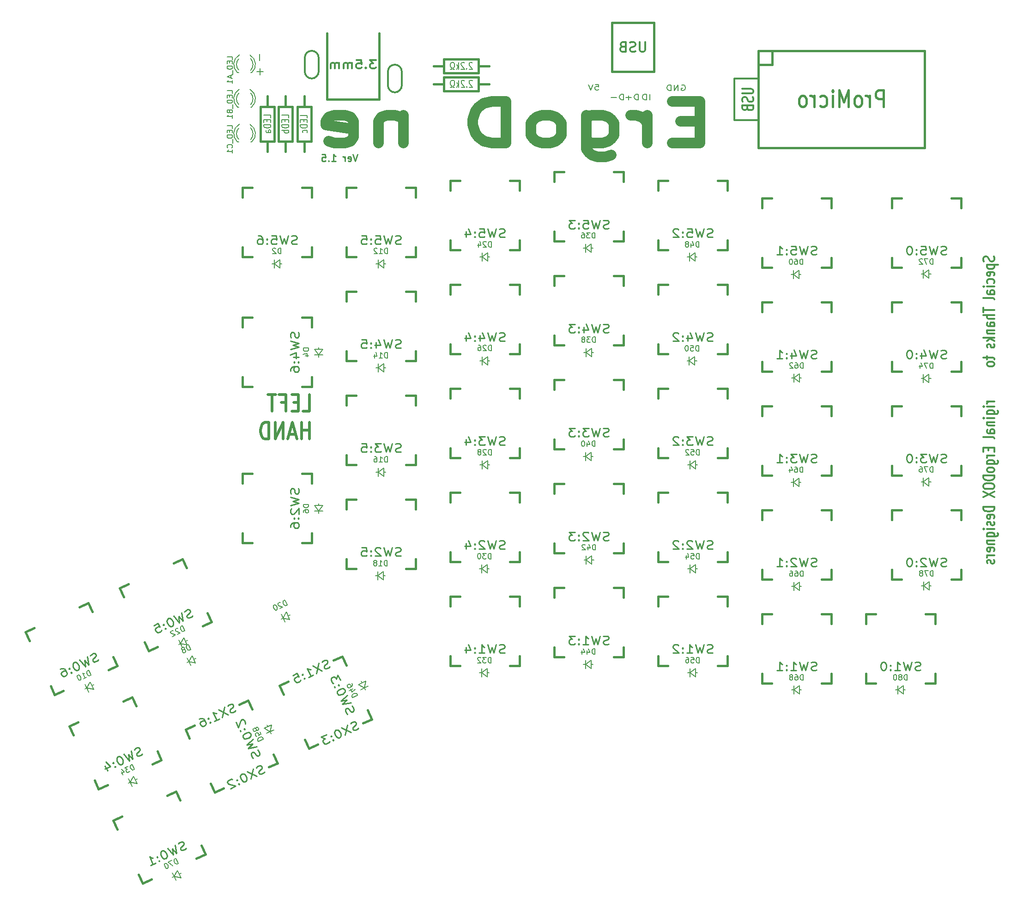
<source format=gbr>
%TF.GenerationSoftware,KiCad,Pcbnew,(5.1.6-0-10_14)*%
%TF.CreationDate,2021-03-26T17:56:54+08:00*%
%TF.ProjectId,ErgoDone,4572676f-446f-46e6-952e-6b696361645f,rev?*%
%TF.SameCoordinates,Original*%
%TF.FileFunction,Legend,Bot*%
%TF.FilePolarity,Positive*%
%FSLAX46Y46*%
G04 Gerber Fmt 4.6, Leading zero omitted, Abs format (unit mm)*
G04 Created by KiCad (PCBNEW (5.1.6-0-10_14)) date 2021-03-26 17:56:54*
%MOMM*%
%LPD*%
G01*
G04 APERTURE LIST*
%ADD10C,0.150000*%
%ADD11C,0.304800*%
%ADD12C,0.254000*%
%ADD13C,0.203200*%
%ADD14C,1.905000*%
%ADD15C,0.508000*%
%ADD16C,0.381000*%
%ADD17C,0.300000*%
%ADD18C,0.457200*%
G04 APERTURE END LIST*
D10*
X69820971Y-37497657D02*
X68659828Y-37497657D01*
X69240400Y-38078228D02*
X69240400Y-36917085D01*
X69222257Y-34268228D02*
X69222257Y-35429371D01*
D11*
X156210000Y-46355000D02*
X160655000Y-46355000D01*
X156210000Y-38735000D02*
X156210000Y-46355000D01*
X160655000Y-38735000D02*
X156210000Y-38735000D01*
X157637238Y-40621857D02*
X159282190Y-40621857D01*
X159475714Y-40694428D01*
X159572476Y-40767000D01*
X159669238Y-40912142D01*
X159669238Y-41202428D01*
X159572476Y-41347571D01*
X159475714Y-41420142D01*
X159282190Y-41492714D01*
X157637238Y-41492714D01*
X159572476Y-42145857D02*
X159669238Y-42363571D01*
X159669238Y-42726428D01*
X159572476Y-42871571D01*
X159475714Y-42944142D01*
X159282190Y-43016714D01*
X159088666Y-43016714D01*
X158895142Y-42944142D01*
X158798380Y-42871571D01*
X158701619Y-42726428D01*
X158604857Y-42436142D01*
X158508095Y-42291000D01*
X158411333Y-42218428D01*
X158217809Y-42145857D01*
X158024285Y-42145857D01*
X157830761Y-42218428D01*
X157734000Y-42291000D01*
X157637238Y-42436142D01*
X157637238Y-42799000D01*
X157734000Y-43016714D01*
X158604857Y-44177857D02*
X158701619Y-44395571D01*
X158798380Y-44468142D01*
X158991904Y-44540714D01*
X159282190Y-44540714D01*
X159475714Y-44468142D01*
X159572476Y-44395571D01*
X159669238Y-44250428D01*
X159669238Y-43669857D01*
X157637238Y-43669857D01*
X157637238Y-44177857D01*
X157734000Y-44323000D01*
X157830761Y-44395571D01*
X158024285Y-44468142D01*
X158217809Y-44468142D01*
X158411333Y-44395571D01*
X158508095Y-44323000D01*
X158604857Y-44177857D01*
X158604857Y-43669857D01*
X203793876Y-71370371D02*
X203890638Y-71588085D01*
X203890638Y-71950942D01*
X203793876Y-72096085D01*
X203697114Y-72168657D01*
X203503590Y-72241228D01*
X203310066Y-72241228D01*
X203116542Y-72168657D01*
X203019780Y-72096085D01*
X202923019Y-71950942D01*
X202826257Y-71660657D01*
X202729495Y-71515514D01*
X202632733Y-71442942D01*
X202439209Y-71370371D01*
X202245685Y-71370371D01*
X202052161Y-71442942D01*
X201955400Y-71515514D01*
X201858638Y-71660657D01*
X201858638Y-72023514D01*
X201955400Y-72241228D01*
X202535971Y-72894371D02*
X204567971Y-72894371D01*
X202632733Y-72894371D02*
X202535971Y-73039514D01*
X202535971Y-73329800D01*
X202632733Y-73474942D01*
X202729495Y-73547514D01*
X202923019Y-73620085D01*
X203503590Y-73620085D01*
X203697114Y-73547514D01*
X203793876Y-73474942D01*
X203890638Y-73329800D01*
X203890638Y-73039514D01*
X203793876Y-72894371D01*
X203793876Y-74853800D02*
X203890638Y-74708657D01*
X203890638Y-74418371D01*
X203793876Y-74273228D01*
X203600352Y-74200657D01*
X202826257Y-74200657D01*
X202632733Y-74273228D01*
X202535971Y-74418371D01*
X202535971Y-74708657D01*
X202632733Y-74853800D01*
X202826257Y-74926371D01*
X203019780Y-74926371D01*
X203213304Y-74200657D01*
X203793876Y-76232657D02*
X203890638Y-76087514D01*
X203890638Y-75797228D01*
X203793876Y-75652085D01*
X203697114Y-75579514D01*
X203503590Y-75506942D01*
X202923019Y-75506942D01*
X202729495Y-75579514D01*
X202632733Y-75652085D01*
X202535971Y-75797228D01*
X202535971Y-76087514D01*
X202632733Y-76232657D01*
X203890638Y-76885800D02*
X202535971Y-76885800D01*
X201858638Y-76885800D02*
X201955400Y-76813228D01*
X202052161Y-76885800D01*
X201955400Y-76958371D01*
X201858638Y-76885800D01*
X202052161Y-76885800D01*
X203890638Y-78264657D02*
X202826257Y-78264657D01*
X202632733Y-78192085D01*
X202535971Y-78046942D01*
X202535971Y-77756657D01*
X202632733Y-77611514D01*
X203793876Y-78264657D02*
X203890638Y-78119514D01*
X203890638Y-77756657D01*
X203793876Y-77611514D01*
X203600352Y-77538942D01*
X203406828Y-77538942D01*
X203213304Y-77611514D01*
X203116542Y-77756657D01*
X203116542Y-78119514D01*
X203019780Y-78264657D01*
X203890638Y-79208085D02*
X203793876Y-79062942D01*
X203600352Y-78990371D01*
X201858638Y-78990371D01*
X201858638Y-80732085D02*
X201858638Y-81602942D01*
X203890638Y-81167514D02*
X201858638Y-81167514D01*
X203890638Y-82110942D02*
X201858638Y-82110942D01*
X203890638Y-82764085D02*
X202826257Y-82764085D01*
X202632733Y-82691514D01*
X202535971Y-82546371D01*
X202535971Y-82328657D01*
X202632733Y-82183514D01*
X202729495Y-82110942D01*
X203890638Y-84142942D02*
X202826257Y-84142942D01*
X202632733Y-84070371D01*
X202535971Y-83925228D01*
X202535971Y-83634942D01*
X202632733Y-83489800D01*
X203793876Y-84142942D02*
X203890638Y-83997800D01*
X203890638Y-83634942D01*
X203793876Y-83489800D01*
X203600352Y-83417228D01*
X203406828Y-83417228D01*
X203213304Y-83489800D01*
X203116542Y-83634942D01*
X203116542Y-83997800D01*
X203019780Y-84142942D01*
X202535971Y-84868657D02*
X203890638Y-84868657D01*
X202729495Y-84868657D02*
X202632733Y-84941228D01*
X202535971Y-85086371D01*
X202535971Y-85304085D01*
X202632733Y-85449228D01*
X202826257Y-85521800D01*
X203890638Y-85521800D01*
X203890638Y-86247514D02*
X201858638Y-86247514D01*
X203116542Y-86392657D02*
X203890638Y-86828085D01*
X202535971Y-86828085D02*
X203310066Y-86247514D01*
X203793876Y-87408657D02*
X203890638Y-87553800D01*
X203890638Y-87844085D01*
X203793876Y-87989228D01*
X203600352Y-88061800D01*
X203503590Y-88061800D01*
X203310066Y-87989228D01*
X203213304Y-87844085D01*
X203213304Y-87626371D01*
X203116542Y-87481228D01*
X202923019Y-87408657D01*
X202826257Y-87408657D01*
X202632733Y-87481228D01*
X202535971Y-87626371D01*
X202535971Y-87844085D01*
X202632733Y-87989228D01*
X202535971Y-89658371D02*
X202535971Y-90238942D01*
X201858638Y-89876085D02*
X203600352Y-89876085D01*
X203793876Y-89948657D01*
X203890638Y-90093800D01*
X203890638Y-90238942D01*
X203890638Y-90964657D02*
X203793876Y-90819514D01*
X203697114Y-90746942D01*
X203503590Y-90674371D01*
X202923019Y-90674371D01*
X202729495Y-90746942D01*
X202632733Y-90819514D01*
X202535971Y-90964657D01*
X202535971Y-91182371D01*
X202632733Y-91327514D01*
X202729495Y-91400085D01*
X202923019Y-91472657D01*
X203503590Y-91472657D01*
X203697114Y-91400085D01*
X203793876Y-91327514D01*
X203890638Y-91182371D01*
X203890638Y-90964657D01*
X203890638Y-97931514D02*
X202535971Y-97931514D01*
X202923019Y-97931514D02*
X202729495Y-98004085D01*
X202632733Y-98076657D01*
X202535971Y-98221800D01*
X202535971Y-98366942D01*
X203890638Y-98874942D02*
X202535971Y-98874942D01*
X201858638Y-98874942D02*
X201955400Y-98802371D01*
X202052161Y-98874942D01*
X201955400Y-98947514D01*
X201858638Y-98874942D01*
X202052161Y-98874942D01*
X202535971Y-100253800D02*
X204180923Y-100253800D01*
X204374447Y-100181228D01*
X204471209Y-100108657D01*
X204567971Y-99963514D01*
X204567971Y-99745800D01*
X204471209Y-99600657D01*
X203793876Y-100253800D02*
X203890638Y-100108657D01*
X203890638Y-99818371D01*
X203793876Y-99673228D01*
X203697114Y-99600657D01*
X203503590Y-99528085D01*
X202923019Y-99528085D01*
X202729495Y-99600657D01*
X202632733Y-99673228D01*
X202535971Y-99818371D01*
X202535971Y-100108657D01*
X202632733Y-100253800D01*
X203890638Y-100979514D02*
X202535971Y-100979514D01*
X201858638Y-100979514D02*
X201955400Y-100906942D01*
X202052161Y-100979514D01*
X201955400Y-101052085D01*
X201858638Y-100979514D01*
X202052161Y-100979514D01*
X202535971Y-101705228D02*
X203890638Y-101705228D01*
X202729495Y-101705228D02*
X202632733Y-101777800D01*
X202535971Y-101922942D01*
X202535971Y-102140657D01*
X202632733Y-102285800D01*
X202826257Y-102358371D01*
X203890638Y-102358371D01*
X203890638Y-103737228D02*
X202826257Y-103737228D01*
X202632733Y-103664657D01*
X202535971Y-103519514D01*
X202535971Y-103229228D01*
X202632733Y-103084085D01*
X203793876Y-103737228D02*
X203890638Y-103592085D01*
X203890638Y-103229228D01*
X203793876Y-103084085D01*
X203600352Y-103011514D01*
X203406828Y-103011514D01*
X203213304Y-103084085D01*
X203116542Y-103229228D01*
X203116542Y-103592085D01*
X203019780Y-103737228D01*
X203890638Y-104680657D02*
X203793876Y-104535514D01*
X203600352Y-104462942D01*
X201858638Y-104462942D01*
X202826257Y-106422371D02*
X202826257Y-106930371D01*
X203890638Y-107148085D02*
X203890638Y-106422371D01*
X201858638Y-106422371D01*
X201858638Y-107148085D01*
X203890638Y-107801228D02*
X202535971Y-107801228D01*
X202923019Y-107801228D02*
X202729495Y-107873800D01*
X202632733Y-107946371D01*
X202535971Y-108091514D01*
X202535971Y-108236657D01*
X202535971Y-109397800D02*
X204180923Y-109397800D01*
X204374447Y-109325228D01*
X204471209Y-109252657D01*
X204567971Y-109107514D01*
X204567971Y-108889800D01*
X204471209Y-108744657D01*
X203793876Y-109397800D02*
X203890638Y-109252657D01*
X203890638Y-108962371D01*
X203793876Y-108817228D01*
X203697114Y-108744657D01*
X203503590Y-108672085D01*
X202923019Y-108672085D01*
X202729495Y-108744657D01*
X202632733Y-108817228D01*
X202535971Y-108962371D01*
X202535971Y-109252657D01*
X202632733Y-109397800D01*
X203890638Y-110341228D02*
X203793876Y-110196085D01*
X203697114Y-110123514D01*
X203503590Y-110050942D01*
X202923019Y-110050942D01*
X202729495Y-110123514D01*
X202632733Y-110196085D01*
X202535971Y-110341228D01*
X202535971Y-110558942D01*
X202632733Y-110704085D01*
X202729495Y-110776657D01*
X202923019Y-110849228D01*
X203503590Y-110849228D01*
X203697114Y-110776657D01*
X203793876Y-110704085D01*
X203890638Y-110558942D01*
X203890638Y-110341228D01*
X203890638Y-111502371D02*
X201858638Y-111502371D01*
X201858638Y-111865228D01*
X201955400Y-112082942D01*
X202148923Y-112228085D01*
X202342447Y-112300657D01*
X202729495Y-112373228D01*
X203019780Y-112373228D01*
X203406828Y-112300657D01*
X203600352Y-112228085D01*
X203793876Y-112082942D01*
X203890638Y-111865228D01*
X203890638Y-111502371D01*
X201858638Y-113316657D02*
X201858638Y-113606942D01*
X201955400Y-113752085D01*
X202148923Y-113897228D01*
X202535971Y-113969800D01*
X203213304Y-113969800D01*
X203600352Y-113897228D01*
X203793876Y-113752085D01*
X203890638Y-113606942D01*
X203890638Y-113316657D01*
X203793876Y-113171514D01*
X203600352Y-113026371D01*
X203213304Y-112953800D01*
X202535971Y-112953800D01*
X202148923Y-113026371D01*
X201955400Y-113171514D01*
X201858638Y-113316657D01*
X201858638Y-114477800D02*
X203890638Y-115493800D01*
X201858638Y-115493800D02*
X203890638Y-114477800D01*
X203890638Y-117235514D02*
X201858638Y-117235514D01*
X201858638Y-117598371D01*
X201955400Y-117816085D01*
X202148923Y-117961228D01*
X202342447Y-118033800D01*
X202729495Y-118106371D01*
X203019780Y-118106371D01*
X203406828Y-118033800D01*
X203600352Y-117961228D01*
X203793876Y-117816085D01*
X203890638Y-117598371D01*
X203890638Y-117235514D01*
X203793876Y-119340085D02*
X203890638Y-119194942D01*
X203890638Y-118904657D01*
X203793876Y-118759514D01*
X203600352Y-118686942D01*
X202826257Y-118686942D01*
X202632733Y-118759514D01*
X202535971Y-118904657D01*
X202535971Y-119194942D01*
X202632733Y-119340085D01*
X202826257Y-119412657D01*
X203019780Y-119412657D01*
X203213304Y-118686942D01*
X203793876Y-119993228D02*
X203890638Y-120138371D01*
X203890638Y-120428657D01*
X203793876Y-120573800D01*
X203600352Y-120646371D01*
X203503590Y-120646371D01*
X203310066Y-120573800D01*
X203213304Y-120428657D01*
X203213304Y-120210942D01*
X203116542Y-120065800D01*
X202923019Y-119993228D01*
X202826257Y-119993228D01*
X202632733Y-120065800D01*
X202535971Y-120210942D01*
X202535971Y-120428657D01*
X202632733Y-120573800D01*
X203890638Y-121299514D02*
X202535971Y-121299514D01*
X201858638Y-121299514D02*
X201955400Y-121226942D01*
X202052161Y-121299514D01*
X201955400Y-121372085D01*
X201858638Y-121299514D01*
X202052161Y-121299514D01*
X202535971Y-122678371D02*
X204180923Y-122678371D01*
X204374447Y-122605800D01*
X204471209Y-122533228D01*
X204567971Y-122388085D01*
X204567971Y-122170371D01*
X204471209Y-122025228D01*
X203793876Y-122678371D02*
X203890638Y-122533228D01*
X203890638Y-122242942D01*
X203793876Y-122097800D01*
X203697114Y-122025228D01*
X203503590Y-121952657D01*
X202923019Y-121952657D01*
X202729495Y-122025228D01*
X202632733Y-122097800D01*
X202535971Y-122242942D01*
X202535971Y-122533228D01*
X202632733Y-122678371D01*
X202535971Y-123404085D02*
X203890638Y-123404085D01*
X202729495Y-123404085D02*
X202632733Y-123476657D01*
X202535971Y-123621800D01*
X202535971Y-123839514D01*
X202632733Y-123984657D01*
X202826257Y-124057228D01*
X203890638Y-124057228D01*
X203793876Y-125363514D02*
X203890638Y-125218371D01*
X203890638Y-124928085D01*
X203793876Y-124782942D01*
X203600352Y-124710371D01*
X202826257Y-124710371D01*
X202632733Y-124782942D01*
X202535971Y-124928085D01*
X202535971Y-125218371D01*
X202632733Y-125363514D01*
X202826257Y-125436085D01*
X203019780Y-125436085D01*
X203213304Y-124710371D01*
X203890638Y-126089228D02*
X202535971Y-126089228D01*
X202923019Y-126089228D02*
X202729495Y-126161800D01*
X202632733Y-126234371D01*
X202535971Y-126379514D01*
X202535971Y-126524657D01*
X203793876Y-126960085D02*
X203890638Y-127105228D01*
X203890638Y-127395514D01*
X203793876Y-127540657D01*
X203600352Y-127613228D01*
X203503590Y-127613228D01*
X203310066Y-127540657D01*
X203213304Y-127395514D01*
X203213304Y-127177800D01*
X203116542Y-127032657D01*
X202923019Y-126960085D01*
X202826257Y-126960085D01*
X202632733Y-127032657D01*
X202535971Y-127177800D01*
X202535971Y-127395514D01*
X202632733Y-127540657D01*
D12*
X87176428Y-52644523D02*
X86753095Y-53914523D01*
X86329761Y-52644523D01*
X85422619Y-53854047D02*
X85543571Y-53914523D01*
X85785476Y-53914523D01*
X85906428Y-53854047D01*
X85966904Y-53733095D01*
X85966904Y-53249285D01*
X85906428Y-53128333D01*
X85785476Y-53067857D01*
X85543571Y-53067857D01*
X85422619Y-53128333D01*
X85362142Y-53249285D01*
X85362142Y-53370238D01*
X85966904Y-53491190D01*
X84817857Y-53914523D02*
X84817857Y-53067857D01*
X84817857Y-53309761D02*
X84757380Y-53188809D01*
X84696904Y-53128333D01*
X84575952Y-53067857D01*
X84455000Y-53067857D01*
X82398809Y-53914523D02*
X83124523Y-53914523D01*
X82761666Y-53914523D02*
X82761666Y-52644523D01*
X82882619Y-52825952D01*
X83003571Y-52946904D01*
X83124523Y-53007380D01*
X81854523Y-53793571D02*
X81794047Y-53854047D01*
X81854523Y-53914523D01*
X81915000Y-53854047D01*
X81854523Y-53793571D01*
X81854523Y-53914523D01*
X80645000Y-52644523D02*
X81249761Y-52644523D01*
X81310238Y-53249285D01*
X81249761Y-53188809D01*
X81128809Y-53128333D01*
X80826428Y-53128333D01*
X80705476Y-53188809D01*
X80645000Y-53249285D01*
X80584523Y-53370238D01*
X80584523Y-53672619D01*
X80645000Y-53793571D01*
X80705476Y-53854047D01*
X80826428Y-53914523D01*
X81128809Y-53914523D01*
X81249761Y-53854047D01*
X81310238Y-53793571D01*
D13*
X140700000Y-42624619D02*
X140700000Y-41608619D01*
X140095238Y-42624619D02*
X140095238Y-41608619D01*
X139792857Y-41608619D01*
X139611428Y-41657000D01*
X139490476Y-41753761D01*
X139430000Y-41850523D01*
X139369523Y-42044047D01*
X139369523Y-42189190D01*
X139430000Y-42382714D01*
X139490476Y-42479476D01*
X139611428Y-42576238D01*
X139792857Y-42624619D01*
X140095238Y-42624619D01*
X138583809Y-42624619D02*
X138583809Y-41608619D01*
X138281428Y-41608619D01*
X138100000Y-41657000D01*
X137979047Y-41753761D01*
X137918571Y-41850523D01*
X137858095Y-42044047D01*
X137858095Y-42189190D01*
X137918571Y-42382714D01*
X137979047Y-42479476D01*
X138100000Y-42576238D01*
X138281428Y-42624619D01*
X138583809Y-42624619D01*
X137313809Y-42237571D02*
X136346190Y-42237571D01*
X136830000Y-42624619D02*
X136830000Y-41850523D01*
X146532619Y-39957000D02*
X146653571Y-39908619D01*
X146835000Y-39908619D01*
X147016428Y-39957000D01*
X147137380Y-40053761D01*
X147197857Y-40150523D01*
X147258333Y-40344047D01*
X147258333Y-40489190D01*
X147197857Y-40682714D01*
X147137380Y-40779476D01*
X147016428Y-40876238D01*
X146835000Y-40924619D01*
X146714047Y-40924619D01*
X146532619Y-40876238D01*
X146472142Y-40827857D01*
X146472142Y-40489190D01*
X146714047Y-40489190D01*
X145927857Y-40924619D02*
X145927857Y-39908619D01*
X145202142Y-40924619D01*
X145202142Y-39908619D01*
X144597380Y-40924619D02*
X144597380Y-39908619D01*
X144295000Y-39908619D01*
X144113571Y-39957000D01*
X143992619Y-40053761D01*
X143932142Y-40150523D01*
X143871666Y-40344047D01*
X143871666Y-40489190D01*
X143932142Y-40682714D01*
X143992619Y-40779476D01*
X144113571Y-40876238D01*
X144295000Y-40924619D01*
X144597380Y-40924619D01*
X130706904Y-39808619D02*
X131311666Y-39808619D01*
X131372142Y-40292428D01*
X131311666Y-40244047D01*
X131190714Y-40195666D01*
X130888333Y-40195666D01*
X130767380Y-40244047D01*
X130706904Y-40292428D01*
X130646428Y-40389190D01*
X130646428Y-40631095D01*
X130706904Y-40727857D01*
X130767380Y-40776238D01*
X130888333Y-40824619D01*
X131190714Y-40824619D01*
X131311666Y-40776238D01*
X131372142Y-40727857D01*
X130283571Y-39808619D02*
X129860238Y-40824619D01*
X129436904Y-39808619D01*
X135883809Y-42624619D02*
X135883809Y-41608619D01*
X135581428Y-41608619D01*
X135400000Y-41657000D01*
X135279047Y-41753761D01*
X135218571Y-41850523D01*
X135158095Y-42044047D01*
X135158095Y-42189190D01*
X135218571Y-42382714D01*
X135279047Y-42479476D01*
X135400000Y-42576238D01*
X135581428Y-42624619D01*
X135883809Y-42624619D01*
X134613809Y-42237571D02*
X133646190Y-42237571D01*
D14*
X149901000Y-46520714D02*
X146345000Y-46520714D01*
X144821000Y-50512142D02*
X149901000Y-50512142D01*
X149901000Y-42892142D01*
X144821000Y-42892142D01*
X140249000Y-50512142D02*
X140249000Y-45432142D01*
X140249000Y-46883571D02*
X139741000Y-46157857D01*
X139233000Y-45795000D01*
X138217000Y-45432142D01*
X137201000Y-45432142D01*
X129073000Y-45432142D02*
X129073000Y-51600714D01*
X129581000Y-52326428D01*
X130089000Y-52689285D01*
X131105000Y-53052142D01*
X132629000Y-53052142D01*
X133645000Y-52689285D01*
X129073000Y-50149285D02*
X130089000Y-50512142D01*
X132121000Y-50512142D01*
X133137000Y-50149285D01*
X133645000Y-49786428D01*
X134153000Y-49060714D01*
X134153000Y-46883571D01*
X133645000Y-46157857D01*
X133137000Y-45795000D01*
X132121000Y-45432142D01*
X130089000Y-45432142D01*
X129073000Y-45795000D01*
X122469000Y-50512142D02*
X123485000Y-50149285D01*
X123993000Y-49786428D01*
X124501000Y-49060714D01*
X124501000Y-46883571D01*
X123993000Y-46157857D01*
X123485000Y-45795000D01*
X122469000Y-45432142D01*
X120945000Y-45432142D01*
X119929000Y-45795000D01*
X119421000Y-46157857D01*
X118913000Y-46883571D01*
X118913000Y-49060714D01*
X119421000Y-49786428D01*
X119929000Y-50149285D01*
X120945000Y-50512142D01*
X122469000Y-50512142D01*
X114341000Y-50512142D02*
X114341000Y-42892142D01*
X111801000Y-42892142D01*
X110277000Y-43255000D01*
X109261000Y-43980714D01*
X108753000Y-44706428D01*
X108245000Y-46157857D01*
X108245000Y-47246428D01*
X108753000Y-48697857D01*
X109261000Y-49423571D01*
X110277000Y-50149285D01*
X111801000Y-50512142D01*
X114341000Y-50512142D01*
X95545000Y-45432142D02*
X95545000Y-50512142D01*
X95545000Y-46157857D02*
X95037000Y-45795000D01*
X94021000Y-45432142D01*
X92497000Y-45432142D01*
X91481000Y-45795000D01*
X90973000Y-46520714D01*
X90973000Y-50512142D01*
X81829000Y-50149285D02*
X82845000Y-50512142D01*
X84877000Y-50512142D01*
X85893000Y-50149285D01*
X86401000Y-49423571D01*
X86401000Y-46520714D01*
X85893000Y-45795000D01*
X84877000Y-45432142D01*
X82845000Y-45432142D01*
X81829000Y-45795000D01*
X81321000Y-46520714D01*
X81321000Y-47246428D01*
X86401000Y-47972142D01*
D15*
X77128914Y-99727657D02*
X78338438Y-99727657D01*
X78338438Y-96679657D01*
X76282247Y-98131085D02*
X75435580Y-98131085D01*
X75072723Y-99727657D02*
X76282247Y-99727657D01*
X76282247Y-96679657D01*
X75072723Y-96679657D01*
X73137485Y-98131085D02*
X73984152Y-98131085D01*
X73984152Y-99727657D02*
X73984152Y-96679657D01*
X72774628Y-96679657D01*
X72169866Y-96679657D02*
X70718438Y-96679657D01*
X71444152Y-99727657D02*
X71444152Y-96679657D01*
X78338438Y-104807657D02*
X78338438Y-101759657D01*
X78338438Y-103211085D02*
X76887009Y-103211085D01*
X76887009Y-104807657D02*
X76887009Y-101759657D01*
X75798438Y-103936800D02*
X74588914Y-103936800D01*
X76040342Y-104807657D02*
X75193676Y-101759657D01*
X74347009Y-104807657D01*
X73500342Y-104807657D02*
X73500342Y-101759657D01*
X72048914Y-104807657D01*
X72048914Y-101759657D01*
X70839390Y-104807657D02*
X70839390Y-101759657D01*
X70234628Y-101759657D01*
X69871771Y-101904800D01*
X69629866Y-102195085D01*
X69508914Y-102485371D01*
X69387961Y-103065942D01*
X69387961Y-103501371D01*
X69508914Y-104081942D01*
X69629866Y-104372228D01*
X69871771Y-104662514D01*
X70234628Y-104807657D01*
X70839390Y-104807657D01*
D16*
%TO.C,SW0:8*%
X44276055Y-133759427D02*
X43524640Y-132148012D01*
X48891892Y-143658120D02*
X48140476Y-142046705D01*
X50503307Y-142906705D02*
X48891892Y-143658120D01*
X60402000Y-138290868D02*
X58790585Y-139042284D01*
X59650585Y-136679453D02*
X60402000Y-138290868D01*
X55034748Y-126780760D02*
X55786164Y-128392175D01*
X53423333Y-127532175D02*
X55034748Y-126780760D01*
X43524640Y-132148012D02*
X45136055Y-131396596D01*
%TO.C,J1*%
X141493240Y-28481020D02*
X133791960Y-28481020D01*
X141493240Y-37480240D02*
X141493240Y-28481020D01*
X133791960Y-37480240D02*
X141493240Y-37480240D01*
X133791960Y-28481020D02*
X133791960Y-37480240D01*
%TO.C,J2*%
X81508600Y-42545000D02*
X81508600Y-30480000D01*
X91109800Y-42545000D02*
X81508600Y-42545000D01*
X91109800Y-30480000D02*
X91109800Y-42545000D01*
D17*
%TO.C,J3*%
X92710000Y-40005000D02*
X92710000Y-37465000D01*
X95250000Y-40005000D02*
X95250000Y-37465000D01*
X92710000Y-37465000D02*
G75*
G02*
X93980000Y-36195000I1270000J0D01*
G01*
X93980000Y-36195000D02*
G75*
G02*
X95250000Y-37465000I0J-1270000D01*
G01*
X93980000Y-41275000D02*
G75*
G02*
X92710000Y-40005000I0J1270000D01*
G01*
X95250000Y-40005000D02*
G75*
G02*
X93980000Y-41275000I-1270000J0D01*
G01*
%TO.C,J4*%
X77470000Y-37465000D02*
X77470000Y-34925000D01*
X80010000Y-37465000D02*
X80010000Y-34925000D01*
X80010000Y-34925000D02*
G75*
G03*
X78740000Y-33655000I-1270000J0D01*
G01*
X78740000Y-33655000D02*
G75*
G03*
X77470000Y-34925000I0J-1270000D01*
G01*
X78740000Y-38735000D02*
G75*
G03*
X80010000Y-37465000I0J1270000D01*
G01*
X77470000Y-37465000D02*
G75*
G03*
X78740000Y-38735000I1270000J0D01*
G01*
D10*
%TO.C,LED_A1*%
X67745000Y-37664000D02*
X67565000Y-37664000D01*
X65151000Y-37664000D02*
X65351000Y-37664000D01*
X67434643Y-34436256D02*
G75*
G02*
X67751000Y-37664000I-1003643J-1727744D01*
G01*
X67564068Y-35111994D02*
G75*
G02*
X67565000Y-37215000I-1133068J-1052006D01*
G01*
X65124274Y-37651220D02*
G75*
G02*
X65471000Y-34414000I1306726J1497220D01*
G01*
X65351747Y-37177889D02*
G75*
G02*
X65371000Y-35130000I1079253J1013889D01*
G01*
%TO.C,LED_B1*%
X67745000Y-43964000D02*
X67565000Y-43964000D01*
X65151000Y-43964000D02*
X65351000Y-43964000D01*
X67434643Y-40736256D02*
G75*
G02*
X67751000Y-43964000I-1003643J-1727744D01*
G01*
X67564068Y-41411994D02*
G75*
G02*
X67565000Y-43515000I-1133068J-1052006D01*
G01*
X65124274Y-43951220D02*
G75*
G02*
X65471000Y-40714000I1306726J1497220D01*
G01*
X65351747Y-43477889D02*
G75*
G02*
X65371000Y-41430000I1079253J1013889D01*
G01*
%TO.C,LED_C1*%
X67745000Y-50364000D02*
X67565000Y-50364000D01*
X65151000Y-50364000D02*
X65351000Y-50364000D01*
X67434643Y-47136256D02*
G75*
G02*
X67751000Y-50364000I-1003643J-1727744D01*
G01*
X67564068Y-47811994D02*
G75*
G02*
X67565000Y-49915000I-1133068J-1052006D01*
G01*
X65124274Y-50351220D02*
G75*
G02*
X65471000Y-47114000I1306726J1497220D01*
G01*
X65351747Y-49877889D02*
G75*
G02*
X65371000Y-47830000I1079253J1013889D01*
G01*
D16*
%TO.C,R1*%
X101085000Y-36465000D02*
X102990000Y-36465000D01*
X111245000Y-36465000D02*
X109340000Y-36465000D01*
X102990000Y-35195000D02*
X102990000Y-37735000D01*
X109340000Y-35195000D02*
X102990000Y-35195000D01*
X109340000Y-37735000D02*
X109340000Y-35195000D01*
X102990000Y-37735000D02*
X109340000Y-37735000D01*
%TO.C,R2*%
X101092000Y-39751000D02*
X102997000Y-39751000D01*
X111252000Y-39751000D02*
X109347000Y-39751000D01*
X102997000Y-38481000D02*
X102997000Y-41021000D01*
X109347000Y-38481000D02*
X102997000Y-38481000D01*
X109347000Y-41021000D02*
X109347000Y-38481000D01*
X102997000Y-41021000D02*
X109347000Y-41021000D01*
%TO.C,RA1*%
X70665000Y-41985000D02*
X70665000Y-43890000D01*
X70665000Y-52145000D02*
X70665000Y-50240000D01*
X71935000Y-43890000D02*
X69395000Y-43890000D01*
X71935000Y-50240000D02*
X71935000Y-43890000D01*
X69395000Y-50240000D02*
X71935000Y-50240000D01*
X69395000Y-43890000D02*
X69395000Y-50240000D01*
%TO.C,RB1*%
X73965000Y-41985000D02*
X73965000Y-43890000D01*
X73965000Y-52145000D02*
X73965000Y-50240000D01*
X75235000Y-43890000D02*
X72695000Y-43890000D01*
X75235000Y-50240000D02*
X75235000Y-43890000D01*
X72695000Y-50240000D02*
X75235000Y-50240000D01*
X72695000Y-43890000D02*
X72695000Y-50240000D01*
%TO.C,RC1*%
X77365000Y-41985000D02*
X77365000Y-43890000D01*
X77365000Y-52145000D02*
X77365000Y-50240000D01*
X78635000Y-43890000D02*
X76095000Y-43890000D01*
X78635000Y-50240000D02*
X78635000Y-43890000D01*
X76095000Y-50240000D02*
X78635000Y-50240000D01*
X76095000Y-43890000D02*
X76095000Y-50240000D01*
%TO.C,SW0:7*%
X27011675Y-141808687D02*
X26260260Y-140197272D01*
X31627512Y-151707380D02*
X30876096Y-150095965D01*
X33238927Y-150955965D02*
X31627512Y-151707380D01*
X43137620Y-146340128D02*
X41526205Y-147091544D01*
X42386205Y-144728713D02*
X43137620Y-146340128D01*
X37770368Y-134830020D02*
X38521784Y-136441435D01*
X36158953Y-135581435D02*
X37770368Y-134830020D01*
X26260260Y-140197272D02*
X27871675Y-139445856D01*
%TO.C,SW0:9*%
X35060935Y-159073067D02*
X34309520Y-157461652D01*
X39676772Y-168971760D02*
X38925356Y-167360345D01*
X41288187Y-168220345D02*
X39676772Y-168971760D01*
X51186880Y-163604508D02*
X49575465Y-164355924D01*
X50435465Y-161993093D02*
X51186880Y-163604508D01*
X45819628Y-152094400D02*
X46571044Y-153705815D01*
X44208213Y-152845815D02*
X45819628Y-152094400D01*
X34309520Y-157461652D02*
X35920935Y-156710236D01*
%TO.C,SW0:10*%
X79842847Y-160752745D02*
X78231432Y-161504160D01*
X89741540Y-156136908D02*
X88130125Y-156888324D01*
X88990125Y-154525493D02*
X89741540Y-156136908D01*
X84374288Y-144626800D02*
X85125704Y-146238215D01*
X82762873Y-145378215D02*
X84374288Y-144626800D01*
X72864180Y-149994052D02*
X74475595Y-149242636D01*
X73615595Y-151605467D02*
X72864180Y-149994052D01*
X78231432Y-161504160D02*
X77480016Y-159892745D01*
%TO.C,SW0:11*%
X62578467Y-168804545D02*
X60967052Y-169555960D01*
X72477160Y-164188708D02*
X70865745Y-164940124D01*
X71725745Y-162577293D02*
X72477160Y-164188708D01*
X67109908Y-152678600D02*
X67861324Y-154290015D01*
X65498493Y-153430015D02*
X67109908Y-152678600D01*
X55599800Y-158045852D02*
X57211215Y-157294436D01*
X56351215Y-159657267D02*
X55599800Y-158045852D01*
X60967052Y-169555960D02*
X60215636Y-167944545D01*
%TO.C,SW0:12*%
X43112735Y-176339987D02*
X42361320Y-174728572D01*
X47728572Y-186238680D02*
X46977156Y-184627265D01*
X49339987Y-185487265D02*
X47728572Y-186238680D01*
X59238680Y-180871428D02*
X57627265Y-181622844D01*
X58487265Y-179260013D02*
X59238680Y-180871428D01*
X53871428Y-169361320D02*
X54622844Y-170972735D01*
X52260013Y-170112735D02*
X53871428Y-169361320D01*
X42361320Y-174728572D02*
X43972735Y-173977156D01*
%TO.C,SW1:9*%
X104140000Y-135455660D02*
X104140000Y-133677660D01*
X104140000Y-146377660D02*
X104140000Y-144599660D01*
X105918000Y-146377660D02*
X104140000Y-146377660D01*
X116840000Y-146377660D02*
X115062000Y-146377660D01*
X116840000Y-144599660D02*
X116840000Y-146377660D01*
X116840000Y-133677660D02*
X116840000Y-135455660D01*
X115062000Y-133677660D02*
X116840000Y-133677660D01*
X104140000Y-133677660D02*
X105918000Y-133677660D01*
%TO.C,SW1:10*%
X123190000Y-133858000D02*
X123190000Y-132080000D01*
X123190000Y-144780000D02*
X123190000Y-143002000D01*
X124968000Y-144780000D02*
X123190000Y-144780000D01*
X135890000Y-144780000D02*
X134112000Y-144780000D01*
X135890000Y-143002000D02*
X135890000Y-144780000D01*
X135890000Y-132080000D02*
X135890000Y-133858000D01*
X134112000Y-132080000D02*
X135890000Y-132080000D01*
X123190000Y-132080000D02*
X124968000Y-132080000D01*
%TO.C,SW1:11*%
X142240000Y-135455660D02*
X142240000Y-133677660D01*
X142240000Y-146377660D02*
X142240000Y-144599660D01*
X144018000Y-146377660D02*
X142240000Y-146377660D01*
X154940000Y-146377660D02*
X153162000Y-146377660D01*
X154940000Y-144599660D02*
X154940000Y-146377660D01*
X154940000Y-133677660D02*
X154940000Y-135455660D01*
X153162000Y-133677660D02*
X154940000Y-133677660D01*
X142240000Y-133677660D02*
X144018000Y-133677660D01*
%TO.C,SW1:12*%
X161290000Y-138630660D02*
X161290000Y-136852660D01*
X161290000Y-149552660D02*
X161290000Y-147774660D01*
X163068000Y-149552660D02*
X161290000Y-149552660D01*
X173990000Y-149552660D02*
X172212000Y-149552660D01*
X173990000Y-147774660D02*
X173990000Y-149552660D01*
X173990000Y-136852660D02*
X173990000Y-138630660D01*
X172212000Y-136852660D02*
X173990000Y-136852660D01*
X161290000Y-136852660D02*
X163068000Y-136852660D01*
%TO.C,SW1:13*%
X180340000Y-138630660D02*
X180340000Y-136852660D01*
X180340000Y-149552660D02*
X180340000Y-147774660D01*
X182118000Y-149552660D02*
X180340000Y-149552660D01*
X193040000Y-149552660D02*
X191262000Y-149552660D01*
X193040000Y-147774660D02*
X193040000Y-149552660D01*
X193040000Y-136852660D02*
X193040000Y-138630660D01*
X191262000Y-136852660D02*
X193040000Y-136852660D01*
X180340000Y-136852660D02*
X182118000Y-136852660D01*
%TO.C,SW2:7*%
X67818000Y-123835160D02*
X66040000Y-123835160D01*
X78740000Y-123835160D02*
X76962000Y-123835160D01*
X78740000Y-122057160D02*
X78740000Y-123835160D01*
X78740000Y-111135160D02*
X78740000Y-112913160D01*
X76962000Y-111135160D02*
X78740000Y-111135160D01*
X66040000Y-111135160D02*
X67818000Y-111135160D01*
X66040000Y-112913160D02*
X66040000Y-111135160D01*
X66040000Y-123835160D02*
X66040000Y-122057160D01*
%TO.C,SW2:8*%
X85090000Y-117675660D02*
X85090000Y-115897660D01*
X85090000Y-128597660D02*
X85090000Y-126819660D01*
X86868000Y-128597660D02*
X85090000Y-128597660D01*
X97790000Y-128597660D02*
X96012000Y-128597660D01*
X97790000Y-126819660D02*
X97790000Y-128597660D01*
X97790000Y-115897660D02*
X97790000Y-117675660D01*
X96012000Y-115897660D02*
X97790000Y-115897660D01*
X85090000Y-115897660D02*
X86868000Y-115897660D01*
%TO.C,SW2:9*%
X104140000Y-116405660D02*
X104140000Y-114627660D01*
X104140000Y-127327660D02*
X104140000Y-125549660D01*
X105918000Y-127327660D02*
X104140000Y-127327660D01*
X116840000Y-127327660D02*
X115062000Y-127327660D01*
X116840000Y-125549660D02*
X116840000Y-127327660D01*
X116840000Y-114627660D02*
X116840000Y-116405660D01*
X115062000Y-114627660D02*
X116840000Y-114627660D01*
X104140000Y-114627660D02*
X105918000Y-114627660D01*
%TO.C,SW2:10*%
X123190000Y-114808000D02*
X123190000Y-113030000D01*
X123190000Y-125730000D02*
X123190000Y-123952000D01*
X124968000Y-125730000D02*
X123190000Y-125730000D01*
X135890000Y-125730000D02*
X134112000Y-125730000D01*
X135890000Y-123952000D02*
X135890000Y-125730000D01*
X135890000Y-113030000D02*
X135890000Y-114808000D01*
X134112000Y-113030000D02*
X135890000Y-113030000D01*
X123190000Y-113030000D02*
X124968000Y-113030000D01*
%TO.C,SW2:11*%
X142240000Y-116405660D02*
X142240000Y-114627660D01*
X142240000Y-127327660D02*
X142240000Y-125549660D01*
X144018000Y-127327660D02*
X142240000Y-127327660D01*
X154940000Y-127327660D02*
X153162000Y-127327660D01*
X154940000Y-125549660D02*
X154940000Y-127327660D01*
X154940000Y-114627660D02*
X154940000Y-116405660D01*
X153162000Y-114627660D02*
X154940000Y-114627660D01*
X142240000Y-114627660D02*
X144018000Y-114627660D01*
%TO.C,SW2:12*%
X161290000Y-119580660D02*
X161290000Y-117802660D01*
X161290000Y-130502660D02*
X161290000Y-128724660D01*
X163068000Y-130502660D02*
X161290000Y-130502660D01*
X173990000Y-130502660D02*
X172212000Y-130502660D01*
X173990000Y-128724660D02*
X173990000Y-130502660D01*
X173990000Y-117802660D02*
X173990000Y-119580660D01*
X172212000Y-117802660D02*
X173990000Y-117802660D01*
X161290000Y-117802660D02*
X163068000Y-117802660D01*
%TO.C,SW3:8*%
X85090000Y-98625660D02*
X85090000Y-96847660D01*
X85090000Y-109547660D02*
X85090000Y-107769660D01*
X86868000Y-109547660D02*
X85090000Y-109547660D01*
X97790000Y-109547660D02*
X96012000Y-109547660D01*
X97790000Y-107769660D02*
X97790000Y-109547660D01*
X97790000Y-96847660D02*
X97790000Y-98625660D01*
X96012000Y-96847660D02*
X97790000Y-96847660D01*
X85090000Y-96847660D02*
X86868000Y-96847660D01*
%TO.C,SW3:9*%
X104140000Y-97355660D02*
X104140000Y-95577660D01*
X104140000Y-108277660D02*
X104140000Y-106499660D01*
X105918000Y-108277660D02*
X104140000Y-108277660D01*
X116840000Y-108277660D02*
X115062000Y-108277660D01*
X116840000Y-106499660D02*
X116840000Y-108277660D01*
X116840000Y-95577660D02*
X116840000Y-97355660D01*
X115062000Y-95577660D02*
X116840000Y-95577660D01*
X104140000Y-95577660D02*
X105918000Y-95577660D01*
%TO.C,SW3:10*%
X123190000Y-95758000D02*
X123190000Y-93980000D01*
X123190000Y-106680000D02*
X123190000Y-104902000D01*
X124968000Y-106680000D02*
X123190000Y-106680000D01*
X135890000Y-106680000D02*
X134112000Y-106680000D01*
X135890000Y-104902000D02*
X135890000Y-106680000D01*
X135890000Y-93980000D02*
X135890000Y-95758000D01*
X134112000Y-93980000D02*
X135890000Y-93980000D01*
X123190000Y-93980000D02*
X124968000Y-93980000D01*
%TO.C,SW3:11*%
X142240000Y-97355660D02*
X142240000Y-95577660D01*
X142240000Y-108277660D02*
X142240000Y-106499660D01*
X144018000Y-108277660D02*
X142240000Y-108277660D01*
X154940000Y-108277660D02*
X153162000Y-108277660D01*
X154940000Y-106499660D02*
X154940000Y-108277660D01*
X154940000Y-95577660D02*
X154940000Y-97355660D01*
X153162000Y-95577660D02*
X154940000Y-95577660D01*
X142240000Y-95577660D02*
X144018000Y-95577660D01*
%TO.C,SW3:12*%
X161290000Y-100530660D02*
X161290000Y-98752660D01*
X161290000Y-111452660D02*
X161290000Y-109674660D01*
X163068000Y-111452660D02*
X161290000Y-111452660D01*
X173990000Y-111452660D02*
X172212000Y-111452660D01*
X173990000Y-109674660D02*
X173990000Y-111452660D01*
X173990000Y-98752660D02*
X173990000Y-100530660D01*
X172212000Y-98752660D02*
X173990000Y-98752660D01*
X161290000Y-98752660D02*
X163068000Y-98752660D01*
%TO.C,SW4:7*%
X67818000Y-95260160D02*
X66040000Y-95260160D01*
X78740000Y-95260160D02*
X76962000Y-95260160D01*
X78740000Y-93482160D02*
X78740000Y-95260160D01*
X78740000Y-82560160D02*
X78740000Y-84338160D01*
X76962000Y-82560160D02*
X78740000Y-82560160D01*
X66040000Y-82560160D02*
X67818000Y-82560160D01*
X66040000Y-84338160D02*
X66040000Y-82560160D01*
X66040000Y-95260160D02*
X66040000Y-93482160D01*
%TO.C,SW4:8*%
X85090000Y-79575660D02*
X85090000Y-77797660D01*
X85090000Y-90497660D02*
X85090000Y-88719660D01*
X86868000Y-90497660D02*
X85090000Y-90497660D01*
X97790000Y-90497660D02*
X96012000Y-90497660D01*
X97790000Y-88719660D02*
X97790000Y-90497660D01*
X97790000Y-77797660D02*
X97790000Y-79575660D01*
X96012000Y-77797660D02*
X97790000Y-77797660D01*
X85090000Y-77797660D02*
X86868000Y-77797660D01*
%TO.C,SW4:9*%
X104140000Y-78305660D02*
X104140000Y-76527660D01*
X104140000Y-89227660D02*
X104140000Y-87449660D01*
X105918000Y-89227660D02*
X104140000Y-89227660D01*
X116840000Y-89227660D02*
X115062000Y-89227660D01*
X116840000Y-87449660D02*
X116840000Y-89227660D01*
X116840000Y-76527660D02*
X116840000Y-78305660D01*
X115062000Y-76527660D02*
X116840000Y-76527660D01*
X104140000Y-76527660D02*
X105918000Y-76527660D01*
%TO.C,SW4:10*%
X123190000Y-76708000D02*
X123190000Y-74930000D01*
X123190000Y-87630000D02*
X123190000Y-85852000D01*
X124968000Y-87630000D02*
X123190000Y-87630000D01*
X135890000Y-87630000D02*
X134112000Y-87630000D01*
X135890000Y-85852000D02*
X135890000Y-87630000D01*
X135890000Y-74930000D02*
X135890000Y-76708000D01*
X134112000Y-74930000D02*
X135890000Y-74930000D01*
X123190000Y-74930000D02*
X124968000Y-74930000D01*
%TO.C,SW4:11*%
X142240000Y-78305660D02*
X142240000Y-76527660D01*
X142240000Y-89227660D02*
X142240000Y-87449660D01*
X144018000Y-89227660D02*
X142240000Y-89227660D01*
X154940000Y-89227660D02*
X153162000Y-89227660D01*
X154940000Y-87449660D02*
X154940000Y-89227660D01*
X154940000Y-76527660D02*
X154940000Y-78305660D01*
X153162000Y-76527660D02*
X154940000Y-76527660D01*
X142240000Y-76527660D02*
X144018000Y-76527660D01*
%TO.C,SW4:12*%
X161290000Y-81480660D02*
X161290000Y-79702660D01*
X161290000Y-92402660D02*
X161290000Y-90624660D01*
X163068000Y-92402660D02*
X161290000Y-92402660D01*
X173990000Y-92402660D02*
X172212000Y-92402660D01*
X173990000Y-90624660D02*
X173990000Y-92402660D01*
X173990000Y-79702660D02*
X173990000Y-81480660D01*
X172212000Y-79702660D02*
X173990000Y-79702660D01*
X161290000Y-79702660D02*
X163068000Y-79702660D01*
%TO.C,SW4:13*%
X185102500Y-81480660D02*
X185102500Y-79702660D01*
X185102500Y-92402660D02*
X185102500Y-90624660D01*
X186880500Y-92402660D02*
X185102500Y-92402660D01*
X197802500Y-92402660D02*
X196024500Y-92402660D01*
X197802500Y-90624660D02*
X197802500Y-92402660D01*
X197802500Y-79702660D02*
X197802500Y-81480660D01*
X196024500Y-79702660D02*
X197802500Y-79702660D01*
X185102500Y-79702660D02*
X186880500Y-79702660D01*
%TO.C,SW5:7*%
X66040000Y-60528200D02*
X66040000Y-58750200D01*
X66040000Y-71450200D02*
X66040000Y-69672200D01*
X67818000Y-71450200D02*
X66040000Y-71450200D01*
X78740000Y-71450200D02*
X76962000Y-71450200D01*
X78740000Y-69672200D02*
X78740000Y-71450200D01*
X78740000Y-58750200D02*
X78740000Y-60528200D01*
X76962000Y-58750200D02*
X78740000Y-58750200D01*
X66040000Y-58750200D02*
X67818000Y-58750200D01*
%TO.C,SW5:8*%
X85090000Y-60528200D02*
X85090000Y-58750200D01*
X85090000Y-71450200D02*
X85090000Y-69672200D01*
X86868000Y-71450200D02*
X85090000Y-71450200D01*
X97790000Y-71450200D02*
X96012000Y-71450200D01*
X97790000Y-69672200D02*
X97790000Y-71450200D01*
X97790000Y-58750200D02*
X97790000Y-60528200D01*
X96012000Y-58750200D02*
X97790000Y-58750200D01*
X85090000Y-58750200D02*
X86868000Y-58750200D01*
%TO.C,SW5:9*%
X104140000Y-59255660D02*
X104140000Y-57477660D01*
X104140000Y-70177660D02*
X104140000Y-68399660D01*
X105918000Y-70177660D02*
X104140000Y-70177660D01*
X116840000Y-70177660D02*
X115062000Y-70177660D01*
X116840000Y-68399660D02*
X116840000Y-70177660D01*
X116840000Y-57477660D02*
X116840000Y-59255660D01*
X115062000Y-57477660D02*
X116840000Y-57477660D01*
X104140000Y-57477660D02*
X105918000Y-57477660D01*
%TO.C,SW5:10*%
X123190000Y-57658000D02*
X123190000Y-55880000D01*
X123190000Y-68580000D02*
X123190000Y-66802000D01*
X124968000Y-68580000D02*
X123190000Y-68580000D01*
X135890000Y-68580000D02*
X134112000Y-68580000D01*
X135890000Y-66802000D02*
X135890000Y-68580000D01*
X135890000Y-55880000D02*
X135890000Y-57658000D01*
X134112000Y-55880000D02*
X135890000Y-55880000D01*
X123190000Y-55880000D02*
X124968000Y-55880000D01*
%TO.C,SW5:11*%
X142240000Y-59255660D02*
X142240000Y-57477660D01*
X142240000Y-70177660D02*
X142240000Y-68399660D01*
X144018000Y-70177660D02*
X142240000Y-70177660D01*
X154940000Y-70177660D02*
X153162000Y-70177660D01*
X154940000Y-68399660D02*
X154940000Y-70177660D01*
X154940000Y-57477660D02*
X154940000Y-59255660D01*
X153162000Y-57477660D02*
X154940000Y-57477660D01*
X142240000Y-57477660D02*
X144018000Y-57477660D01*
%TO.C,SW5:12*%
X161290000Y-62433200D02*
X161290000Y-60655200D01*
X161290000Y-73355200D02*
X161290000Y-71577200D01*
X163068000Y-73355200D02*
X161290000Y-73355200D01*
X173990000Y-73355200D02*
X172212000Y-73355200D01*
X173990000Y-71577200D02*
X173990000Y-73355200D01*
X173990000Y-60655200D02*
X173990000Y-62433200D01*
X172212000Y-60655200D02*
X173990000Y-60655200D01*
X161290000Y-60655200D02*
X163068000Y-60655200D01*
%TO.C,SW5:13*%
X185102500Y-62433200D02*
X185102500Y-60655200D01*
X185102500Y-73355200D02*
X185102500Y-71577200D01*
X186880500Y-73355200D02*
X185102500Y-73355200D01*
X197802500Y-73355200D02*
X196024500Y-73355200D01*
X197802500Y-71577200D02*
X197802500Y-73355200D01*
X197802500Y-60655200D02*
X197802500Y-62433200D01*
X196024500Y-60655200D02*
X197802500Y-60655200D01*
X185102500Y-60655200D02*
X186880500Y-60655200D01*
%TO.C,U1*%
X163195000Y-36195000D02*
X163195000Y-33655000D01*
X160655000Y-36195000D02*
X163195000Y-36195000D01*
X191135000Y-51435000D02*
X160655000Y-51435000D01*
X191135000Y-33655000D02*
X191135000Y-51435000D01*
X160655000Y-33655000D02*
X191135000Y-33655000D01*
X160655000Y-51435000D02*
X160655000Y-33655000D01*
%TO.C,SW2:13*%
X185102500Y-119580660D02*
X185102500Y-117802660D01*
X185102500Y-130502660D02*
X185102500Y-128724660D01*
X186880500Y-130502660D02*
X185102500Y-130502660D01*
X197802500Y-130502660D02*
X196024500Y-130502660D01*
X197802500Y-128724660D02*
X197802500Y-130502660D01*
X197802500Y-117802660D02*
X197802500Y-119580660D01*
X196024500Y-117802660D02*
X197802500Y-117802660D01*
X185102500Y-117802660D02*
X186880500Y-117802660D01*
%TO.C,SW3:13*%
X185102500Y-100530660D02*
X185102500Y-98752660D01*
X185102500Y-111452660D02*
X185102500Y-109674660D01*
X186880500Y-111452660D02*
X185102500Y-111452660D01*
X197802500Y-111452660D02*
X196024500Y-111452660D01*
X197802500Y-109674660D02*
X197802500Y-111452660D01*
X197802500Y-98752660D02*
X197802500Y-100530660D01*
X196024500Y-98752660D02*
X197802500Y-98752660D01*
X185102500Y-98752660D02*
X186880500Y-98752660D01*
D10*
%TO.C,D2*%
X71856600Y-73431400D02*
X71856600Y-71907400D01*
X72872600Y-71907400D02*
X72872600Y-73431400D01*
X71856600Y-72669400D02*
X72872600Y-73431400D01*
X71856600Y-72669400D02*
X72872600Y-71907400D01*
X71475600Y-72669400D02*
X71856600Y-72669400D01*
X73253600Y-72669400D02*
X72872600Y-72669400D01*
%TO.C,D4*%
X80797400Y-89382600D02*
X79273400Y-89382600D01*
X79273400Y-88366600D02*
X80797400Y-88366600D01*
X80035400Y-89382600D02*
X80797400Y-88366600D01*
X80035400Y-89382600D02*
X79273400Y-88366600D01*
X80035400Y-89763600D02*
X80035400Y-89382600D01*
X80035400Y-87985600D02*
X80035400Y-88366600D01*
%TO.C,D6*%
X80797400Y-118033800D02*
X79273400Y-118033800D01*
X79273400Y-117017800D02*
X80797400Y-117017800D01*
X80035400Y-118033800D02*
X80797400Y-117017800D01*
X80035400Y-118033800D02*
X79273400Y-117017800D01*
X80035400Y-118414800D02*
X80035400Y-118033800D01*
X80035400Y-116636800D02*
X80035400Y-117017800D01*
%TO.C,D8*%
X56529031Y-146269497D02*
X55884961Y-144888284D01*
X56805769Y-144458903D02*
X57449839Y-145840116D01*
X56206996Y-145578890D02*
X57449839Y-145840116D01*
X56206996Y-145578890D02*
X56805769Y-144458903D01*
X55861692Y-145739908D02*
X56206996Y-145578890D01*
X57473108Y-144988492D02*
X57127804Y-145149510D01*
%TO.C,D10*%
X37834631Y-151146297D02*
X37190561Y-149765084D01*
X38111369Y-149335703D02*
X38755439Y-150716916D01*
X37512596Y-150455690D02*
X38755439Y-150716916D01*
X37512596Y-150455690D02*
X38111369Y-149335703D01*
X37167292Y-150616708D02*
X37512596Y-150455690D01*
X38778708Y-149865292D02*
X38433404Y-150026310D01*
%TO.C,D12*%
X90906600Y-73431400D02*
X90906600Y-71907400D01*
X91922600Y-71907400D02*
X91922600Y-73431400D01*
X90906600Y-72669400D02*
X91922600Y-73431400D01*
X90906600Y-72669400D02*
X91922600Y-71907400D01*
X90525600Y-72669400D02*
X90906600Y-72669400D01*
X92303600Y-72669400D02*
X91922600Y-72669400D01*
%TO.C,D14*%
X90906600Y-92532200D02*
X90906600Y-91008200D01*
X91922600Y-91008200D02*
X91922600Y-92532200D01*
X90906600Y-91770200D02*
X91922600Y-92532200D01*
X90906600Y-91770200D02*
X91922600Y-91008200D01*
X90525600Y-91770200D02*
X90906600Y-91770200D01*
X92303600Y-91770200D02*
X91922600Y-91770200D01*
%TO.C,D16*%
X90906600Y-111633000D02*
X90906600Y-110109000D01*
X91922600Y-110109000D02*
X91922600Y-111633000D01*
X90906600Y-110871000D02*
X91922600Y-111633000D01*
X90906600Y-110871000D02*
X91922600Y-110109000D01*
X90525600Y-110871000D02*
X90906600Y-110871000D01*
X92303600Y-110871000D02*
X91922600Y-110871000D01*
%TO.C,D18*%
X90855800Y-130632200D02*
X90855800Y-129108200D01*
X91871800Y-129108200D02*
X91871800Y-130632200D01*
X90855800Y-129870200D02*
X91871800Y-130632200D01*
X90855800Y-129870200D02*
X91871800Y-129108200D01*
X90474800Y-129870200D02*
X90855800Y-129870200D01*
X92252800Y-129870200D02*
X91871800Y-129870200D01*
%TO.C,D20*%
X73801031Y-138293897D02*
X73156961Y-136912684D01*
X74077769Y-136483303D02*
X74721839Y-137864516D01*
X73478996Y-137603290D02*
X74721839Y-137864516D01*
X73478996Y-137603290D02*
X74077769Y-136483303D01*
X73133692Y-137764308D02*
X73478996Y-137603290D01*
X74745108Y-137012892D02*
X74399804Y-137173910D01*
%TO.C,D22*%
X55005031Y-143018297D02*
X54360961Y-141637084D01*
X55281769Y-141207703D02*
X55925839Y-142588916D01*
X54682996Y-142327690D02*
X55925839Y-142588916D01*
X54682996Y-142327690D02*
X55281769Y-141207703D01*
X54337692Y-142488708D02*
X54682996Y-142327690D01*
X55949108Y-141737292D02*
X55603804Y-141898310D01*
%TO.C,D24*%
X109956600Y-72212200D02*
X109956600Y-70688200D01*
X110972600Y-70688200D02*
X110972600Y-72212200D01*
X109956600Y-71450200D02*
X110972600Y-72212200D01*
X109956600Y-71450200D02*
X110972600Y-70688200D01*
X109575600Y-71450200D02*
X109956600Y-71450200D01*
X111353600Y-71450200D02*
X110972600Y-71450200D01*
%TO.C,D26*%
X109956600Y-91211400D02*
X109956600Y-89687400D01*
X110972600Y-89687400D02*
X110972600Y-91211400D01*
X109956600Y-90449400D02*
X110972600Y-91211400D01*
X109956600Y-90449400D02*
X110972600Y-89687400D01*
X109575600Y-90449400D02*
X109956600Y-90449400D01*
X111353600Y-90449400D02*
X110972600Y-90449400D01*
%TO.C,D28*%
X109956600Y-110312200D02*
X109956600Y-108788200D01*
X110972600Y-108788200D02*
X110972600Y-110312200D01*
X109956600Y-109550200D02*
X110972600Y-110312200D01*
X109956600Y-109550200D02*
X110972600Y-108788200D01*
X109575600Y-109550200D02*
X109956600Y-109550200D01*
X111353600Y-109550200D02*
X110972600Y-109550200D01*
%TO.C,D30*%
X109905800Y-129362200D02*
X109905800Y-127838200D01*
X110921800Y-127838200D02*
X110921800Y-129362200D01*
X109905800Y-128600200D02*
X110921800Y-129362200D01*
X109905800Y-128600200D02*
X110921800Y-127838200D01*
X109524800Y-128600200D02*
X109905800Y-128600200D01*
X111302800Y-128600200D02*
X110921800Y-128600200D01*
%TO.C,D32*%
X109905800Y-148412200D02*
X109905800Y-146888200D01*
X110921800Y-146888200D02*
X110921800Y-148412200D01*
X109905800Y-147650200D02*
X110921800Y-148412200D01*
X109905800Y-147650200D02*
X110921800Y-146888200D01*
X109524800Y-147650200D02*
X109905800Y-147650200D01*
X111302800Y-147650200D02*
X110921800Y-147650200D01*
%TO.C,D34*%
X45810231Y-168418297D02*
X45166161Y-167037084D01*
X46086969Y-166607703D02*
X46731039Y-167988916D01*
X45488196Y-167727690D02*
X46731039Y-167988916D01*
X45488196Y-167727690D02*
X46086969Y-166607703D01*
X45142892Y-167888708D02*
X45488196Y-167727690D01*
X46754308Y-167137292D02*
X46409004Y-167298310D01*
%TO.C,D36*%
X128955800Y-70586600D02*
X128955800Y-69062600D01*
X129971800Y-69062600D02*
X129971800Y-70586600D01*
X128955800Y-69824600D02*
X129971800Y-70586600D01*
X128955800Y-69824600D02*
X129971800Y-69062600D01*
X128574800Y-69824600D02*
X128955800Y-69824600D01*
X130352800Y-69824600D02*
X129971800Y-69824600D01*
%TO.C,D38*%
X129006600Y-89687400D02*
X129006600Y-88163400D01*
X130022600Y-88163400D02*
X130022600Y-89687400D01*
X129006600Y-88925400D02*
X130022600Y-89687400D01*
X129006600Y-88925400D02*
X130022600Y-88163400D01*
X128625600Y-88925400D02*
X129006600Y-88925400D01*
X130403600Y-88925400D02*
X130022600Y-88925400D01*
%TO.C,D40*%
X128955800Y-108737400D02*
X128955800Y-107213400D01*
X129971800Y-107213400D02*
X129971800Y-108737400D01*
X128955800Y-107975400D02*
X129971800Y-108737400D01*
X128955800Y-107975400D02*
X129971800Y-107213400D01*
X128574800Y-107975400D02*
X128955800Y-107975400D01*
X130352800Y-107975400D02*
X129971800Y-107975400D01*
%TO.C,D42*%
X129057400Y-127736600D02*
X129057400Y-126212600D01*
X130073400Y-126212600D02*
X130073400Y-127736600D01*
X129057400Y-126974600D02*
X130073400Y-127736600D01*
X129057400Y-126974600D02*
X130073400Y-126212600D01*
X128676400Y-126974600D02*
X129057400Y-126974600D01*
X130454400Y-126974600D02*
X130073400Y-126974600D01*
%TO.C,D44*%
X128955800Y-146837400D02*
X128955800Y-145313400D01*
X129971800Y-145313400D02*
X129971800Y-146837400D01*
X128955800Y-146075400D02*
X129971800Y-146837400D01*
X128955800Y-146075400D02*
X129971800Y-145313400D01*
X128574800Y-146075400D02*
X128955800Y-146075400D01*
X130352800Y-146075400D02*
X129971800Y-146075400D01*
%TO.C,D46*%
X89119497Y-150074569D02*
X87738284Y-150718639D01*
X87308903Y-149797831D02*
X88690116Y-149153761D01*
X88428890Y-150396604D02*
X88690116Y-149153761D01*
X88428890Y-150396604D02*
X87308903Y-149797831D01*
X88589908Y-150741908D02*
X88428890Y-150396604D01*
X87838492Y-149130492D02*
X87999510Y-149475796D01*
%TO.C,D48*%
X148005800Y-72212200D02*
X148005800Y-70688200D01*
X149021800Y-70688200D02*
X149021800Y-72212200D01*
X148005800Y-71450200D02*
X149021800Y-72212200D01*
X148005800Y-71450200D02*
X149021800Y-70688200D01*
X147624800Y-71450200D02*
X148005800Y-71450200D01*
X149402800Y-71450200D02*
X149021800Y-71450200D01*
%TO.C,D50*%
X147955000Y-91262200D02*
X147955000Y-89738200D01*
X148971000Y-89738200D02*
X148971000Y-91262200D01*
X147955000Y-90500200D02*
X148971000Y-91262200D01*
X147955000Y-90500200D02*
X148971000Y-89738200D01*
X147574000Y-90500200D02*
X147955000Y-90500200D01*
X149352000Y-90500200D02*
X148971000Y-90500200D01*
%TO.C,D52*%
X148056600Y-110312200D02*
X148056600Y-108788200D01*
X149072600Y-108788200D02*
X149072600Y-110312200D01*
X148056600Y-109550200D02*
X149072600Y-110312200D01*
X148056600Y-109550200D02*
X149072600Y-108788200D01*
X147675600Y-109550200D02*
X148056600Y-109550200D01*
X149453600Y-109550200D02*
X149072600Y-109550200D01*
%TO.C,D54*%
X148056600Y-129362200D02*
X148056600Y-127838200D01*
X149072600Y-127838200D02*
X149072600Y-129362200D01*
X148056600Y-128600200D02*
X149072600Y-129362200D01*
X148056600Y-128600200D02*
X149072600Y-127838200D01*
X147675600Y-128600200D02*
X148056600Y-128600200D01*
X149453600Y-128600200D02*
X149072600Y-128600200D01*
%TO.C,D56*%
X148056600Y-148412200D02*
X148056600Y-146888200D01*
X149072600Y-146888200D02*
X149072600Y-148412200D01*
X148056600Y-147650200D02*
X149072600Y-148412200D01*
X148056600Y-147650200D02*
X149072600Y-146888200D01*
X147675600Y-147650200D02*
X148056600Y-147650200D01*
X149453600Y-147650200D02*
X149072600Y-147650200D01*
%TO.C,D58*%
X71847497Y-158100969D02*
X70466284Y-158745039D01*
X70036903Y-157824231D02*
X71418116Y-157180161D01*
X71156890Y-158423004D02*
X71418116Y-157180161D01*
X71156890Y-158423004D02*
X70036903Y-157824231D01*
X71317908Y-158768308D02*
X71156890Y-158423004D01*
X70566492Y-157156892D02*
X70727510Y-157502196D01*
%TO.C,D60*%
X167055800Y-75412600D02*
X167055800Y-73888600D01*
X168071800Y-73888600D02*
X168071800Y-75412600D01*
X167055800Y-74650600D02*
X168071800Y-75412600D01*
X167055800Y-74650600D02*
X168071800Y-73888600D01*
X166674800Y-74650600D02*
X167055800Y-74650600D01*
X168452800Y-74650600D02*
X168071800Y-74650600D01*
%TO.C,D62*%
X167106600Y-94411800D02*
X167106600Y-92887800D01*
X168122600Y-92887800D02*
X168122600Y-94411800D01*
X167106600Y-93649800D02*
X168122600Y-94411800D01*
X167106600Y-93649800D02*
X168122600Y-92887800D01*
X166725600Y-93649800D02*
X167106600Y-93649800D01*
X168503600Y-93649800D02*
X168122600Y-93649800D01*
%TO.C,D64*%
X167055800Y-113512600D02*
X167055800Y-111988600D01*
X168071800Y-111988600D02*
X168071800Y-113512600D01*
X167055800Y-112750600D02*
X168071800Y-113512600D01*
X167055800Y-112750600D02*
X168071800Y-111988600D01*
X166674800Y-112750600D02*
X167055800Y-112750600D01*
X168452800Y-112750600D02*
X168071800Y-112750600D01*
%TO.C,D66*%
X167106600Y-132562600D02*
X167106600Y-131038600D01*
X168122600Y-131038600D02*
X168122600Y-132562600D01*
X167106600Y-131800600D02*
X168122600Y-132562600D01*
X167106600Y-131800600D02*
X168122600Y-131038600D01*
X166725600Y-131800600D02*
X167106600Y-131800600D01*
X168503600Y-131800600D02*
X168122600Y-131800600D01*
%TO.C,D68*%
X167106600Y-151561800D02*
X167106600Y-150037800D01*
X168122600Y-150037800D02*
X168122600Y-151561800D01*
X167106600Y-150799800D02*
X168122600Y-151561800D01*
X167106600Y-150799800D02*
X168122600Y-150037800D01*
X166725600Y-150799800D02*
X167106600Y-150799800D01*
X168503600Y-150799800D02*
X168122600Y-150799800D01*
%TO.C,D70*%
X53836631Y-185639497D02*
X53192561Y-184258284D01*
X54113369Y-183828903D02*
X54757439Y-185210116D01*
X53514596Y-184948890D02*
X54757439Y-185210116D01*
X53514596Y-184948890D02*
X54113369Y-183828903D01*
X53169292Y-185109908D02*
X53514596Y-184948890D01*
X54780708Y-184358492D02*
X54435404Y-184519510D01*
%TO.C,D72*%
X190881000Y-75361800D02*
X190881000Y-73837800D01*
X191897000Y-73837800D02*
X191897000Y-75361800D01*
X190881000Y-74599800D02*
X191897000Y-75361800D01*
X190881000Y-74599800D02*
X191897000Y-73837800D01*
X190500000Y-74599800D02*
X190881000Y-74599800D01*
X192278000Y-74599800D02*
X191897000Y-74599800D01*
%TO.C,D74*%
X190881000Y-94462600D02*
X190881000Y-92938600D01*
X191897000Y-92938600D02*
X191897000Y-94462600D01*
X190881000Y-93700600D02*
X191897000Y-94462600D01*
X190881000Y-93700600D02*
X191897000Y-92938600D01*
X190500000Y-93700600D02*
X190881000Y-93700600D01*
X192278000Y-93700600D02*
X191897000Y-93700600D01*
%TO.C,D76*%
X190881000Y-113461800D02*
X190881000Y-111937800D01*
X191897000Y-111937800D02*
X191897000Y-113461800D01*
X190881000Y-112699800D02*
X191897000Y-113461800D01*
X190881000Y-112699800D02*
X191897000Y-111937800D01*
X190500000Y-112699800D02*
X190881000Y-112699800D01*
X192278000Y-112699800D02*
X191897000Y-112699800D01*
%TO.C,D78*%
X190931800Y-132511800D02*
X190931800Y-130987800D01*
X191947800Y-130987800D02*
X191947800Y-132511800D01*
X190931800Y-131749800D02*
X191947800Y-132511800D01*
X190931800Y-131749800D02*
X191947800Y-130987800D01*
X190550800Y-131749800D02*
X190931800Y-131749800D01*
X192328800Y-131749800D02*
X191947800Y-131749800D01*
%TO.C,D80*%
X186156600Y-151561800D02*
X186156600Y-150037800D01*
X187172600Y-150037800D02*
X187172600Y-151561800D01*
X186156600Y-150799800D02*
X187172600Y-151561800D01*
X186156600Y-150799800D02*
X187172600Y-150037800D01*
X185775600Y-150799800D02*
X186156600Y-150799800D01*
X187553600Y-150799800D02*
X187172600Y-150799800D01*
%TO.C,SW0:8*%
D12*
X56919065Y-137232518D02*
X56719533Y-137405635D01*
X56335863Y-137584543D01*
X56151725Y-137590335D01*
X56044320Y-137560344D01*
X55906246Y-137464582D01*
X55844906Y-137333038D01*
X55860300Y-137165712D01*
X55906364Y-137064158D01*
X56029163Y-136926823D01*
X56305429Y-136717924D01*
X56428227Y-136580589D01*
X56474291Y-136479035D01*
X56489685Y-136311709D01*
X56428345Y-136180165D01*
X56290271Y-136084402D01*
X56182867Y-136054412D01*
X55998729Y-136060203D01*
X55615058Y-136239112D01*
X55415526Y-136412229D01*
X54847718Y-136596929D02*
X55108118Y-138157050D01*
X54341131Y-137313596D01*
X54494245Y-138443304D01*
X53466505Y-137240999D01*
X52545696Y-137670379D02*
X52392228Y-137741942D01*
X52269430Y-137879278D01*
X52223366Y-137980831D01*
X52207972Y-138148157D01*
X52253918Y-138447027D01*
X52407268Y-138775887D01*
X52606682Y-139003194D01*
X52744756Y-139098956D01*
X52852160Y-139128947D01*
X53036298Y-139123155D01*
X53189766Y-139051592D01*
X53312564Y-138914257D01*
X53358628Y-138812703D01*
X53374022Y-138645377D01*
X53328076Y-138346507D01*
X53174726Y-138017647D01*
X52975312Y-137790340D01*
X52837238Y-137694578D01*
X52729834Y-137664588D01*
X52545696Y-137670379D01*
X51900681Y-139492555D02*
X51854617Y-139594109D01*
X51962021Y-139624099D01*
X52008085Y-139522545D01*
X51900681Y-139492555D01*
X51962021Y-139624099D01*
X51563311Y-138769062D02*
X51517247Y-138870616D01*
X51624651Y-138900606D01*
X51670715Y-138799053D01*
X51563311Y-138769062D01*
X51624651Y-138900606D01*
X49783270Y-138958519D02*
X50550610Y-138600703D01*
X50934045Y-139222641D01*
X50826641Y-139192651D01*
X50642502Y-139198442D01*
X50258832Y-139377351D01*
X50136034Y-139514686D01*
X50089970Y-139616240D01*
X50074576Y-139783566D01*
X50227926Y-140112426D01*
X50366000Y-140208188D01*
X50473404Y-140238179D01*
X50657542Y-140232387D01*
X51041213Y-140053479D01*
X51164011Y-139916144D01*
X51210075Y-139814590D01*
%TO.C,J1*%
D11*
X139886266Y-32046333D02*
X139886266Y-33485666D01*
X139801600Y-33655000D01*
X139716933Y-33739666D01*
X139547600Y-33824333D01*
X139208933Y-33824333D01*
X139039600Y-33739666D01*
X138954933Y-33655000D01*
X138870266Y-33485666D01*
X138870266Y-32046333D01*
X138108266Y-33739666D02*
X137854266Y-33824333D01*
X137430933Y-33824333D01*
X137261600Y-33739666D01*
X137176933Y-33655000D01*
X137092266Y-33485666D01*
X137092266Y-33316333D01*
X137176933Y-33147000D01*
X137261600Y-33062333D01*
X137430933Y-32977666D01*
X137769600Y-32893000D01*
X137938933Y-32808333D01*
X138023600Y-32723666D01*
X138108266Y-32554333D01*
X138108266Y-32385000D01*
X138023600Y-32215666D01*
X137938933Y-32131000D01*
X137769600Y-32046333D01*
X137346266Y-32046333D01*
X137092266Y-32131000D01*
X135737600Y-32893000D02*
X135483600Y-32977666D01*
X135398933Y-33062333D01*
X135314266Y-33231666D01*
X135314266Y-33485666D01*
X135398933Y-33655000D01*
X135483600Y-33739666D01*
X135652933Y-33824333D01*
X136330266Y-33824333D01*
X136330266Y-32046333D01*
X135737600Y-32046333D01*
X135568266Y-32131000D01*
X135483600Y-32215666D01*
X135398933Y-32385000D01*
X135398933Y-32554333D01*
X135483600Y-32723666D01*
X135568266Y-32808333D01*
X135737600Y-32893000D01*
X136330266Y-32893000D01*
%TO.C,J2*%
X90542533Y-35360428D02*
X89441866Y-35360428D01*
X90034533Y-35941000D01*
X89780533Y-35941000D01*
X89611200Y-36013571D01*
X89526533Y-36086142D01*
X89441866Y-36231285D01*
X89441866Y-36594142D01*
X89526533Y-36739285D01*
X89611200Y-36811857D01*
X89780533Y-36884428D01*
X90288533Y-36884428D01*
X90457866Y-36811857D01*
X90542533Y-36739285D01*
X88679866Y-36739285D02*
X88595200Y-36811857D01*
X88679866Y-36884428D01*
X88764533Y-36811857D01*
X88679866Y-36739285D01*
X88679866Y-36884428D01*
X86986533Y-35360428D02*
X87833200Y-35360428D01*
X87917866Y-36086142D01*
X87833200Y-36013571D01*
X87663866Y-35941000D01*
X87240533Y-35941000D01*
X87071200Y-36013571D01*
X86986533Y-36086142D01*
X86901866Y-36231285D01*
X86901866Y-36594142D01*
X86986533Y-36739285D01*
X87071200Y-36811857D01*
X87240533Y-36884428D01*
X87663866Y-36884428D01*
X87833200Y-36811857D01*
X87917866Y-36739285D01*
X86139866Y-36884428D02*
X86139866Y-35868428D01*
X86139866Y-36013571D02*
X86055200Y-35941000D01*
X85885866Y-35868428D01*
X85631866Y-35868428D01*
X85462533Y-35941000D01*
X85377866Y-36086142D01*
X85377866Y-36884428D01*
X85377866Y-36086142D02*
X85293200Y-35941000D01*
X85123866Y-35868428D01*
X84869866Y-35868428D01*
X84700533Y-35941000D01*
X84615866Y-36086142D01*
X84615866Y-36884428D01*
X83769200Y-36884428D02*
X83769200Y-35868428D01*
X83769200Y-36013571D02*
X83684533Y-35941000D01*
X83515200Y-35868428D01*
X83261200Y-35868428D01*
X83091866Y-35941000D01*
X83007200Y-36086142D01*
X83007200Y-36884428D01*
X83007200Y-36086142D02*
X82922533Y-35941000D01*
X82753200Y-35868428D01*
X82499200Y-35868428D01*
X82329866Y-35941000D01*
X82245200Y-36086142D01*
X82245200Y-36884428D01*
%TO.C,LED_A1*%
D10*
X64217380Y-35236428D02*
X64217380Y-34760238D01*
X63217380Y-34760238D01*
X63693571Y-35569761D02*
X63693571Y-35903095D01*
X64217380Y-36045952D02*
X64217380Y-35569761D01*
X63217380Y-35569761D01*
X63217380Y-36045952D01*
X64217380Y-36474523D02*
X63217380Y-36474523D01*
X63217380Y-36712619D01*
X63265000Y-36855476D01*
X63360238Y-36950714D01*
X63455476Y-36998333D01*
X63645952Y-37045952D01*
X63788809Y-37045952D01*
X63979285Y-36998333D01*
X64074523Y-36950714D01*
X64169761Y-36855476D01*
X64217380Y-36712619D01*
X64217380Y-36474523D01*
X64312619Y-37236428D02*
X64312619Y-37998333D01*
X63931666Y-38188809D02*
X63931666Y-38665000D01*
X64217380Y-38093571D02*
X63217380Y-38426904D01*
X64217380Y-38760238D01*
X64217380Y-39617380D02*
X64217380Y-39045952D01*
X64217380Y-39331666D02*
X63217380Y-39331666D01*
X63360238Y-39236428D01*
X63455476Y-39141190D01*
X63503095Y-39045952D01*
%TO.C,LED_B1*%
X64217380Y-41465000D02*
X64217380Y-40988809D01*
X63217380Y-40988809D01*
X63693571Y-41798333D02*
X63693571Y-42131666D01*
X64217380Y-42274523D02*
X64217380Y-41798333D01*
X63217380Y-41798333D01*
X63217380Y-42274523D01*
X64217380Y-42703095D02*
X63217380Y-42703095D01*
X63217380Y-42941190D01*
X63265000Y-43084047D01*
X63360238Y-43179285D01*
X63455476Y-43226904D01*
X63645952Y-43274523D01*
X63788809Y-43274523D01*
X63979285Y-43226904D01*
X64074523Y-43179285D01*
X64169761Y-43084047D01*
X64217380Y-42941190D01*
X64217380Y-42703095D01*
X64312619Y-43465000D02*
X64312619Y-44226904D01*
X63693571Y-44798333D02*
X63741190Y-44941190D01*
X63788809Y-44988809D01*
X63884047Y-45036428D01*
X64026904Y-45036428D01*
X64122142Y-44988809D01*
X64169761Y-44941190D01*
X64217380Y-44845952D01*
X64217380Y-44465000D01*
X63217380Y-44465000D01*
X63217380Y-44798333D01*
X63265000Y-44893571D01*
X63312619Y-44941190D01*
X63407857Y-44988809D01*
X63503095Y-44988809D01*
X63598333Y-44941190D01*
X63645952Y-44893571D01*
X63693571Y-44798333D01*
X63693571Y-44465000D01*
X64217380Y-45988809D02*
X64217380Y-45417380D01*
X64217380Y-45703095D02*
X63217380Y-45703095D01*
X63360238Y-45607857D01*
X63455476Y-45512619D01*
X63503095Y-45417380D01*
%TO.C,LED_C1*%
X64217380Y-47865000D02*
X64217380Y-47388809D01*
X63217380Y-47388809D01*
X63693571Y-48198333D02*
X63693571Y-48531666D01*
X64217380Y-48674523D02*
X64217380Y-48198333D01*
X63217380Y-48198333D01*
X63217380Y-48674523D01*
X64217380Y-49103095D02*
X63217380Y-49103095D01*
X63217380Y-49341190D01*
X63265000Y-49484047D01*
X63360238Y-49579285D01*
X63455476Y-49626904D01*
X63645952Y-49674523D01*
X63788809Y-49674523D01*
X63979285Y-49626904D01*
X64074523Y-49579285D01*
X64169761Y-49484047D01*
X64217380Y-49341190D01*
X64217380Y-49103095D01*
X64312619Y-49865000D02*
X64312619Y-50626904D01*
X64122142Y-51436428D02*
X64169761Y-51388809D01*
X64217380Y-51245952D01*
X64217380Y-51150714D01*
X64169761Y-51007857D01*
X64074523Y-50912619D01*
X63979285Y-50865000D01*
X63788809Y-50817380D01*
X63645952Y-50817380D01*
X63455476Y-50865000D01*
X63360238Y-50912619D01*
X63265000Y-51007857D01*
X63217380Y-51150714D01*
X63217380Y-51245952D01*
X63265000Y-51388809D01*
X63312619Y-51436428D01*
X64217380Y-52388809D02*
X64217380Y-51817380D01*
X64217380Y-52103095D02*
X63217380Y-52103095D01*
X63360238Y-52007857D01*
X63455476Y-51912619D01*
X63503095Y-51817380D01*
%TO.C,R1*%
D13*
X108172809Y-35890476D02*
X108124428Y-35830000D01*
X108027666Y-35769523D01*
X107785761Y-35769523D01*
X107689000Y-35830000D01*
X107640619Y-35890476D01*
X107592238Y-36011428D01*
X107592238Y-36132380D01*
X107640619Y-36313809D01*
X108221190Y-37039523D01*
X107592238Y-37039523D01*
X107156809Y-36918571D02*
X107108428Y-36979047D01*
X107156809Y-37039523D01*
X107205190Y-36979047D01*
X107156809Y-36918571D01*
X107156809Y-37039523D01*
X106721380Y-35890476D02*
X106673000Y-35830000D01*
X106576238Y-35769523D01*
X106334333Y-35769523D01*
X106237571Y-35830000D01*
X106189190Y-35890476D01*
X106140809Y-36011428D01*
X106140809Y-36132380D01*
X106189190Y-36313809D01*
X106769761Y-37039523D01*
X106140809Y-37039523D01*
X105705380Y-37039523D02*
X105705380Y-35769523D01*
X105608619Y-36555714D02*
X105318333Y-37039523D01*
X105318333Y-36192857D02*
X105705380Y-36676666D01*
X104931285Y-37039523D02*
X104689380Y-37039523D01*
X104689380Y-36797619D01*
X104786142Y-36737142D01*
X104882904Y-36616190D01*
X104931285Y-36434761D01*
X104931285Y-36132380D01*
X104882904Y-35950952D01*
X104786142Y-35830000D01*
X104641000Y-35769523D01*
X104447476Y-35769523D01*
X104302333Y-35830000D01*
X104205571Y-35950952D01*
X104157190Y-36132380D01*
X104157190Y-36434761D01*
X104205571Y-36616190D01*
X104302333Y-36737142D01*
X104399095Y-36797619D01*
X104399095Y-37039523D01*
X104157190Y-37039523D01*
%TO.C,R2*%
X108179809Y-39176476D02*
X108131428Y-39116000D01*
X108034666Y-39055523D01*
X107792761Y-39055523D01*
X107696000Y-39116000D01*
X107647619Y-39176476D01*
X107599238Y-39297428D01*
X107599238Y-39418380D01*
X107647619Y-39599809D01*
X108228190Y-40325523D01*
X107599238Y-40325523D01*
X107163809Y-40204571D02*
X107115428Y-40265047D01*
X107163809Y-40325523D01*
X107212190Y-40265047D01*
X107163809Y-40204571D01*
X107163809Y-40325523D01*
X106728380Y-39176476D02*
X106680000Y-39116000D01*
X106583238Y-39055523D01*
X106341333Y-39055523D01*
X106244571Y-39116000D01*
X106196190Y-39176476D01*
X106147809Y-39297428D01*
X106147809Y-39418380D01*
X106196190Y-39599809D01*
X106776761Y-40325523D01*
X106147809Y-40325523D01*
X105712380Y-40325523D02*
X105712380Y-39055523D01*
X105615619Y-39841714D02*
X105325333Y-40325523D01*
X105325333Y-39478857D02*
X105712380Y-39962666D01*
X104938285Y-40325523D02*
X104696380Y-40325523D01*
X104696380Y-40083619D01*
X104793142Y-40023142D01*
X104889904Y-39902190D01*
X104938285Y-39720761D01*
X104938285Y-39418380D01*
X104889904Y-39236952D01*
X104793142Y-39116000D01*
X104648000Y-39055523D01*
X104454476Y-39055523D01*
X104309333Y-39116000D01*
X104212571Y-39236952D01*
X104164190Y-39418380D01*
X104164190Y-39720761D01*
X104212571Y-39902190D01*
X104309333Y-40023142D01*
X104406095Y-40083619D01*
X104406095Y-40325523D01*
X104164190Y-40325523D01*
%TO.C,RA1*%
X71239523Y-45952238D02*
X71239523Y-45468428D01*
X69969523Y-45468428D01*
X70574285Y-46290904D02*
X70574285Y-46629571D01*
X71239523Y-46774714D02*
X71239523Y-46290904D01*
X69969523Y-46290904D01*
X69969523Y-46774714D01*
X71239523Y-47210142D02*
X69969523Y-47210142D01*
X69969523Y-47452047D01*
X70030000Y-47597190D01*
X70150952Y-47693952D01*
X70271904Y-47742333D01*
X70513809Y-47790714D01*
X70695238Y-47790714D01*
X70937142Y-47742333D01*
X71058095Y-47693952D01*
X71179047Y-47597190D01*
X71239523Y-47452047D01*
X71239523Y-47210142D01*
X71239523Y-48661571D02*
X70574285Y-48661571D01*
X70453333Y-48613190D01*
X70392857Y-48516428D01*
X70392857Y-48322904D01*
X70453333Y-48226142D01*
X71179047Y-48661571D02*
X71239523Y-48564809D01*
X71239523Y-48322904D01*
X71179047Y-48226142D01*
X71058095Y-48177761D01*
X70937142Y-48177761D01*
X70816190Y-48226142D01*
X70755714Y-48322904D01*
X70755714Y-48564809D01*
X70695238Y-48661571D01*
%TO.C,RB1*%
X74539523Y-45952238D02*
X74539523Y-45468428D01*
X73269523Y-45468428D01*
X73874285Y-46290904D02*
X73874285Y-46629571D01*
X74539523Y-46774714D02*
X74539523Y-46290904D01*
X73269523Y-46290904D01*
X73269523Y-46774714D01*
X74539523Y-47210142D02*
X73269523Y-47210142D01*
X73269523Y-47452047D01*
X73330000Y-47597190D01*
X73450952Y-47693952D01*
X73571904Y-47742333D01*
X73813809Y-47790714D01*
X73995238Y-47790714D01*
X74237142Y-47742333D01*
X74358095Y-47693952D01*
X74479047Y-47597190D01*
X74539523Y-47452047D01*
X74539523Y-47210142D01*
X74539523Y-48226142D02*
X73269523Y-48226142D01*
X73753333Y-48226142D02*
X73692857Y-48322904D01*
X73692857Y-48516428D01*
X73753333Y-48613190D01*
X73813809Y-48661571D01*
X73934761Y-48709952D01*
X74297619Y-48709952D01*
X74418571Y-48661571D01*
X74479047Y-48613190D01*
X74539523Y-48516428D01*
X74539523Y-48322904D01*
X74479047Y-48226142D01*
%TO.C,RC1*%
X77939523Y-45976428D02*
X77939523Y-45492619D01*
X76669523Y-45492619D01*
X77274285Y-46315095D02*
X77274285Y-46653761D01*
X77939523Y-46798904D02*
X77939523Y-46315095D01*
X76669523Y-46315095D01*
X76669523Y-46798904D01*
X77939523Y-47234333D02*
X76669523Y-47234333D01*
X76669523Y-47476238D01*
X76730000Y-47621380D01*
X76850952Y-47718142D01*
X76971904Y-47766523D01*
X77213809Y-47814904D01*
X77395238Y-47814904D01*
X77637142Y-47766523D01*
X77758095Y-47718142D01*
X77879047Y-47621380D01*
X77939523Y-47476238D01*
X77939523Y-47234333D01*
X77879047Y-48685761D02*
X77939523Y-48589000D01*
X77939523Y-48395476D01*
X77879047Y-48298714D01*
X77818571Y-48250333D01*
X77697619Y-48201952D01*
X77334761Y-48201952D01*
X77213809Y-48250333D01*
X77153333Y-48298714D01*
X77092857Y-48395476D01*
X77092857Y-48589000D01*
X77153333Y-48685761D01*
%TO.C,SW0:7*%
D12*
X39654685Y-145281778D02*
X39455153Y-145454895D01*
X39071483Y-145633803D01*
X38887345Y-145639595D01*
X38779940Y-145609604D01*
X38641866Y-145513842D01*
X38580526Y-145382298D01*
X38595920Y-145214972D01*
X38641984Y-145113418D01*
X38764783Y-144976083D01*
X39041049Y-144767184D01*
X39163847Y-144629849D01*
X39209911Y-144528295D01*
X39225305Y-144360969D01*
X39163965Y-144229425D01*
X39025891Y-144133662D01*
X38918487Y-144103672D01*
X38734349Y-144109463D01*
X38350678Y-144288372D01*
X38151146Y-144461489D01*
X37583338Y-144646189D02*
X37843738Y-146206310D01*
X37076751Y-145362856D01*
X37229865Y-146492564D01*
X36202125Y-145290259D01*
X35281316Y-145719639D02*
X35127848Y-145791202D01*
X35005050Y-145928538D01*
X34958986Y-146030091D01*
X34943592Y-146197417D01*
X34989538Y-146496287D01*
X35142888Y-146825147D01*
X35342302Y-147052454D01*
X35480376Y-147148216D01*
X35587780Y-147178207D01*
X35771918Y-147172415D01*
X35925386Y-147100852D01*
X36048184Y-146963517D01*
X36094248Y-146861963D01*
X36109642Y-146694637D01*
X36063696Y-146395767D01*
X35910346Y-146066907D01*
X35710932Y-145839600D01*
X35572858Y-145743838D01*
X35465454Y-145713848D01*
X35281316Y-145719639D01*
X34636301Y-147541815D02*
X34590237Y-147643369D01*
X34697641Y-147673359D01*
X34743705Y-147571805D01*
X34636301Y-147541815D01*
X34697641Y-147673359D01*
X34298931Y-146818322D02*
X34252867Y-146919876D01*
X34360271Y-146949866D01*
X34406335Y-146848313D01*
X34298931Y-146818322D01*
X34360271Y-146949866D01*
X32595624Y-146971998D02*
X32902560Y-146828871D01*
X33086698Y-146823080D01*
X33194102Y-146853070D01*
X33439581Y-146978823D01*
X33638995Y-147206129D01*
X33884355Y-147732306D01*
X33868961Y-147899632D01*
X33822897Y-148001185D01*
X33700099Y-148138521D01*
X33393162Y-148281647D01*
X33209024Y-148287439D01*
X33101620Y-148257448D01*
X32963546Y-148161686D01*
X32810196Y-147832826D01*
X32825590Y-147665500D01*
X32871654Y-147563946D01*
X32994452Y-147426611D01*
X33301388Y-147283484D01*
X33485527Y-147277693D01*
X33592931Y-147307683D01*
X33731005Y-147403446D01*
%TO.C,SW0:9*%
X47703945Y-162546158D02*
X47504413Y-162719275D01*
X47120743Y-162898183D01*
X46936605Y-162903975D01*
X46829200Y-162873984D01*
X46691126Y-162778222D01*
X46629786Y-162646678D01*
X46645180Y-162479352D01*
X46691244Y-162377798D01*
X46814043Y-162240463D01*
X47090309Y-162031564D01*
X47213107Y-161894229D01*
X47259171Y-161792675D01*
X47274565Y-161625349D01*
X47213225Y-161493805D01*
X47075151Y-161398042D01*
X46967747Y-161368052D01*
X46783609Y-161373843D01*
X46399938Y-161552752D01*
X46200406Y-161725869D01*
X45632598Y-161910569D02*
X45892998Y-163470690D01*
X45126011Y-162627236D01*
X45279125Y-163756944D01*
X44251385Y-162554639D01*
X43330576Y-162984019D02*
X43177108Y-163055582D01*
X43054310Y-163192918D01*
X43008246Y-163294471D01*
X42992852Y-163461797D01*
X43038798Y-163760667D01*
X43192148Y-164089527D01*
X43391562Y-164316834D01*
X43529636Y-164412596D01*
X43637040Y-164442587D01*
X43821178Y-164436795D01*
X43974646Y-164365232D01*
X44097444Y-164227897D01*
X44143508Y-164126343D01*
X44158902Y-163959017D01*
X44112956Y-163660147D01*
X43959606Y-163331287D01*
X43760192Y-163103980D01*
X43622118Y-163008218D01*
X43514714Y-162978228D01*
X43330576Y-162984019D01*
X42685561Y-164806195D02*
X42639497Y-164907749D01*
X42746901Y-164937739D01*
X42792965Y-164836185D01*
X42685561Y-164806195D01*
X42746901Y-164937739D01*
X42348191Y-164082702D02*
X42302127Y-164184256D01*
X42409531Y-164214246D01*
X42455595Y-164112693D01*
X42348191Y-164082702D01*
X42409531Y-164214246D01*
X40859574Y-164696782D02*
X41288954Y-165617591D01*
X40997884Y-163991697D02*
X41841605Y-164799370D01*
X40844062Y-165264532D01*
%TO.C,SW0:10*%
X85275037Y-155230253D02*
X85101920Y-155030721D01*
X84923012Y-154647051D01*
X84917220Y-154462913D01*
X84947211Y-154355508D01*
X85042973Y-154217434D01*
X85174517Y-154156094D01*
X85341843Y-154171488D01*
X85443397Y-154217552D01*
X85580732Y-154340351D01*
X85789631Y-154616617D01*
X85926966Y-154739415D01*
X86028520Y-154785479D01*
X86195846Y-154800873D01*
X86327390Y-154739533D01*
X86423153Y-154601459D01*
X86453143Y-154494055D01*
X86447352Y-154309917D01*
X86268443Y-153926246D01*
X86095326Y-153726714D01*
X85910626Y-153158906D02*
X84350505Y-153419306D01*
X85193959Y-152652319D01*
X84064251Y-152805433D01*
X85266556Y-151777693D01*
X84837176Y-150856884D02*
X84765613Y-150703416D01*
X84628277Y-150580618D01*
X84526724Y-150534554D01*
X84359398Y-150519160D01*
X84060528Y-150565106D01*
X83731668Y-150718456D01*
X83504361Y-150917870D01*
X83408599Y-151055944D01*
X83378608Y-151163348D01*
X83384400Y-151347486D01*
X83455963Y-151500954D01*
X83593298Y-151623752D01*
X83694852Y-151669816D01*
X83862178Y-151685210D01*
X84161048Y-151639264D01*
X84489908Y-151485914D01*
X84717215Y-151286500D01*
X84812977Y-151148426D01*
X84842967Y-151041022D01*
X84837176Y-150856884D01*
X83015000Y-150211869D02*
X82913446Y-150165805D01*
X82883456Y-150273209D01*
X82985010Y-150319273D01*
X83015000Y-150211869D01*
X82883456Y-150273209D01*
X83738493Y-149874499D02*
X83636939Y-149828435D01*
X83606949Y-149935839D01*
X83708502Y-149981903D01*
X83738493Y-149874499D01*
X83606949Y-149935839D01*
X83978416Y-149015267D02*
X83513254Y-148017724D01*
X83237549Y-148800222D01*
X83130204Y-148570020D01*
X82992869Y-148447222D01*
X82891315Y-148401158D01*
X82723989Y-148385764D01*
X82395129Y-148539114D01*
X82299367Y-148677188D01*
X82269376Y-148784592D01*
X82275168Y-148968730D01*
X82489858Y-149429135D01*
X82627193Y-149551933D01*
X82728747Y-149597997D01*
%TO.C,SW0:11*%
X68010657Y-163282053D02*
X67837540Y-163082521D01*
X67658632Y-162698851D01*
X67652840Y-162514713D01*
X67682831Y-162407308D01*
X67778593Y-162269234D01*
X67910137Y-162207894D01*
X68077463Y-162223288D01*
X68179017Y-162269352D01*
X68316352Y-162392151D01*
X68525251Y-162668417D01*
X68662586Y-162791215D01*
X68764140Y-162837279D01*
X68931466Y-162852673D01*
X69063010Y-162791333D01*
X69158773Y-162653259D01*
X69188763Y-162545855D01*
X69182972Y-162361717D01*
X69004063Y-161978046D01*
X68830946Y-161778514D01*
X68646246Y-161210706D02*
X67086125Y-161471106D01*
X67929579Y-160704119D01*
X66799871Y-160857233D01*
X68002176Y-159829493D01*
X67572796Y-158908684D02*
X67501233Y-158755216D01*
X67363897Y-158632418D01*
X67262344Y-158586354D01*
X67095018Y-158570960D01*
X66796148Y-158616906D01*
X66467288Y-158770256D01*
X66239981Y-158969670D01*
X66144219Y-159107744D01*
X66114228Y-159215148D01*
X66120020Y-159399286D01*
X66191583Y-159552754D01*
X66328918Y-159675552D01*
X66430472Y-159721616D01*
X66597798Y-159737010D01*
X66896668Y-159691064D01*
X67225528Y-159537714D01*
X67452835Y-159338300D01*
X67548597Y-159200226D01*
X67578587Y-159092822D01*
X67572796Y-158908684D01*
X65750620Y-158263669D02*
X65649066Y-158217605D01*
X65619076Y-158325009D01*
X65720630Y-158371073D01*
X65750620Y-158263669D01*
X65619076Y-158325009D01*
X66474113Y-157926299D02*
X66372559Y-157880235D01*
X66342569Y-157987639D01*
X66444122Y-158033703D01*
X66474113Y-157926299D01*
X66342569Y-157987639D01*
X66546710Y-157051673D02*
X66576700Y-156944268D01*
X66570909Y-156760130D01*
X66392001Y-156376460D01*
X66254665Y-156253662D01*
X66153111Y-156207598D01*
X65985786Y-156192204D01*
X65854242Y-156253544D01*
X65692707Y-156422288D01*
X65332823Y-157711137D01*
X64867661Y-156713594D01*
%TO.C,SW0:12*%
X55755745Y-179813078D02*
X55556213Y-179986195D01*
X55172543Y-180165103D01*
X54988405Y-180170895D01*
X54881000Y-180140904D01*
X54742926Y-180045142D01*
X54681586Y-179913598D01*
X54696980Y-179746272D01*
X54743044Y-179644718D01*
X54865843Y-179507383D01*
X55142109Y-179298484D01*
X55264907Y-179161149D01*
X55310971Y-179059595D01*
X55326365Y-178892269D01*
X55265025Y-178760725D01*
X55126951Y-178664962D01*
X55019547Y-178634972D01*
X54835409Y-178640763D01*
X54451738Y-178819672D01*
X54252206Y-178992789D01*
X53684398Y-179177489D02*
X53944798Y-180737610D01*
X53177811Y-179894156D01*
X53330925Y-181023864D01*
X52303185Y-179821559D01*
X51382376Y-180250939D02*
X51228908Y-180322502D01*
X51106110Y-180459838D01*
X51060046Y-180561391D01*
X51044652Y-180728717D01*
X51090598Y-181027587D01*
X51243948Y-181356447D01*
X51443362Y-181583754D01*
X51581436Y-181679516D01*
X51688840Y-181709507D01*
X51872978Y-181703715D01*
X52026446Y-181632152D01*
X52149244Y-181494817D01*
X52195308Y-181393263D01*
X52210702Y-181225937D01*
X52164756Y-180927067D01*
X52011406Y-180598207D01*
X51811992Y-180370900D01*
X51673918Y-180275138D01*
X51566514Y-180245148D01*
X51382376Y-180250939D01*
X50737361Y-182073115D02*
X50691297Y-182174669D01*
X50798701Y-182204659D01*
X50844765Y-182103105D01*
X50737361Y-182073115D01*
X50798701Y-182204659D01*
X50399991Y-181349622D02*
X50353927Y-181451176D01*
X50461331Y-181481166D01*
X50507395Y-181379613D01*
X50399991Y-181349622D01*
X50461331Y-181481166D01*
X49187286Y-182956074D02*
X50108095Y-182526694D01*
X49647690Y-182741384D02*
X49003620Y-181360171D01*
X49249098Y-181485924D01*
X49463906Y-181545905D01*
X49648045Y-181540113D01*
%TO.C,SW1:9*%
X114130666Y-143946517D02*
X113876666Y-144019088D01*
X113453333Y-144019088D01*
X113284000Y-143946517D01*
X113199333Y-143873945D01*
X113114666Y-143728802D01*
X113114666Y-143583660D01*
X113199333Y-143438517D01*
X113284000Y-143365945D01*
X113453333Y-143293374D01*
X113792000Y-143220802D01*
X113961333Y-143148231D01*
X114046000Y-143075660D01*
X114130666Y-142930517D01*
X114130666Y-142785374D01*
X114046000Y-142640231D01*
X113961333Y-142567660D01*
X113792000Y-142495088D01*
X113368666Y-142495088D01*
X113114666Y-142567660D01*
X112522000Y-142495088D02*
X112098666Y-144019088D01*
X111760000Y-142930517D01*
X111421333Y-144019088D01*
X110998000Y-142495088D01*
X109389333Y-144019088D02*
X110405333Y-144019088D01*
X109897333Y-144019088D02*
X109897333Y-142495088D01*
X110066666Y-142712802D01*
X110236000Y-142857945D01*
X110405333Y-142930517D01*
X108627333Y-143873945D02*
X108542666Y-143946517D01*
X108627333Y-144019088D01*
X108712000Y-143946517D01*
X108627333Y-143873945D01*
X108627333Y-144019088D01*
X108627333Y-143075660D02*
X108542666Y-143148231D01*
X108627333Y-143220802D01*
X108712000Y-143148231D01*
X108627333Y-143075660D01*
X108627333Y-143220802D01*
X107018666Y-143003088D02*
X107018666Y-144019088D01*
X107442000Y-142422517D02*
X107865333Y-143511088D01*
X106764666Y-143511088D01*
%TO.C,SW1:10*%
X133180666Y-142348857D02*
X132926666Y-142421428D01*
X132503333Y-142421428D01*
X132334000Y-142348857D01*
X132249333Y-142276285D01*
X132164666Y-142131142D01*
X132164666Y-141986000D01*
X132249333Y-141840857D01*
X132334000Y-141768285D01*
X132503333Y-141695714D01*
X132842000Y-141623142D01*
X133011333Y-141550571D01*
X133096000Y-141478000D01*
X133180666Y-141332857D01*
X133180666Y-141187714D01*
X133096000Y-141042571D01*
X133011333Y-140970000D01*
X132842000Y-140897428D01*
X132418666Y-140897428D01*
X132164666Y-140970000D01*
X131572000Y-140897428D02*
X131148666Y-142421428D01*
X130810000Y-141332857D01*
X130471333Y-142421428D01*
X130048000Y-140897428D01*
X128439333Y-142421428D02*
X129455333Y-142421428D01*
X128947333Y-142421428D02*
X128947333Y-140897428D01*
X129116666Y-141115142D01*
X129286000Y-141260285D01*
X129455333Y-141332857D01*
X127677333Y-142276285D02*
X127592666Y-142348857D01*
X127677333Y-142421428D01*
X127762000Y-142348857D01*
X127677333Y-142276285D01*
X127677333Y-142421428D01*
X127677333Y-141478000D02*
X127592666Y-141550571D01*
X127677333Y-141623142D01*
X127762000Y-141550571D01*
X127677333Y-141478000D01*
X127677333Y-141623142D01*
X127000000Y-140897428D02*
X125899333Y-140897428D01*
X126492000Y-141478000D01*
X126238000Y-141478000D01*
X126068666Y-141550571D01*
X125984000Y-141623142D01*
X125899333Y-141768285D01*
X125899333Y-142131142D01*
X125984000Y-142276285D01*
X126068666Y-142348857D01*
X126238000Y-142421428D01*
X126746000Y-142421428D01*
X126915333Y-142348857D01*
X127000000Y-142276285D01*
%TO.C,SW1:11*%
X152230666Y-143946517D02*
X151976666Y-144019088D01*
X151553333Y-144019088D01*
X151384000Y-143946517D01*
X151299333Y-143873945D01*
X151214666Y-143728802D01*
X151214666Y-143583660D01*
X151299333Y-143438517D01*
X151384000Y-143365945D01*
X151553333Y-143293374D01*
X151892000Y-143220802D01*
X152061333Y-143148231D01*
X152146000Y-143075660D01*
X152230666Y-142930517D01*
X152230666Y-142785374D01*
X152146000Y-142640231D01*
X152061333Y-142567660D01*
X151892000Y-142495088D01*
X151468666Y-142495088D01*
X151214666Y-142567660D01*
X150622000Y-142495088D02*
X150198666Y-144019088D01*
X149860000Y-142930517D01*
X149521333Y-144019088D01*
X149098000Y-142495088D01*
X147489333Y-144019088D02*
X148505333Y-144019088D01*
X147997333Y-144019088D02*
X147997333Y-142495088D01*
X148166666Y-142712802D01*
X148336000Y-142857945D01*
X148505333Y-142930517D01*
X146727333Y-143873945D02*
X146642666Y-143946517D01*
X146727333Y-144019088D01*
X146812000Y-143946517D01*
X146727333Y-143873945D01*
X146727333Y-144019088D01*
X146727333Y-143075660D02*
X146642666Y-143148231D01*
X146727333Y-143220802D01*
X146812000Y-143148231D01*
X146727333Y-143075660D01*
X146727333Y-143220802D01*
X145965333Y-142640231D02*
X145880666Y-142567660D01*
X145711333Y-142495088D01*
X145288000Y-142495088D01*
X145118666Y-142567660D01*
X145034000Y-142640231D01*
X144949333Y-142785374D01*
X144949333Y-142930517D01*
X145034000Y-143148231D01*
X146050000Y-144019088D01*
X144949333Y-144019088D01*
%TO.C,SW1:12*%
X171280666Y-147121517D02*
X171026666Y-147194088D01*
X170603333Y-147194088D01*
X170434000Y-147121517D01*
X170349333Y-147048945D01*
X170264666Y-146903802D01*
X170264666Y-146758660D01*
X170349333Y-146613517D01*
X170434000Y-146540945D01*
X170603333Y-146468374D01*
X170942000Y-146395802D01*
X171111333Y-146323231D01*
X171196000Y-146250660D01*
X171280666Y-146105517D01*
X171280666Y-145960374D01*
X171196000Y-145815231D01*
X171111333Y-145742660D01*
X170942000Y-145670088D01*
X170518666Y-145670088D01*
X170264666Y-145742660D01*
X169672000Y-145670088D02*
X169248666Y-147194088D01*
X168910000Y-146105517D01*
X168571333Y-147194088D01*
X168148000Y-145670088D01*
X166539333Y-147194088D02*
X167555333Y-147194088D01*
X167047333Y-147194088D02*
X167047333Y-145670088D01*
X167216666Y-145887802D01*
X167386000Y-146032945D01*
X167555333Y-146105517D01*
X165777333Y-147048945D02*
X165692666Y-147121517D01*
X165777333Y-147194088D01*
X165862000Y-147121517D01*
X165777333Y-147048945D01*
X165777333Y-147194088D01*
X165777333Y-146250660D02*
X165692666Y-146323231D01*
X165777333Y-146395802D01*
X165862000Y-146323231D01*
X165777333Y-146250660D01*
X165777333Y-146395802D01*
X163999333Y-147194088D02*
X165015333Y-147194088D01*
X164507333Y-147194088D02*
X164507333Y-145670088D01*
X164676666Y-145887802D01*
X164846000Y-146032945D01*
X165015333Y-146105517D01*
%TO.C,SW1:13*%
X190330666Y-147121517D02*
X190076666Y-147194088D01*
X189653333Y-147194088D01*
X189484000Y-147121517D01*
X189399333Y-147048945D01*
X189314666Y-146903802D01*
X189314666Y-146758660D01*
X189399333Y-146613517D01*
X189484000Y-146540945D01*
X189653333Y-146468374D01*
X189992000Y-146395802D01*
X190161333Y-146323231D01*
X190246000Y-146250660D01*
X190330666Y-146105517D01*
X190330666Y-145960374D01*
X190246000Y-145815231D01*
X190161333Y-145742660D01*
X189992000Y-145670088D01*
X189568666Y-145670088D01*
X189314666Y-145742660D01*
X188722000Y-145670088D02*
X188298666Y-147194088D01*
X187960000Y-146105517D01*
X187621333Y-147194088D01*
X187198000Y-145670088D01*
X185589333Y-147194088D02*
X186605333Y-147194088D01*
X186097333Y-147194088D02*
X186097333Y-145670088D01*
X186266666Y-145887802D01*
X186436000Y-146032945D01*
X186605333Y-146105517D01*
X184827333Y-147048945D02*
X184742666Y-147121517D01*
X184827333Y-147194088D01*
X184912000Y-147121517D01*
X184827333Y-147048945D01*
X184827333Y-147194088D01*
X184827333Y-146250660D02*
X184742666Y-146323231D01*
X184827333Y-146395802D01*
X184912000Y-146323231D01*
X184827333Y-146250660D01*
X184827333Y-146395802D01*
X183642000Y-145670088D02*
X183472666Y-145670088D01*
X183303333Y-145742660D01*
X183218666Y-145815231D01*
X183134000Y-145960374D01*
X183049333Y-146250660D01*
X183049333Y-146613517D01*
X183134000Y-146903802D01*
X183218666Y-147048945D01*
X183303333Y-147121517D01*
X183472666Y-147194088D01*
X183642000Y-147194088D01*
X183811333Y-147121517D01*
X183896000Y-147048945D01*
X183980666Y-146903802D01*
X184065333Y-146613517D01*
X184065333Y-146250660D01*
X183980666Y-145960374D01*
X183896000Y-145815231D01*
X183811333Y-145742660D01*
X183642000Y-145670088D01*
%TO.C,SW2:7*%
X76308857Y-113844493D02*
X76381428Y-114098493D01*
X76381428Y-114521826D01*
X76308857Y-114691160D01*
X76236285Y-114775826D01*
X76091142Y-114860493D01*
X75946000Y-114860493D01*
X75800857Y-114775826D01*
X75728285Y-114691160D01*
X75655714Y-114521826D01*
X75583142Y-114183160D01*
X75510571Y-114013826D01*
X75438000Y-113929160D01*
X75292857Y-113844493D01*
X75147714Y-113844493D01*
X75002571Y-113929160D01*
X74930000Y-114013826D01*
X74857428Y-114183160D01*
X74857428Y-114606493D01*
X74930000Y-114860493D01*
X74857428Y-115453160D02*
X76381428Y-115876493D01*
X75292857Y-116215160D01*
X76381428Y-116553826D01*
X74857428Y-116977160D01*
X75002571Y-117569826D02*
X74930000Y-117654493D01*
X74857428Y-117823826D01*
X74857428Y-118247160D01*
X74930000Y-118416493D01*
X75002571Y-118501160D01*
X75147714Y-118585826D01*
X75292857Y-118585826D01*
X75510571Y-118501160D01*
X76381428Y-117485160D01*
X76381428Y-118585826D01*
X76236285Y-119347826D02*
X76308857Y-119432493D01*
X76381428Y-119347826D01*
X76308857Y-119263160D01*
X76236285Y-119347826D01*
X76381428Y-119347826D01*
X75438000Y-119347826D02*
X75510571Y-119432493D01*
X75583142Y-119347826D01*
X75510571Y-119263160D01*
X75438000Y-119347826D01*
X75583142Y-119347826D01*
X74857428Y-120956493D02*
X74857428Y-120617826D01*
X74930000Y-120448493D01*
X75002571Y-120363826D01*
X75220285Y-120194493D01*
X75510571Y-120109826D01*
X76091142Y-120109826D01*
X76236285Y-120194493D01*
X76308857Y-120279160D01*
X76381428Y-120448493D01*
X76381428Y-120787160D01*
X76308857Y-120956493D01*
X76236285Y-121041160D01*
X76091142Y-121125826D01*
X75728285Y-121125826D01*
X75583142Y-121041160D01*
X75510571Y-120956493D01*
X75438000Y-120787160D01*
X75438000Y-120448493D01*
X75510571Y-120279160D01*
X75583142Y-120194493D01*
X75728285Y-120109826D01*
%TO.C,SW2:8*%
X95080666Y-126166517D02*
X94826666Y-126239088D01*
X94403333Y-126239088D01*
X94234000Y-126166517D01*
X94149333Y-126093945D01*
X94064666Y-125948802D01*
X94064666Y-125803660D01*
X94149333Y-125658517D01*
X94234000Y-125585945D01*
X94403333Y-125513374D01*
X94742000Y-125440802D01*
X94911333Y-125368231D01*
X94996000Y-125295660D01*
X95080666Y-125150517D01*
X95080666Y-125005374D01*
X94996000Y-124860231D01*
X94911333Y-124787660D01*
X94742000Y-124715088D01*
X94318666Y-124715088D01*
X94064666Y-124787660D01*
X93472000Y-124715088D02*
X93048666Y-126239088D01*
X92710000Y-125150517D01*
X92371333Y-126239088D01*
X91948000Y-124715088D01*
X91355333Y-124860231D02*
X91270666Y-124787660D01*
X91101333Y-124715088D01*
X90678000Y-124715088D01*
X90508666Y-124787660D01*
X90424000Y-124860231D01*
X90339333Y-125005374D01*
X90339333Y-125150517D01*
X90424000Y-125368231D01*
X91440000Y-126239088D01*
X90339333Y-126239088D01*
X89577333Y-126093945D02*
X89492666Y-126166517D01*
X89577333Y-126239088D01*
X89662000Y-126166517D01*
X89577333Y-126093945D01*
X89577333Y-126239088D01*
X89577333Y-125295660D02*
X89492666Y-125368231D01*
X89577333Y-125440802D01*
X89662000Y-125368231D01*
X89577333Y-125295660D01*
X89577333Y-125440802D01*
X87884000Y-124715088D02*
X88730666Y-124715088D01*
X88815333Y-125440802D01*
X88730666Y-125368231D01*
X88561333Y-125295660D01*
X88138000Y-125295660D01*
X87968666Y-125368231D01*
X87884000Y-125440802D01*
X87799333Y-125585945D01*
X87799333Y-125948802D01*
X87884000Y-126093945D01*
X87968666Y-126166517D01*
X88138000Y-126239088D01*
X88561333Y-126239088D01*
X88730666Y-126166517D01*
X88815333Y-126093945D01*
%TO.C,SW2:9*%
X114130666Y-124896517D02*
X113876666Y-124969088D01*
X113453333Y-124969088D01*
X113284000Y-124896517D01*
X113199333Y-124823945D01*
X113114666Y-124678802D01*
X113114666Y-124533660D01*
X113199333Y-124388517D01*
X113284000Y-124315945D01*
X113453333Y-124243374D01*
X113792000Y-124170802D01*
X113961333Y-124098231D01*
X114046000Y-124025660D01*
X114130666Y-123880517D01*
X114130666Y-123735374D01*
X114046000Y-123590231D01*
X113961333Y-123517660D01*
X113792000Y-123445088D01*
X113368666Y-123445088D01*
X113114666Y-123517660D01*
X112522000Y-123445088D02*
X112098666Y-124969088D01*
X111760000Y-123880517D01*
X111421333Y-124969088D01*
X110998000Y-123445088D01*
X110405333Y-123590231D02*
X110320666Y-123517660D01*
X110151333Y-123445088D01*
X109728000Y-123445088D01*
X109558666Y-123517660D01*
X109474000Y-123590231D01*
X109389333Y-123735374D01*
X109389333Y-123880517D01*
X109474000Y-124098231D01*
X110490000Y-124969088D01*
X109389333Y-124969088D01*
X108627333Y-124823945D02*
X108542666Y-124896517D01*
X108627333Y-124969088D01*
X108712000Y-124896517D01*
X108627333Y-124823945D01*
X108627333Y-124969088D01*
X108627333Y-124025660D02*
X108542666Y-124098231D01*
X108627333Y-124170802D01*
X108712000Y-124098231D01*
X108627333Y-124025660D01*
X108627333Y-124170802D01*
X107018666Y-123953088D02*
X107018666Y-124969088D01*
X107442000Y-123372517D02*
X107865333Y-124461088D01*
X106764666Y-124461088D01*
%TO.C,SW2:10*%
X133180666Y-123298857D02*
X132926666Y-123371428D01*
X132503333Y-123371428D01*
X132334000Y-123298857D01*
X132249333Y-123226285D01*
X132164666Y-123081142D01*
X132164666Y-122936000D01*
X132249333Y-122790857D01*
X132334000Y-122718285D01*
X132503333Y-122645714D01*
X132842000Y-122573142D01*
X133011333Y-122500571D01*
X133096000Y-122428000D01*
X133180666Y-122282857D01*
X133180666Y-122137714D01*
X133096000Y-121992571D01*
X133011333Y-121920000D01*
X132842000Y-121847428D01*
X132418666Y-121847428D01*
X132164666Y-121920000D01*
X131572000Y-121847428D02*
X131148666Y-123371428D01*
X130810000Y-122282857D01*
X130471333Y-123371428D01*
X130048000Y-121847428D01*
X129455333Y-121992571D02*
X129370666Y-121920000D01*
X129201333Y-121847428D01*
X128778000Y-121847428D01*
X128608666Y-121920000D01*
X128524000Y-121992571D01*
X128439333Y-122137714D01*
X128439333Y-122282857D01*
X128524000Y-122500571D01*
X129540000Y-123371428D01*
X128439333Y-123371428D01*
X127677333Y-123226285D02*
X127592666Y-123298857D01*
X127677333Y-123371428D01*
X127762000Y-123298857D01*
X127677333Y-123226285D01*
X127677333Y-123371428D01*
X127677333Y-122428000D02*
X127592666Y-122500571D01*
X127677333Y-122573142D01*
X127762000Y-122500571D01*
X127677333Y-122428000D01*
X127677333Y-122573142D01*
X127000000Y-121847428D02*
X125899333Y-121847428D01*
X126492000Y-122428000D01*
X126238000Y-122428000D01*
X126068666Y-122500571D01*
X125984000Y-122573142D01*
X125899333Y-122718285D01*
X125899333Y-123081142D01*
X125984000Y-123226285D01*
X126068666Y-123298857D01*
X126238000Y-123371428D01*
X126746000Y-123371428D01*
X126915333Y-123298857D01*
X127000000Y-123226285D01*
%TO.C,SW2:11*%
X152230666Y-124896517D02*
X151976666Y-124969088D01*
X151553333Y-124969088D01*
X151384000Y-124896517D01*
X151299333Y-124823945D01*
X151214666Y-124678802D01*
X151214666Y-124533660D01*
X151299333Y-124388517D01*
X151384000Y-124315945D01*
X151553333Y-124243374D01*
X151892000Y-124170802D01*
X152061333Y-124098231D01*
X152146000Y-124025660D01*
X152230666Y-123880517D01*
X152230666Y-123735374D01*
X152146000Y-123590231D01*
X152061333Y-123517660D01*
X151892000Y-123445088D01*
X151468666Y-123445088D01*
X151214666Y-123517660D01*
X150622000Y-123445088D02*
X150198666Y-124969088D01*
X149860000Y-123880517D01*
X149521333Y-124969088D01*
X149098000Y-123445088D01*
X148505333Y-123590231D02*
X148420666Y-123517660D01*
X148251333Y-123445088D01*
X147828000Y-123445088D01*
X147658666Y-123517660D01*
X147574000Y-123590231D01*
X147489333Y-123735374D01*
X147489333Y-123880517D01*
X147574000Y-124098231D01*
X148590000Y-124969088D01*
X147489333Y-124969088D01*
X146727333Y-124823945D02*
X146642666Y-124896517D01*
X146727333Y-124969088D01*
X146812000Y-124896517D01*
X146727333Y-124823945D01*
X146727333Y-124969088D01*
X146727333Y-124025660D02*
X146642666Y-124098231D01*
X146727333Y-124170802D01*
X146812000Y-124098231D01*
X146727333Y-124025660D01*
X146727333Y-124170802D01*
X145965333Y-123590231D02*
X145880666Y-123517660D01*
X145711333Y-123445088D01*
X145288000Y-123445088D01*
X145118666Y-123517660D01*
X145034000Y-123590231D01*
X144949333Y-123735374D01*
X144949333Y-123880517D01*
X145034000Y-124098231D01*
X146050000Y-124969088D01*
X144949333Y-124969088D01*
%TO.C,SW2:12*%
X171280666Y-128071517D02*
X171026666Y-128144088D01*
X170603333Y-128144088D01*
X170434000Y-128071517D01*
X170349333Y-127998945D01*
X170264666Y-127853802D01*
X170264666Y-127708660D01*
X170349333Y-127563517D01*
X170434000Y-127490945D01*
X170603333Y-127418374D01*
X170942000Y-127345802D01*
X171111333Y-127273231D01*
X171196000Y-127200660D01*
X171280666Y-127055517D01*
X171280666Y-126910374D01*
X171196000Y-126765231D01*
X171111333Y-126692660D01*
X170942000Y-126620088D01*
X170518666Y-126620088D01*
X170264666Y-126692660D01*
X169672000Y-126620088D02*
X169248666Y-128144088D01*
X168910000Y-127055517D01*
X168571333Y-128144088D01*
X168148000Y-126620088D01*
X167555333Y-126765231D02*
X167470666Y-126692660D01*
X167301333Y-126620088D01*
X166878000Y-126620088D01*
X166708666Y-126692660D01*
X166624000Y-126765231D01*
X166539333Y-126910374D01*
X166539333Y-127055517D01*
X166624000Y-127273231D01*
X167640000Y-128144088D01*
X166539333Y-128144088D01*
X165777333Y-127998945D02*
X165692666Y-128071517D01*
X165777333Y-128144088D01*
X165862000Y-128071517D01*
X165777333Y-127998945D01*
X165777333Y-128144088D01*
X165777333Y-127200660D02*
X165692666Y-127273231D01*
X165777333Y-127345802D01*
X165862000Y-127273231D01*
X165777333Y-127200660D01*
X165777333Y-127345802D01*
X163999333Y-128144088D02*
X165015333Y-128144088D01*
X164507333Y-128144088D02*
X164507333Y-126620088D01*
X164676666Y-126837802D01*
X164846000Y-126982945D01*
X165015333Y-127055517D01*
%TO.C,SW3:8*%
X95080666Y-107116517D02*
X94826666Y-107189088D01*
X94403333Y-107189088D01*
X94234000Y-107116517D01*
X94149333Y-107043945D01*
X94064666Y-106898802D01*
X94064666Y-106753660D01*
X94149333Y-106608517D01*
X94234000Y-106535945D01*
X94403333Y-106463374D01*
X94742000Y-106390802D01*
X94911333Y-106318231D01*
X94996000Y-106245660D01*
X95080666Y-106100517D01*
X95080666Y-105955374D01*
X94996000Y-105810231D01*
X94911333Y-105737660D01*
X94742000Y-105665088D01*
X94318666Y-105665088D01*
X94064666Y-105737660D01*
X93472000Y-105665088D02*
X93048666Y-107189088D01*
X92710000Y-106100517D01*
X92371333Y-107189088D01*
X91948000Y-105665088D01*
X91440000Y-105665088D02*
X90339333Y-105665088D01*
X90932000Y-106245660D01*
X90678000Y-106245660D01*
X90508666Y-106318231D01*
X90424000Y-106390802D01*
X90339333Y-106535945D01*
X90339333Y-106898802D01*
X90424000Y-107043945D01*
X90508666Y-107116517D01*
X90678000Y-107189088D01*
X91186000Y-107189088D01*
X91355333Y-107116517D01*
X91440000Y-107043945D01*
X89577333Y-107043945D02*
X89492666Y-107116517D01*
X89577333Y-107189088D01*
X89662000Y-107116517D01*
X89577333Y-107043945D01*
X89577333Y-107189088D01*
X89577333Y-106245660D02*
X89492666Y-106318231D01*
X89577333Y-106390802D01*
X89662000Y-106318231D01*
X89577333Y-106245660D01*
X89577333Y-106390802D01*
X87884000Y-105665088D02*
X88730666Y-105665088D01*
X88815333Y-106390802D01*
X88730666Y-106318231D01*
X88561333Y-106245660D01*
X88138000Y-106245660D01*
X87968666Y-106318231D01*
X87884000Y-106390802D01*
X87799333Y-106535945D01*
X87799333Y-106898802D01*
X87884000Y-107043945D01*
X87968666Y-107116517D01*
X88138000Y-107189088D01*
X88561333Y-107189088D01*
X88730666Y-107116517D01*
X88815333Y-107043945D01*
%TO.C,SW3:9*%
X114130666Y-105846517D02*
X113876666Y-105919088D01*
X113453333Y-105919088D01*
X113284000Y-105846517D01*
X113199333Y-105773945D01*
X113114666Y-105628802D01*
X113114666Y-105483660D01*
X113199333Y-105338517D01*
X113284000Y-105265945D01*
X113453333Y-105193374D01*
X113792000Y-105120802D01*
X113961333Y-105048231D01*
X114046000Y-104975660D01*
X114130666Y-104830517D01*
X114130666Y-104685374D01*
X114046000Y-104540231D01*
X113961333Y-104467660D01*
X113792000Y-104395088D01*
X113368666Y-104395088D01*
X113114666Y-104467660D01*
X112522000Y-104395088D02*
X112098666Y-105919088D01*
X111760000Y-104830517D01*
X111421333Y-105919088D01*
X110998000Y-104395088D01*
X110490000Y-104395088D02*
X109389333Y-104395088D01*
X109982000Y-104975660D01*
X109728000Y-104975660D01*
X109558666Y-105048231D01*
X109474000Y-105120802D01*
X109389333Y-105265945D01*
X109389333Y-105628802D01*
X109474000Y-105773945D01*
X109558666Y-105846517D01*
X109728000Y-105919088D01*
X110236000Y-105919088D01*
X110405333Y-105846517D01*
X110490000Y-105773945D01*
X108627333Y-105773945D02*
X108542666Y-105846517D01*
X108627333Y-105919088D01*
X108712000Y-105846517D01*
X108627333Y-105773945D01*
X108627333Y-105919088D01*
X108627333Y-104975660D02*
X108542666Y-105048231D01*
X108627333Y-105120802D01*
X108712000Y-105048231D01*
X108627333Y-104975660D01*
X108627333Y-105120802D01*
X107018666Y-104903088D02*
X107018666Y-105919088D01*
X107442000Y-104322517D02*
X107865333Y-105411088D01*
X106764666Y-105411088D01*
%TO.C,SW3:10*%
X133180666Y-104248857D02*
X132926666Y-104321428D01*
X132503333Y-104321428D01*
X132334000Y-104248857D01*
X132249333Y-104176285D01*
X132164666Y-104031142D01*
X132164666Y-103886000D01*
X132249333Y-103740857D01*
X132334000Y-103668285D01*
X132503333Y-103595714D01*
X132842000Y-103523142D01*
X133011333Y-103450571D01*
X133096000Y-103378000D01*
X133180666Y-103232857D01*
X133180666Y-103087714D01*
X133096000Y-102942571D01*
X133011333Y-102870000D01*
X132842000Y-102797428D01*
X132418666Y-102797428D01*
X132164666Y-102870000D01*
X131572000Y-102797428D02*
X131148666Y-104321428D01*
X130810000Y-103232857D01*
X130471333Y-104321428D01*
X130048000Y-102797428D01*
X129540000Y-102797428D02*
X128439333Y-102797428D01*
X129032000Y-103378000D01*
X128778000Y-103378000D01*
X128608666Y-103450571D01*
X128524000Y-103523142D01*
X128439333Y-103668285D01*
X128439333Y-104031142D01*
X128524000Y-104176285D01*
X128608666Y-104248857D01*
X128778000Y-104321428D01*
X129286000Y-104321428D01*
X129455333Y-104248857D01*
X129540000Y-104176285D01*
X127677333Y-104176285D02*
X127592666Y-104248857D01*
X127677333Y-104321428D01*
X127762000Y-104248857D01*
X127677333Y-104176285D01*
X127677333Y-104321428D01*
X127677333Y-103378000D02*
X127592666Y-103450571D01*
X127677333Y-103523142D01*
X127762000Y-103450571D01*
X127677333Y-103378000D01*
X127677333Y-103523142D01*
X127000000Y-102797428D02*
X125899333Y-102797428D01*
X126492000Y-103378000D01*
X126238000Y-103378000D01*
X126068666Y-103450571D01*
X125984000Y-103523142D01*
X125899333Y-103668285D01*
X125899333Y-104031142D01*
X125984000Y-104176285D01*
X126068666Y-104248857D01*
X126238000Y-104321428D01*
X126746000Y-104321428D01*
X126915333Y-104248857D01*
X127000000Y-104176285D01*
%TO.C,SW3:11*%
X152230666Y-105846517D02*
X151976666Y-105919088D01*
X151553333Y-105919088D01*
X151384000Y-105846517D01*
X151299333Y-105773945D01*
X151214666Y-105628802D01*
X151214666Y-105483660D01*
X151299333Y-105338517D01*
X151384000Y-105265945D01*
X151553333Y-105193374D01*
X151892000Y-105120802D01*
X152061333Y-105048231D01*
X152146000Y-104975660D01*
X152230666Y-104830517D01*
X152230666Y-104685374D01*
X152146000Y-104540231D01*
X152061333Y-104467660D01*
X151892000Y-104395088D01*
X151468666Y-104395088D01*
X151214666Y-104467660D01*
X150622000Y-104395088D02*
X150198666Y-105919088D01*
X149860000Y-104830517D01*
X149521333Y-105919088D01*
X149098000Y-104395088D01*
X148590000Y-104395088D02*
X147489333Y-104395088D01*
X148082000Y-104975660D01*
X147828000Y-104975660D01*
X147658666Y-105048231D01*
X147574000Y-105120802D01*
X147489333Y-105265945D01*
X147489333Y-105628802D01*
X147574000Y-105773945D01*
X147658666Y-105846517D01*
X147828000Y-105919088D01*
X148336000Y-105919088D01*
X148505333Y-105846517D01*
X148590000Y-105773945D01*
X146727333Y-105773945D02*
X146642666Y-105846517D01*
X146727333Y-105919088D01*
X146812000Y-105846517D01*
X146727333Y-105773945D01*
X146727333Y-105919088D01*
X146727333Y-104975660D02*
X146642666Y-105048231D01*
X146727333Y-105120802D01*
X146812000Y-105048231D01*
X146727333Y-104975660D01*
X146727333Y-105120802D01*
X145965333Y-104540231D02*
X145880666Y-104467660D01*
X145711333Y-104395088D01*
X145288000Y-104395088D01*
X145118666Y-104467660D01*
X145034000Y-104540231D01*
X144949333Y-104685374D01*
X144949333Y-104830517D01*
X145034000Y-105048231D01*
X146050000Y-105919088D01*
X144949333Y-105919088D01*
%TO.C,SW3:12*%
X171280666Y-109021517D02*
X171026666Y-109094088D01*
X170603333Y-109094088D01*
X170434000Y-109021517D01*
X170349333Y-108948945D01*
X170264666Y-108803802D01*
X170264666Y-108658660D01*
X170349333Y-108513517D01*
X170434000Y-108440945D01*
X170603333Y-108368374D01*
X170942000Y-108295802D01*
X171111333Y-108223231D01*
X171196000Y-108150660D01*
X171280666Y-108005517D01*
X171280666Y-107860374D01*
X171196000Y-107715231D01*
X171111333Y-107642660D01*
X170942000Y-107570088D01*
X170518666Y-107570088D01*
X170264666Y-107642660D01*
X169672000Y-107570088D02*
X169248666Y-109094088D01*
X168910000Y-108005517D01*
X168571333Y-109094088D01*
X168148000Y-107570088D01*
X167640000Y-107570088D02*
X166539333Y-107570088D01*
X167132000Y-108150660D01*
X166878000Y-108150660D01*
X166708666Y-108223231D01*
X166624000Y-108295802D01*
X166539333Y-108440945D01*
X166539333Y-108803802D01*
X166624000Y-108948945D01*
X166708666Y-109021517D01*
X166878000Y-109094088D01*
X167386000Y-109094088D01*
X167555333Y-109021517D01*
X167640000Y-108948945D01*
X165777333Y-108948945D02*
X165692666Y-109021517D01*
X165777333Y-109094088D01*
X165862000Y-109021517D01*
X165777333Y-108948945D01*
X165777333Y-109094088D01*
X165777333Y-108150660D02*
X165692666Y-108223231D01*
X165777333Y-108295802D01*
X165862000Y-108223231D01*
X165777333Y-108150660D01*
X165777333Y-108295802D01*
X163999333Y-109094088D02*
X165015333Y-109094088D01*
X164507333Y-109094088D02*
X164507333Y-107570088D01*
X164676666Y-107787802D01*
X164846000Y-107932945D01*
X165015333Y-108005517D01*
%TO.C,SW4:7*%
X76308857Y-85269493D02*
X76381428Y-85523493D01*
X76381428Y-85946826D01*
X76308857Y-86116160D01*
X76236285Y-86200826D01*
X76091142Y-86285493D01*
X75946000Y-86285493D01*
X75800857Y-86200826D01*
X75728285Y-86116160D01*
X75655714Y-85946826D01*
X75583142Y-85608160D01*
X75510571Y-85438826D01*
X75438000Y-85354160D01*
X75292857Y-85269493D01*
X75147714Y-85269493D01*
X75002571Y-85354160D01*
X74930000Y-85438826D01*
X74857428Y-85608160D01*
X74857428Y-86031493D01*
X74930000Y-86285493D01*
X74857428Y-86878160D02*
X76381428Y-87301493D01*
X75292857Y-87640160D01*
X76381428Y-87978826D01*
X74857428Y-88402160D01*
X75365428Y-89841493D02*
X76381428Y-89841493D01*
X74784857Y-89418160D02*
X75873428Y-88994826D01*
X75873428Y-90095493D01*
X76236285Y-90772826D02*
X76308857Y-90857493D01*
X76381428Y-90772826D01*
X76308857Y-90688160D01*
X76236285Y-90772826D01*
X76381428Y-90772826D01*
X75438000Y-90772826D02*
X75510571Y-90857493D01*
X75583142Y-90772826D01*
X75510571Y-90688160D01*
X75438000Y-90772826D01*
X75583142Y-90772826D01*
X74857428Y-92381493D02*
X74857428Y-92042826D01*
X74930000Y-91873493D01*
X75002571Y-91788826D01*
X75220285Y-91619493D01*
X75510571Y-91534826D01*
X76091142Y-91534826D01*
X76236285Y-91619493D01*
X76308857Y-91704160D01*
X76381428Y-91873493D01*
X76381428Y-92212160D01*
X76308857Y-92381493D01*
X76236285Y-92466160D01*
X76091142Y-92550826D01*
X75728285Y-92550826D01*
X75583142Y-92466160D01*
X75510571Y-92381493D01*
X75438000Y-92212160D01*
X75438000Y-91873493D01*
X75510571Y-91704160D01*
X75583142Y-91619493D01*
X75728285Y-91534826D01*
%TO.C,SW4:8*%
X95080666Y-88066517D02*
X94826666Y-88139088D01*
X94403333Y-88139088D01*
X94234000Y-88066517D01*
X94149333Y-87993945D01*
X94064666Y-87848802D01*
X94064666Y-87703660D01*
X94149333Y-87558517D01*
X94234000Y-87485945D01*
X94403333Y-87413374D01*
X94742000Y-87340802D01*
X94911333Y-87268231D01*
X94996000Y-87195660D01*
X95080666Y-87050517D01*
X95080666Y-86905374D01*
X94996000Y-86760231D01*
X94911333Y-86687660D01*
X94742000Y-86615088D01*
X94318666Y-86615088D01*
X94064666Y-86687660D01*
X93472000Y-86615088D02*
X93048666Y-88139088D01*
X92710000Y-87050517D01*
X92371333Y-88139088D01*
X91948000Y-86615088D01*
X90508666Y-87123088D02*
X90508666Y-88139088D01*
X90932000Y-86542517D02*
X91355333Y-87631088D01*
X90254666Y-87631088D01*
X89577333Y-87993945D02*
X89492666Y-88066517D01*
X89577333Y-88139088D01*
X89662000Y-88066517D01*
X89577333Y-87993945D01*
X89577333Y-88139088D01*
X89577333Y-87195660D02*
X89492666Y-87268231D01*
X89577333Y-87340802D01*
X89662000Y-87268231D01*
X89577333Y-87195660D01*
X89577333Y-87340802D01*
X87884000Y-86615088D02*
X88730666Y-86615088D01*
X88815333Y-87340802D01*
X88730666Y-87268231D01*
X88561333Y-87195660D01*
X88138000Y-87195660D01*
X87968666Y-87268231D01*
X87884000Y-87340802D01*
X87799333Y-87485945D01*
X87799333Y-87848802D01*
X87884000Y-87993945D01*
X87968666Y-88066517D01*
X88138000Y-88139088D01*
X88561333Y-88139088D01*
X88730666Y-88066517D01*
X88815333Y-87993945D01*
%TO.C,SW4:9*%
X114130666Y-86796517D02*
X113876666Y-86869088D01*
X113453333Y-86869088D01*
X113284000Y-86796517D01*
X113199333Y-86723945D01*
X113114666Y-86578802D01*
X113114666Y-86433660D01*
X113199333Y-86288517D01*
X113284000Y-86215945D01*
X113453333Y-86143374D01*
X113792000Y-86070802D01*
X113961333Y-85998231D01*
X114046000Y-85925660D01*
X114130666Y-85780517D01*
X114130666Y-85635374D01*
X114046000Y-85490231D01*
X113961333Y-85417660D01*
X113792000Y-85345088D01*
X113368666Y-85345088D01*
X113114666Y-85417660D01*
X112522000Y-85345088D02*
X112098666Y-86869088D01*
X111760000Y-85780517D01*
X111421333Y-86869088D01*
X110998000Y-85345088D01*
X109558666Y-85853088D02*
X109558666Y-86869088D01*
X109982000Y-85272517D02*
X110405333Y-86361088D01*
X109304666Y-86361088D01*
X108627333Y-86723945D02*
X108542666Y-86796517D01*
X108627333Y-86869088D01*
X108712000Y-86796517D01*
X108627333Y-86723945D01*
X108627333Y-86869088D01*
X108627333Y-85925660D02*
X108542666Y-85998231D01*
X108627333Y-86070802D01*
X108712000Y-85998231D01*
X108627333Y-85925660D01*
X108627333Y-86070802D01*
X107018666Y-85853088D02*
X107018666Y-86869088D01*
X107442000Y-85272517D02*
X107865333Y-86361088D01*
X106764666Y-86361088D01*
%TO.C,SW4:10*%
X133180666Y-85198857D02*
X132926666Y-85271428D01*
X132503333Y-85271428D01*
X132334000Y-85198857D01*
X132249333Y-85126285D01*
X132164666Y-84981142D01*
X132164666Y-84836000D01*
X132249333Y-84690857D01*
X132334000Y-84618285D01*
X132503333Y-84545714D01*
X132842000Y-84473142D01*
X133011333Y-84400571D01*
X133096000Y-84328000D01*
X133180666Y-84182857D01*
X133180666Y-84037714D01*
X133096000Y-83892571D01*
X133011333Y-83820000D01*
X132842000Y-83747428D01*
X132418666Y-83747428D01*
X132164666Y-83820000D01*
X131572000Y-83747428D02*
X131148666Y-85271428D01*
X130810000Y-84182857D01*
X130471333Y-85271428D01*
X130048000Y-83747428D01*
X128608666Y-84255428D02*
X128608666Y-85271428D01*
X129032000Y-83674857D02*
X129455333Y-84763428D01*
X128354666Y-84763428D01*
X127677333Y-85126285D02*
X127592666Y-85198857D01*
X127677333Y-85271428D01*
X127762000Y-85198857D01*
X127677333Y-85126285D01*
X127677333Y-85271428D01*
X127677333Y-84328000D02*
X127592666Y-84400571D01*
X127677333Y-84473142D01*
X127762000Y-84400571D01*
X127677333Y-84328000D01*
X127677333Y-84473142D01*
X127000000Y-83747428D02*
X125899333Y-83747428D01*
X126492000Y-84328000D01*
X126238000Y-84328000D01*
X126068666Y-84400571D01*
X125984000Y-84473142D01*
X125899333Y-84618285D01*
X125899333Y-84981142D01*
X125984000Y-85126285D01*
X126068666Y-85198857D01*
X126238000Y-85271428D01*
X126746000Y-85271428D01*
X126915333Y-85198857D01*
X127000000Y-85126285D01*
%TO.C,SW4:11*%
X152230666Y-86796517D02*
X151976666Y-86869088D01*
X151553333Y-86869088D01*
X151384000Y-86796517D01*
X151299333Y-86723945D01*
X151214666Y-86578802D01*
X151214666Y-86433660D01*
X151299333Y-86288517D01*
X151384000Y-86215945D01*
X151553333Y-86143374D01*
X151892000Y-86070802D01*
X152061333Y-85998231D01*
X152146000Y-85925660D01*
X152230666Y-85780517D01*
X152230666Y-85635374D01*
X152146000Y-85490231D01*
X152061333Y-85417660D01*
X151892000Y-85345088D01*
X151468666Y-85345088D01*
X151214666Y-85417660D01*
X150622000Y-85345088D02*
X150198666Y-86869088D01*
X149860000Y-85780517D01*
X149521333Y-86869088D01*
X149098000Y-85345088D01*
X147658666Y-85853088D02*
X147658666Y-86869088D01*
X148082000Y-85272517D02*
X148505333Y-86361088D01*
X147404666Y-86361088D01*
X146727333Y-86723945D02*
X146642666Y-86796517D01*
X146727333Y-86869088D01*
X146812000Y-86796517D01*
X146727333Y-86723945D01*
X146727333Y-86869088D01*
X146727333Y-85925660D02*
X146642666Y-85998231D01*
X146727333Y-86070802D01*
X146812000Y-85998231D01*
X146727333Y-85925660D01*
X146727333Y-86070802D01*
X145965333Y-85490231D02*
X145880666Y-85417660D01*
X145711333Y-85345088D01*
X145288000Y-85345088D01*
X145118666Y-85417660D01*
X145034000Y-85490231D01*
X144949333Y-85635374D01*
X144949333Y-85780517D01*
X145034000Y-85998231D01*
X146050000Y-86869088D01*
X144949333Y-86869088D01*
%TO.C,SW4:12*%
X171280666Y-89971517D02*
X171026666Y-90044088D01*
X170603333Y-90044088D01*
X170434000Y-89971517D01*
X170349333Y-89898945D01*
X170264666Y-89753802D01*
X170264666Y-89608660D01*
X170349333Y-89463517D01*
X170434000Y-89390945D01*
X170603333Y-89318374D01*
X170942000Y-89245802D01*
X171111333Y-89173231D01*
X171196000Y-89100660D01*
X171280666Y-88955517D01*
X171280666Y-88810374D01*
X171196000Y-88665231D01*
X171111333Y-88592660D01*
X170942000Y-88520088D01*
X170518666Y-88520088D01*
X170264666Y-88592660D01*
X169672000Y-88520088D02*
X169248666Y-90044088D01*
X168910000Y-88955517D01*
X168571333Y-90044088D01*
X168148000Y-88520088D01*
X166708666Y-89028088D02*
X166708666Y-90044088D01*
X167132000Y-88447517D02*
X167555333Y-89536088D01*
X166454666Y-89536088D01*
X165777333Y-89898945D02*
X165692666Y-89971517D01*
X165777333Y-90044088D01*
X165862000Y-89971517D01*
X165777333Y-89898945D01*
X165777333Y-90044088D01*
X165777333Y-89100660D02*
X165692666Y-89173231D01*
X165777333Y-89245802D01*
X165862000Y-89173231D01*
X165777333Y-89100660D01*
X165777333Y-89245802D01*
X163999333Y-90044088D02*
X165015333Y-90044088D01*
X164507333Y-90044088D02*
X164507333Y-88520088D01*
X164676666Y-88737802D01*
X164846000Y-88882945D01*
X165015333Y-88955517D01*
%TO.C,SW4:13*%
X195093166Y-89971517D02*
X194839166Y-90044088D01*
X194415833Y-90044088D01*
X194246500Y-89971517D01*
X194161833Y-89898945D01*
X194077166Y-89753802D01*
X194077166Y-89608660D01*
X194161833Y-89463517D01*
X194246500Y-89390945D01*
X194415833Y-89318374D01*
X194754500Y-89245802D01*
X194923833Y-89173231D01*
X195008500Y-89100660D01*
X195093166Y-88955517D01*
X195093166Y-88810374D01*
X195008500Y-88665231D01*
X194923833Y-88592660D01*
X194754500Y-88520088D01*
X194331166Y-88520088D01*
X194077166Y-88592660D01*
X193484500Y-88520088D02*
X193061166Y-90044088D01*
X192722500Y-88955517D01*
X192383833Y-90044088D01*
X191960500Y-88520088D01*
X190521166Y-89028088D02*
X190521166Y-90044088D01*
X190944500Y-88447517D02*
X191367833Y-89536088D01*
X190267166Y-89536088D01*
X189589833Y-89898945D02*
X189505166Y-89971517D01*
X189589833Y-90044088D01*
X189674500Y-89971517D01*
X189589833Y-89898945D01*
X189589833Y-90044088D01*
X189589833Y-89100660D02*
X189505166Y-89173231D01*
X189589833Y-89245802D01*
X189674500Y-89173231D01*
X189589833Y-89100660D01*
X189589833Y-89245802D01*
X188404500Y-88520088D02*
X188235166Y-88520088D01*
X188065833Y-88592660D01*
X187981166Y-88665231D01*
X187896500Y-88810374D01*
X187811833Y-89100660D01*
X187811833Y-89463517D01*
X187896500Y-89753802D01*
X187981166Y-89898945D01*
X188065833Y-89971517D01*
X188235166Y-90044088D01*
X188404500Y-90044088D01*
X188573833Y-89971517D01*
X188658500Y-89898945D01*
X188743166Y-89753802D01*
X188827833Y-89463517D01*
X188827833Y-89100660D01*
X188743166Y-88810374D01*
X188658500Y-88665231D01*
X188573833Y-88592660D01*
X188404500Y-88520088D01*
%TO.C,SW5:7*%
X76030666Y-69019057D02*
X75776666Y-69091628D01*
X75353333Y-69091628D01*
X75184000Y-69019057D01*
X75099333Y-68946485D01*
X75014666Y-68801342D01*
X75014666Y-68656200D01*
X75099333Y-68511057D01*
X75184000Y-68438485D01*
X75353333Y-68365914D01*
X75692000Y-68293342D01*
X75861333Y-68220771D01*
X75946000Y-68148200D01*
X76030666Y-68003057D01*
X76030666Y-67857914D01*
X75946000Y-67712771D01*
X75861333Y-67640200D01*
X75692000Y-67567628D01*
X75268666Y-67567628D01*
X75014666Y-67640200D01*
X74422000Y-67567628D02*
X73998666Y-69091628D01*
X73660000Y-68003057D01*
X73321333Y-69091628D01*
X72898000Y-67567628D01*
X71374000Y-67567628D02*
X72220666Y-67567628D01*
X72305333Y-68293342D01*
X72220666Y-68220771D01*
X72051333Y-68148200D01*
X71628000Y-68148200D01*
X71458666Y-68220771D01*
X71374000Y-68293342D01*
X71289333Y-68438485D01*
X71289333Y-68801342D01*
X71374000Y-68946485D01*
X71458666Y-69019057D01*
X71628000Y-69091628D01*
X72051333Y-69091628D01*
X72220666Y-69019057D01*
X72305333Y-68946485D01*
X70527333Y-68946485D02*
X70442666Y-69019057D01*
X70527333Y-69091628D01*
X70612000Y-69019057D01*
X70527333Y-68946485D01*
X70527333Y-69091628D01*
X70527333Y-68148200D02*
X70442666Y-68220771D01*
X70527333Y-68293342D01*
X70612000Y-68220771D01*
X70527333Y-68148200D01*
X70527333Y-68293342D01*
X68918666Y-67567628D02*
X69257333Y-67567628D01*
X69426666Y-67640200D01*
X69511333Y-67712771D01*
X69680666Y-67930485D01*
X69765333Y-68220771D01*
X69765333Y-68801342D01*
X69680666Y-68946485D01*
X69596000Y-69019057D01*
X69426666Y-69091628D01*
X69088000Y-69091628D01*
X68918666Y-69019057D01*
X68834000Y-68946485D01*
X68749333Y-68801342D01*
X68749333Y-68438485D01*
X68834000Y-68293342D01*
X68918666Y-68220771D01*
X69088000Y-68148200D01*
X69426666Y-68148200D01*
X69596000Y-68220771D01*
X69680666Y-68293342D01*
X69765333Y-68438485D01*
%TO.C,SW5:8*%
X95080666Y-69019057D02*
X94826666Y-69091628D01*
X94403333Y-69091628D01*
X94234000Y-69019057D01*
X94149333Y-68946485D01*
X94064666Y-68801342D01*
X94064666Y-68656200D01*
X94149333Y-68511057D01*
X94234000Y-68438485D01*
X94403333Y-68365914D01*
X94742000Y-68293342D01*
X94911333Y-68220771D01*
X94996000Y-68148200D01*
X95080666Y-68003057D01*
X95080666Y-67857914D01*
X94996000Y-67712771D01*
X94911333Y-67640200D01*
X94742000Y-67567628D01*
X94318666Y-67567628D01*
X94064666Y-67640200D01*
X93472000Y-67567628D02*
X93048666Y-69091628D01*
X92710000Y-68003057D01*
X92371333Y-69091628D01*
X91948000Y-67567628D01*
X90424000Y-67567628D02*
X91270666Y-67567628D01*
X91355333Y-68293342D01*
X91270666Y-68220771D01*
X91101333Y-68148200D01*
X90678000Y-68148200D01*
X90508666Y-68220771D01*
X90424000Y-68293342D01*
X90339333Y-68438485D01*
X90339333Y-68801342D01*
X90424000Y-68946485D01*
X90508666Y-69019057D01*
X90678000Y-69091628D01*
X91101333Y-69091628D01*
X91270666Y-69019057D01*
X91355333Y-68946485D01*
X89577333Y-68946485D02*
X89492666Y-69019057D01*
X89577333Y-69091628D01*
X89662000Y-69019057D01*
X89577333Y-68946485D01*
X89577333Y-69091628D01*
X89577333Y-68148200D02*
X89492666Y-68220771D01*
X89577333Y-68293342D01*
X89662000Y-68220771D01*
X89577333Y-68148200D01*
X89577333Y-68293342D01*
X87884000Y-67567628D02*
X88730666Y-67567628D01*
X88815333Y-68293342D01*
X88730666Y-68220771D01*
X88561333Y-68148200D01*
X88138000Y-68148200D01*
X87968666Y-68220771D01*
X87884000Y-68293342D01*
X87799333Y-68438485D01*
X87799333Y-68801342D01*
X87884000Y-68946485D01*
X87968666Y-69019057D01*
X88138000Y-69091628D01*
X88561333Y-69091628D01*
X88730666Y-69019057D01*
X88815333Y-68946485D01*
%TO.C,SW5:9*%
X114130666Y-67746517D02*
X113876666Y-67819088D01*
X113453333Y-67819088D01*
X113284000Y-67746517D01*
X113199333Y-67673945D01*
X113114666Y-67528802D01*
X113114666Y-67383660D01*
X113199333Y-67238517D01*
X113284000Y-67165945D01*
X113453333Y-67093374D01*
X113792000Y-67020802D01*
X113961333Y-66948231D01*
X114046000Y-66875660D01*
X114130666Y-66730517D01*
X114130666Y-66585374D01*
X114046000Y-66440231D01*
X113961333Y-66367660D01*
X113792000Y-66295088D01*
X113368666Y-66295088D01*
X113114666Y-66367660D01*
X112522000Y-66295088D02*
X112098666Y-67819088D01*
X111760000Y-66730517D01*
X111421333Y-67819088D01*
X110998000Y-66295088D01*
X109474000Y-66295088D02*
X110320666Y-66295088D01*
X110405333Y-67020802D01*
X110320666Y-66948231D01*
X110151333Y-66875660D01*
X109728000Y-66875660D01*
X109558666Y-66948231D01*
X109474000Y-67020802D01*
X109389333Y-67165945D01*
X109389333Y-67528802D01*
X109474000Y-67673945D01*
X109558666Y-67746517D01*
X109728000Y-67819088D01*
X110151333Y-67819088D01*
X110320666Y-67746517D01*
X110405333Y-67673945D01*
X108627333Y-67673945D02*
X108542666Y-67746517D01*
X108627333Y-67819088D01*
X108712000Y-67746517D01*
X108627333Y-67673945D01*
X108627333Y-67819088D01*
X108627333Y-66875660D02*
X108542666Y-66948231D01*
X108627333Y-67020802D01*
X108712000Y-66948231D01*
X108627333Y-66875660D01*
X108627333Y-67020802D01*
X107018666Y-66803088D02*
X107018666Y-67819088D01*
X107442000Y-66222517D02*
X107865333Y-67311088D01*
X106764666Y-67311088D01*
%TO.C,SW5:10*%
X133180666Y-66148857D02*
X132926666Y-66221428D01*
X132503333Y-66221428D01*
X132334000Y-66148857D01*
X132249333Y-66076285D01*
X132164666Y-65931142D01*
X132164666Y-65786000D01*
X132249333Y-65640857D01*
X132334000Y-65568285D01*
X132503333Y-65495714D01*
X132842000Y-65423142D01*
X133011333Y-65350571D01*
X133096000Y-65278000D01*
X133180666Y-65132857D01*
X133180666Y-64987714D01*
X133096000Y-64842571D01*
X133011333Y-64770000D01*
X132842000Y-64697428D01*
X132418666Y-64697428D01*
X132164666Y-64770000D01*
X131572000Y-64697428D02*
X131148666Y-66221428D01*
X130810000Y-65132857D01*
X130471333Y-66221428D01*
X130048000Y-64697428D01*
X128524000Y-64697428D02*
X129370666Y-64697428D01*
X129455333Y-65423142D01*
X129370666Y-65350571D01*
X129201333Y-65278000D01*
X128778000Y-65278000D01*
X128608666Y-65350571D01*
X128524000Y-65423142D01*
X128439333Y-65568285D01*
X128439333Y-65931142D01*
X128524000Y-66076285D01*
X128608666Y-66148857D01*
X128778000Y-66221428D01*
X129201333Y-66221428D01*
X129370666Y-66148857D01*
X129455333Y-66076285D01*
X127677333Y-66076285D02*
X127592666Y-66148857D01*
X127677333Y-66221428D01*
X127762000Y-66148857D01*
X127677333Y-66076285D01*
X127677333Y-66221428D01*
X127677333Y-65278000D02*
X127592666Y-65350571D01*
X127677333Y-65423142D01*
X127762000Y-65350571D01*
X127677333Y-65278000D01*
X127677333Y-65423142D01*
X127000000Y-64697428D02*
X125899333Y-64697428D01*
X126492000Y-65278000D01*
X126238000Y-65278000D01*
X126068666Y-65350571D01*
X125984000Y-65423142D01*
X125899333Y-65568285D01*
X125899333Y-65931142D01*
X125984000Y-66076285D01*
X126068666Y-66148857D01*
X126238000Y-66221428D01*
X126746000Y-66221428D01*
X126915333Y-66148857D01*
X127000000Y-66076285D01*
%TO.C,SW5:11*%
X152230666Y-67746517D02*
X151976666Y-67819088D01*
X151553333Y-67819088D01*
X151384000Y-67746517D01*
X151299333Y-67673945D01*
X151214666Y-67528802D01*
X151214666Y-67383660D01*
X151299333Y-67238517D01*
X151384000Y-67165945D01*
X151553333Y-67093374D01*
X151892000Y-67020802D01*
X152061333Y-66948231D01*
X152146000Y-66875660D01*
X152230666Y-66730517D01*
X152230666Y-66585374D01*
X152146000Y-66440231D01*
X152061333Y-66367660D01*
X151892000Y-66295088D01*
X151468666Y-66295088D01*
X151214666Y-66367660D01*
X150622000Y-66295088D02*
X150198666Y-67819088D01*
X149860000Y-66730517D01*
X149521333Y-67819088D01*
X149098000Y-66295088D01*
X147574000Y-66295088D02*
X148420666Y-66295088D01*
X148505333Y-67020802D01*
X148420666Y-66948231D01*
X148251333Y-66875660D01*
X147828000Y-66875660D01*
X147658666Y-66948231D01*
X147574000Y-67020802D01*
X147489333Y-67165945D01*
X147489333Y-67528802D01*
X147574000Y-67673945D01*
X147658666Y-67746517D01*
X147828000Y-67819088D01*
X148251333Y-67819088D01*
X148420666Y-67746517D01*
X148505333Y-67673945D01*
X146727333Y-67673945D02*
X146642666Y-67746517D01*
X146727333Y-67819088D01*
X146812000Y-67746517D01*
X146727333Y-67673945D01*
X146727333Y-67819088D01*
X146727333Y-66875660D02*
X146642666Y-66948231D01*
X146727333Y-67020802D01*
X146812000Y-66948231D01*
X146727333Y-66875660D01*
X146727333Y-67020802D01*
X145965333Y-66440231D02*
X145880666Y-66367660D01*
X145711333Y-66295088D01*
X145288000Y-66295088D01*
X145118666Y-66367660D01*
X145034000Y-66440231D01*
X144949333Y-66585374D01*
X144949333Y-66730517D01*
X145034000Y-66948231D01*
X146050000Y-67819088D01*
X144949333Y-67819088D01*
%TO.C,SW5:12*%
X171280666Y-70924057D02*
X171026666Y-70996628D01*
X170603333Y-70996628D01*
X170434000Y-70924057D01*
X170349333Y-70851485D01*
X170264666Y-70706342D01*
X170264666Y-70561200D01*
X170349333Y-70416057D01*
X170434000Y-70343485D01*
X170603333Y-70270914D01*
X170942000Y-70198342D01*
X171111333Y-70125771D01*
X171196000Y-70053200D01*
X171280666Y-69908057D01*
X171280666Y-69762914D01*
X171196000Y-69617771D01*
X171111333Y-69545200D01*
X170942000Y-69472628D01*
X170518666Y-69472628D01*
X170264666Y-69545200D01*
X169672000Y-69472628D02*
X169248666Y-70996628D01*
X168910000Y-69908057D01*
X168571333Y-70996628D01*
X168148000Y-69472628D01*
X166624000Y-69472628D02*
X167470666Y-69472628D01*
X167555333Y-70198342D01*
X167470666Y-70125771D01*
X167301333Y-70053200D01*
X166878000Y-70053200D01*
X166708666Y-70125771D01*
X166624000Y-70198342D01*
X166539333Y-70343485D01*
X166539333Y-70706342D01*
X166624000Y-70851485D01*
X166708666Y-70924057D01*
X166878000Y-70996628D01*
X167301333Y-70996628D01*
X167470666Y-70924057D01*
X167555333Y-70851485D01*
X165777333Y-70851485D02*
X165692666Y-70924057D01*
X165777333Y-70996628D01*
X165862000Y-70924057D01*
X165777333Y-70851485D01*
X165777333Y-70996628D01*
X165777333Y-70053200D02*
X165692666Y-70125771D01*
X165777333Y-70198342D01*
X165862000Y-70125771D01*
X165777333Y-70053200D01*
X165777333Y-70198342D01*
X163999333Y-70996628D02*
X165015333Y-70996628D01*
X164507333Y-70996628D02*
X164507333Y-69472628D01*
X164676666Y-69690342D01*
X164846000Y-69835485D01*
X165015333Y-69908057D01*
%TO.C,SW5:13*%
X195093166Y-70924057D02*
X194839166Y-70996628D01*
X194415833Y-70996628D01*
X194246500Y-70924057D01*
X194161833Y-70851485D01*
X194077166Y-70706342D01*
X194077166Y-70561200D01*
X194161833Y-70416057D01*
X194246500Y-70343485D01*
X194415833Y-70270914D01*
X194754500Y-70198342D01*
X194923833Y-70125771D01*
X195008500Y-70053200D01*
X195093166Y-69908057D01*
X195093166Y-69762914D01*
X195008500Y-69617771D01*
X194923833Y-69545200D01*
X194754500Y-69472628D01*
X194331166Y-69472628D01*
X194077166Y-69545200D01*
X193484500Y-69472628D02*
X193061166Y-70996628D01*
X192722500Y-69908057D01*
X192383833Y-70996628D01*
X191960500Y-69472628D01*
X190436500Y-69472628D02*
X191283166Y-69472628D01*
X191367833Y-70198342D01*
X191283166Y-70125771D01*
X191113833Y-70053200D01*
X190690500Y-70053200D01*
X190521166Y-70125771D01*
X190436500Y-70198342D01*
X190351833Y-70343485D01*
X190351833Y-70706342D01*
X190436500Y-70851485D01*
X190521166Y-70924057D01*
X190690500Y-70996628D01*
X191113833Y-70996628D01*
X191283166Y-70924057D01*
X191367833Y-70851485D01*
X189589833Y-70851485D02*
X189505166Y-70924057D01*
X189589833Y-70996628D01*
X189674500Y-70924057D01*
X189589833Y-70851485D01*
X189589833Y-70996628D01*
X189589833Y-70053200D02*
X189505166Y-70125771D01*
X189589833Y-70198342D01*
X189674500Y-70125771D01*
X189589833Y-70053200D01*
X189589833Y-70198342D01*
X188404500Y-69472628D02*
X188235166Y-69472628D01*
X188065833Y-69545200D01*
X187981166Y-69617771D01*
X187896500Y-69762914D01*
X187811833Y-70053200D01*
X187811833Y-70416057D01*
X187896500Y-70706342D01*
X187981166Y-70851485D01*
X188065833Y-70924057D01*
X188235166Y-70996628D01*
X188404500Y-70996628D01*
X188573833Y-70924057D01*
X188658500Y-70851485D01*
X188743166Y-70706342D01*
X188827833Y-70416057D01*
X188827833Y-70053200D01*
X188743166Y-69762914D01*
X188658500Y-69617771D01*
X188573833Y-69545200D01*
X188404500Y-69472628D01*
%TO.C,SX0:10*%
X87342605Y-157798325D02*
X87143073Y-157971442D01*
X86759403Y-158150351D01*
X86575264Y-158156142D01*
X86467860Y-158126151D01*
X86329786Y-158030389D01*
X86268446Y-157898845D01*
X86283840Y-157731519D01*
X86329904Y-157629965D01*
X86452702Y-157492630D01*
X86728969Y-157283731D01*
X86851767Y-157146396D01*
X86897831Y-157044842D01*
X86913225Y-156877516D01*
X86851885Y-156745972D01*
X86713811Y-156650210D01*
X86606407Y-156620219D01*
X86422269Y-156626011D01*
X86038598Y-156804919D01*
X85839066Y-156978036D01*
X85271258Y-157162736D02*
X84841051Y-159044893D01*
X84196981Y-157663679D02*
X85915328Y-158543949D01*
X83276172Y-158093060D02*
X83122704Y-158164623D01*
X82999906Y-158301958D01*
X82953842Y-158403512D01*
X82938448Y-158570838D01*
X82984394Y-158869708D01*
X83137744Y-159198568D01*
X83337158Y-159425875D01*
X83475232Y-159521637D01*
X83582636Y-159551627D01*
X83766774Y-159545836D01*
X83920242Y-159474273D01*
X84043040Y-159336937D01*
X84089105Y-159235384D01*
X84104499Y-159068058D01*
X84058553Y-158769188D01*
X83905203Y-158440328D01*
X83705788Y-158213021D01*
X83567714Y-158117259D01*
X83460310Y-158087268D01*
X83276172Y-158093060D01*
X82631157Y-159915235D02*
X82585093Y-160016789D01*
X82692497Y-160046780D01*
X82738561Y-159945226D01*
X82631157Y-159915235D01*
X82692497Y-160046780D01*
X82293787Y-159191743D02*
X82247723Y-159293297D01*
X82355127Y-159323287D01*
X82401191Y-159221733D01*
X82293787Y-159191743D01*
X82355127Y-159323287D01*
X81434555Y-158951820D02*
X80437012Y-159416982D01*
X81219510Y-159692686D01*
X80989308Y-159800031D01*
X80866510Y-159937367D01*
X80820446Y-160038921D01*
X80805052Y-160206246D01*
X80958402Y-160535107D01*
X81096476Y-160630869D01*
X81203880Y-160660859D01*
X81388018Y-160655068D01*
X81848423Y-160440378D01*
X81971221Y-160303043D01*
X82017285Y-160201489D01*
%TO.C,SX0:11*%
X70075685Y-165847585D02*
X69876153Y-166020702D01*
X69492483Y-166199611D01*
X69308344Y-166205402D01*
X69200940Y-166175411D01*
X69062866Y-166079649D01*
X69001526Y-165948105D01*
X69016920Y-165780779D01*
X69062984Y-165679225D01*
X69185782Y-165541890D01*
X69462049Y-165332991D01*
X69584847Y-165195656D01*
X69630911Y-165094102D01*
X69646305Y-164926776D01*
X69584965Y-164795232D01*
X69446891Y-164699470D01*
X69339487Y-164669479D01*
X69155349Y-164675271D01*
X68771678Y-164854179D01*
X68572146Y-165027296D01*
X68004338Y-165211996D02*
X67574131Y-167094153D01*
X66930061Y-165712939D02*
X68648408Y-166593209D01*
X66009252Y-166142320D02*
X65855784Y-166213883D01*
X65732986Y-166351218D01*
X65686922Y-166452772D01*
X65671528Y-166620098D01*
X65717474Y-166918968D01*
X65870824Y-167247828D01*
X66070238Y-167475135D01*
X66208312Y-167570897D01*
X66315716Y-167600887D01*
X66499854Y-167595096D01*
X66653322Y-167523533D01*
X66776120Y-167386197D01*
X66822185Y-167284644D01*
X66837579Y-167117318D01*
X66791633Y-166818448D01*
X66638283Y-166489588D01*
X66438868Y-166262281D01*
X66300794Y-166166519D01*
X66193390Y-166136528D01*
X66009252Y-166142320D01*
X65364237Y-167964495D02*
X65318173Y-168066049D01*
X65425577Y-168096040D01*
X65471641Y-167994486D01*
X65364237Y-167964495D01*
X65425577Y-168096040D01*
X65026867Y-167241003D02*
X64980803Y-167342557D01*
X65088207Y-167372547D01*
X65134271Y-167270993D01*
X65026867Y-167241003D01*
X65088207Y-167372547D01*
X64152241Y-167168406D02*
X64044837Y-167138415D01*
X63860698Y-167144207D01*
X63477028Y-167323115D01*
X63354230Y-167460450D01*
X63308166Y-167562004D01*
X63292772Y-167729330D01*
X63354112Y-167860874D01*
X63522856Y-168022409D01*
X64811705Y-168382293D01*
X63814162Y-168847455D01*
%TO.C,U1*%
D18*
X183575476Y-43923857D02*
X183575476Y-40875857D01*
X182607857Y-40875857D01*
X182365952Y-41021000D01*
X182245000Y-41166142D01*
X182124047Y-41456428D01*
X182124047Y-41891857D01*
X182245000Y-42182142D01*
X182365952Y-42327285D01*
X182607857Y-42472428D01*
X183575476Y-42472428D01*
X181035476Y-43923857D02*
X181035476Y-41891857D01*
X181035476Y-42472428D02*
X180914523Y-42182142D01*
X180793571Y-42037000D01*
X180551666Y-41891857D01*
X180309761Y-41891857D01*
X179100238Y-43923857D02*
X179342142Y-43778714D01*
X179463095Y-43633571D01*
X179584047Y-43343285D01*
X179584047Y-42472428D01*
X179463095Y-42182142D01*
X179342142Y-42037000D01*
X179100238Y-41891857D01*
X178737380Y-41891857D01*
X178495476Y-42037000D01*
X178374523Y-42182142D01*
X178253571Y-42472428D01*
X178253571Y-43343285D01*
X178374523Y-43633571D01*
X178495476Y-43778714D01*
X178737380Y-43923857D01*
X179100238Y-43923857D01*
X177165000Y-43923857D02*
X177165000Y-40875857D01*
X176318333Y-43053000D01*
X175471666Y-40875857D01*
X175471666Y-43923857D01*
X174262142Y-43923857D02*
X174262142Y-41891857D01*
X174262142Y-40875857D02*
X174383095Y-41021000D01*
X174262142Y-41166142D01*
X174141190Y-41021000D01*
X174262142Y-40875857D01*
X174262142Y-41166142D01*
X171964047Y-43778714D02*
X172205952Y-43923857D01*
X172689761Y-43923857D01*
X172931666Y-43778714D01*
X173052619Y-43633571D01*
X173173571Y-43343285D01*
X173173571Y-42472428D01*
X173052619Y-42182142D01*
X172931666Y-42037000D01*
X172689761Y-41891857D01*
X172205952Y-41891857D01*
X171964047Y-42037000D01*
X170875476Y-43923857D02*
X170875476Y-41891857D01*
X170875476Y-42472428D02*
X170754523Y-42182142D01*
X170633571Y-42037000D01*
X170391666Y-41891857D01*
X170149761Y-41891857D01*
X168940238Y-43923857D02*
X169182142Y-43778714D01*
X169303095Y-43633571D01*
X169424047Y-43343285D01*
X169424047Y-42472428D01*
X169303095Y-42182142D01*
X169182142Y-42037000D01*
X168940238Y-41891857D01*
X168577380Y-41891857D01*
X168335476Y-42037000D01*
X168214523Y-42182142D01*
X168093571Y-42472428D01*
X168093571Y-43343285D01*
X168214523Y-43633571D01*
X168335476Y-43778714D01*
X168577380Y-43923857D01*
X168940238Y-43923857D01*
%TO.C,SX1:7*%
D12*
X64817397Y-154568461D02*
X64617865Y-154741578D01*
X64234195Y-154920487D01*
X64050056Y-154926278D01*
X63942652Y-154896287D01*
X63804578Y-154800525D01*
X63743238Y-154668981D01*
X63758632Y-154501655D01*
X63804696Y-154400101D01*
X63927494Y-154262766D01*
X64203761Y-154053867D01*
X64326559Y-153916532D01*
X64372623Y-153814978D01*
X64388017Y-153647652D01*
X64326677Y-153516108D01*
X64188603Y-153420346D01*
X64081199Y-153390355D01*
X63897061Y-153396147D01*
X63513390Y-153575055D01*
X63313858Y-153748172D01*
X62746050Y-153932872D02*
X62315843Y-155815029D01*
X61671773Y-154433815D02*
X63390120Y-155314085D01*
X60857896Y-156494880D02*
X61778705Y-156065500D01*
X61318300Y-156280190D02*
X60674230Y-154898977D01*
X60919708Y-155024730D01*
X61134516Y-155084711D01*
X61318654Y-155078920D01*
X60105949Y-156685371D02*
X60059885Y-156786925D01*
X60167289Y-156816916D01*
X60213353Y-156715362D01*
X60105949Y-156685371D01*
X60167289Y-156816916D01*
X59768579Y-155961879D02*
X59722515Y-156063433D01*
X59829919Y-156093423D01*
X59875983Y-155991869D01*
X59768579Y-155961879D01*
X59829919Y-156093423D01*
X58065272Y-156115554D02*
X58372208Y-155972428D01*
X58556346Y-155966636D01*
X58663750Y-155996627D01*
X58909229Y-156122380D01*
X59108643Y-156349686D01*
X59354003Y-156875862D01*
X59338609Y-157043188D01*
X59292545Y-157144742D01*
X59169747Y-157282077D01*
X58862810Y-157425204D01*
X58678672Y-157430995D01*
X58571268Y-157401005D01*
X58433194Y-157305243D01*
X58279844Y-156976382D01*
X58295238Y-156809057D01*
X58341302Y-156707503D01*
X58464100Y-156570167D01*
X58771037Y-156427041D01*
X58955175Y-156421249D01*
X59062579Y-156451240D01*
X59200653Y-156547002D01*
%TO.C,SX1:8*%
X82081777Y-146516661D02*
X81882245Y-146689778D01*
X81498575Y-146868687D01*
X81314436Y-146874478D01*
X81207032Y-146844487D01*
X81068958Y-146748725D01*
X81007618Y-146617181D01*
X81023012Y-146449855D01*
X81069076Y-146348301D01*
X81191874Y-146210966D01*
X81468141Y-146002067D01*
X81590939Y-145864732D01*
X81637003Y-145763178D01*
X81652397Y-145595852D01*
X81591057Y-145464308D01*
X81452983Y-145368546D01*
X81345579Y-145338555D01*
X81161441Y-145344347D01*
X80777770Y-145523255D01*
X80578238Y-145696372D01*
X80010430Y-145881072D02*
X79580223Y-147763229D01*
X78936153Y-146382015D02*
X80654500Y-147262285D01*
X78122276Y-148443080D02*
X79043085Y-148013700D01*
X78582680Y-148228390D02*
X77938610Y-146847177D01*
X78184088Y-146972930D01*
X78398896Y-147032911D01*
X78583034Y-147027120D01*
X77370329Y-148633571D02*
X77324265Y-148735125D01*
X77431669Y-148765116D01*
X77477733Y-148663562D01*
X77370329Y-148633571D01*
X77431669Y-148765116D01*
X77032959Y-147910079D02*
X76986895Y-148011633D01*
X77094299Y-148041623D01*
X77140363Y-147940069D01*
X77032959Y-147910079D01*
X77094299Y-148041623D01*
X75252918Y-148099536D02*
X76020259Y-147741719D01*
X76403693Y-148363658D01*
X76296289Y-148333668D01*
X76112151Y-148339459D01*
X75728480Y-148518367D01*
X75605682Y-148655703D01*
X75559618Y-148757257D01*
X75544224Y-148924582D01*
X75697574Y-149253443D01*
X75835648Y-149349205D01*
X75943052Y-149379195D01*
X76127190Y-149373404D01*
X76510861Y-149194496D01*
X76633659Y-149057160D01*
X76679723Y-148955607D01*
%TO.C,SW2:13*%
X195093166Y-128071517D02*
X194839166Y-128144088D01*
X194415833Y-128144088D01*
X194246500Y-128071517D01*
X194161833Y-127998945D01*
X194077166Y-127853802D01*
X194077166Y-127708660D01*
X194161833Y-127563517D01*
X194246500Y-127490945D01*
X194415833Y-127418374D01*
X194754500Y-127345802D01*
X194923833Y-127273231D01*
X195008500Y-127200660D01*
X195093166Y-127055517D01*
X195093166Y-126910374D01*
X195008500Y-126765231D01*
X194923833Y-126692660D01*
X194754500Y-126620088D01*
X194331166Y-126620088D01*
X194077166Y-126692660D01*
X193484500Y-126620088D02*
X193061166Y-128144088D01*
X192722500Y-127055517D01*
X192383833Y-128144088D01*
X191960500Y-126620088D01*
X191367833Y-126765231D02*
X191283166Y-126692660D01*
X191113833Y-126620088D01*
X190690500Y-126620088D01*
X190521166Y-126692660D01*
X190436500Y-126765231D01*
X190351833Y-126910374D01*
X190351833Y-127055517D01*
X190436500Y-127273231D01*
X191452500Y-128144088D01*
X190351833Y-128144088D01*
X189589833Y-127998945D02*
X189505166Y-128071517D01*
X189589833Y-128144088D01*
X189674500Y-128071517D01*
X189589833Y-127998945D01*
X189589833Y-128144088D01*
X189589833Y-127200660D02*
X189505166Y-127273231D01*
X189589833Y-127345802D01*
X189674500Y-127273231D01*
X189589833Y-127200660D01*
X189589833Y-127345802D01*
X188404500Y-126620088D02*
X188235166Y-126620088D01*
X188065833Y-126692660D01*
X187981166Y-126765231D01*
X187896500Y-126910374D01*
X187811833Y-127200660D01*
X187811833Y-127563517D01*
X187896500Y-127853802D01*
X187981166Y-127998945D01*
X188065833Y-128071517D01*
X188235166Y-128144088D01*
X188404500Y-128144088D01*
X188573833Y-128071517D01*
X188658500Y-127998945D01*
X188743166Y-127853802D01*
X188827833Y-127563517D01*
X188827833Y-127200660D01*
X188743166Y-126910374D01*
X188658500Y-126765231D01*
X188573833Y-126692660D01*
X188404500Y-126620088D01*
%TO.C,SW3:13*%
X195093166Y-109021517D02*
X194839166Y-109094088D01*
X194415833Y-109094088D01*
X194246500Y-109021517D01*
X194161833Y-108948945D01*
X194077166Y-108803802D01*
X194077166Y-108658660D01*
X194161833Y-108513517D01*
X194246500Y-108440945D01*
X194415833Y-108368374D01*
X194754500Y-108295802D01*
X194923833Y-108223231D01*
X195008500Y-108150660D01*
X195093166Y-108005517D01*
X195093166Y-107860374D01*
X195008500Y-107715231D01*
X194923833Y-107642660D01*
X194754500Y-107570088D01*
X194331166Y-107570088D01*
X194077166Y-107642660D01*
X193484500Y-107570088D02*
X193061166Y-109094088D01*
X192722500Y-108005517D01*
X192383833Y-109094088D01*
X191960500Y-107570088D01*
X191452500Y-107570088D02*
X190351833Y-107570088D01*
X190944500Y-108150660D01*
X190690500Y-108150660D01*
X190521166Y-108223231D01*
X190436500Y-108295802D01*
X190351833Y-108440945D01*
X190351833Y-108803802D01*
X190436500Y-108948945D01*
X190521166Y-109021517D01*
X190690500Y-109094088D01*
X191198500Y-109094088D01*
X191367833Y-109021517D01*
X191452500Y-108948945D01*
X189589833Y-108948945D02*
X189505166Y-109021517D01*
X189589833Y-109094088D01*
X189674500Y-109021517D01*
X189589833Y-108948945D01*
X189589833Y-109094088D01*
X189589833Y-108150660D02*
X189505166Y-108223231D01*
X189589833Y-108295802D01*
X189674500Y-108223231D01*
X189589833Y-108150660D01*
X189589833Y-108295802D01*
X188404500Y-107570088D02*
X188235166Y-107570088D01*
X188065833Y-107642660D01*
X187981166Y-107715231D01*
X187896500Y-107860374D01*
X187811833Y-108150660D01*
X187811833Y-108513517D01*
X187896500Y-108803802D01*
X187981166Y-108948945D01*
X188065833Y-109021517D01*
X188235166Y-109094088D01*
X188404500Y-109094088D01*
X188573833Y-109021517D01*
X188658500Y-108948945D01*
X188743166Y-108803802D01*
X188827833Y-108513517D01*
X188827833Y-108150660D01*
X188743166Y-107860374D01*
X188658500Y-107715231D01*
X188573833Y-107642660D01*
X188404500Y-107570088D01*
%TO.C,D2*%
D10*
X73102695Y-70835780D02*
X73102695Y-69835780D01*
X72864600Y-69835780D01*
X72721742Y-69883400D01*
X72626504Y-69978638D01*
X72578885Y-70073876D01*
X72531266Y-70264352D01*
X72531266Y-70407209D01*
X72578885Y-70597685D01*
X72626504Y-70692923D01*
X72721742Y-70788161D01*
X72864600Y-70835780D01*
X73102695Y-70835780D01*
X72150314Y-69931019D02*
X72102695Y-69883400D01*
X72007457Y-69835780D01*
X71769361Y-69835780D01*
X71674123Y-69883400D01*
X71626504Y-69931019D01*
X71578885Y-70026257D01*
X71578885Y-70121495D01*
X71626504Y-70264352D01*
X72197933Y-70835780D01*
X71578885Y-70835780D01*
%TO.C,D4*%
X78201780Y-88136504D02*
X77201780Y-88136504D01*
X77201780Y-88374600D01*
X77249400Y-88517457D01*
X77344638Y-88612695D01*
X77439876Y-88660314D01*
X77630352Y-88707933D01*
X77773209Y-88707933D01*
X77963685Y-88660314D01*
X78058923Y-88612695D01*
X78154161Y-88517457D01*
X78201780Y-88374600D01*
X78201780Y-88136504D01*
X77535114Y-89565076D02*
X78201780Y-89565076D01*
X77154161Y-89326980D02*
X77868447Y-89088885D01*
X77868447Y-89707933D01*
%TO.C,D6*%
X78201780Y-116787704D02*
X77201780Y-116787704D01*
X77201780Y-117025800D01*
X77249400Y-117168657D01*
X77344638Y-117263895D01*
X77439876Y-117311514D01*
X77630352Y-117359133D01*
X77773209Y-117359133D01*
X77963685Y-117311514D01*
X78058923Y-117263895D01*
X78154161Y-117168657D01*
X78201780Y-117025800D01*
X78201780Y-116787704D01*
X77201780Y-118216276D02*
X77201780Y-118025800D01*
X77249400Y-117930561D01*
X77297019Y-117882942D01*
X77439876Y-117787704D01*
X77630352Y-117740085D01*
X78011304Y-117740085D01*
X78106542Y-117787704D01*
X78154161Y-117835323D01*
X78201780Y-117930561D01*
X78201780Y-118121038D01*
X78154161Y-118216276D01*
X78106542Y-118263895D01*
X78011304Y-118311514D01*
X77773209Y-118311514D01*
X77677971Y-118263895D01*
X77630352Y-118216276D01*
X77582733Y-118121038D01*
X77582733Y-117930561D01*
X77630352Y-117835323D01*
X77677971Y-117787704D01*
X77773209Y-117740085D01*
%TO.C,D8*%
X56561420Y-143390443D02*
X56138802Y-142484136D01*
X55923015Y-142584759D01*
X55813667Y-142688291D01*
X55767601Y-142814855D01*
X55764693Y-142921295D01*
X55802034Y-143114049D01*
X55862408Y-143243522D01*
X55986064Y-143396027D01*
X56069471Y-143462218D01*
X56196036Y-143508283D01*
X56345633Y-143491067D01*
X56561420Y-143390443D01*
X55284144Y-143355545D02*
X55350334Y-143272139D01*
X55373367Y-143208856D01*
X55376275Y-143102417D01*
X55356151Y-143059259D01*
X55272744Y-142993069D01*
X55209462Y-142970036D01*
X55103022Y-142967128D01*
X54930392Y-143047627D01*
X54864201Y-143131033D01*
X54841169Y-143194316D01*
X54838260Y-143300755D01*
X54858385Y-143343913D01*
X54941792Y-143410103D01*
X55005074Y-143433136D01*
X55111514Y-143436044D01*
X55284144Y-143355545D01*
X55390584Y-143358454D01*
X55453866Y-143381486D01*
X55537273Y-143447677D01*
X55617771Y-143620307D01*
X55614863Y-143726747D01*
X55591830Y-143790029D01*
X55525640Y-143873436D01*
X55353010Y-143953934D01*
X55246570Y-143951026D01*
X55183288Y-143927993D01*
X55099881Y-143861803D01*
X55019383Y-143689173D01*
X55022291Y-143582733D01*
X55045324Y-143519451D01*
X55111514Y-143436044D01*
%TO.C,D10*%
X38298596Y-148065997D02*
X37875977Y-147159689D01*
X37660190Y-147260312D01*
X37550842Y-147363844D01*
X37504776Y-147490408D01*
X37501868Y-147596848D01*
X37539209Y-147789603D01*
X37599583Y-147919075D01*
X37723240Y-148071580D01*
X37806646Y-148137771D01*
X37933211Y-148183836D01*
X38082808Y-148166620D01*
X38298596Y-148065997D01*
X36917555Y-148709986D02*
X37435445Y-148468490D01*
X37176500Y-148589238D02*
X36753882Y-147682930D01*
X36900571Y-147772154D01*
X37027135Y-147818219D01*
X37133575Y-147821127D01*
X35933889Y-148065299D02*
X35847574Y-148105549D01*
X35781384Y-148188956D01*
X35758351Y-148252238D01*
X35755443Y-148358677D01*
X35792784Y-148551432D01*
X35893407Y-148767220D01*
X36017064Y-148919725D01*
X36100471Y-148985915D01*
X36163753Y-149008948D01*
X36270192Y-149011856D01*
X36356507Y-148971607D01*
X36422698Y-148888200D01*
X36445731Y-148824918D01*
X36448639Y-148718478D01*
X36411298Y-148525724D01*
X36310674Y-148309936D01*
X36187018Y-148157431D01*
X36103611Y-148091240D01*
X36040329Y-148068207D01*
X35933889Y-148065299D01*
%TO.C,D12*%
X92628885Y-70835780D02*
X92628885Y-69835780D01*
X92390790Y-69835780D01*
X92247933Y-69883400D01*
X92152695Y-69978638D01*
X92105076Y-70073876D01*
X92057457Y-70264352D01*
X92057457Y-70407209D01*
X92105076Y-70597685D01*
X92152695Y-70692923D01*
X92247933Y-70788161D01*
X92390790Y-70835780D01*
X92628885Y-70835780D01*
X91105076Y-70835780D02*
X91676504Y-70835780D01*
X91390790Y-70835780D02*
X91390790Y-69835780D01*
X91486028Y-69978638D01*
X91581266Y-70073876D01*
X91676504Y-70121495D01*
X90724123Y-69931019D02*
X90676504Y-69883400D01*
X90581266Y-69835780D01*
X90343171Y-69835780D01*
X90247933Y-69883400D01*
X90200314Y-69931019D01*
X90152695Y-70026257D01*
X90152695Y-70121495D01*
X90200314Y-70264352D01*
X90771742Y-70835780D01*
X90152695Y-70835780D01*
%TO.C,D14*%
X92628885Y-89936580D02*
X92628885Y-88936580D01*
X92390790Y-88936580D01*
X92247933Y-88984200D01*
X92152695Y-89079438D01*
X92105076Y-89174676D01*
X92057457Y-89365152D01*
X92057457Y-89508009D01*
X92105076Y-89698485D01*
X92152695Y-89793723D01*
X92247933Y-89888961D01*
X92390790Y-89936580D01*
X92628885Y-89936580D01*
X91105076Y-89936580D02*
X91676504Y-89936580D01*
X91390790Y-89936580D02*
X91390790Y-88936580D01*
X91486028Y-89079438D01*
X91581266Y-89174676D01*
X91676504Y-89222295D01*
X90247933Y-89269914D02*
X90247933Y-89936580D01*
X90486028Y-88888961D02*
X90724123Y-89603247D01*
X90105076Y-89603247D01*
%TO.C,D16*%
X92628885Y-109037380D02*
X92628885Y-108037380D01*
X92390790Y-108037380D01*
X92247933Y-108085000D01*
X92152695Y-108180238D01*
X92105076Y-108275476D01*
X92057457Y-108465952D01*
X92057457Y-108608809D01*
X92105076Y-108799285D01*
X92152695Y-108894523D01*
X92247933Y-108989761D01*
X92390790Y-109037380D01*
X92628885Y-109037380D01*
X91105076Y-109037380D02*
X91676504Y-109037380D01*
X91390790Y-109037380D02*
X91390790Y-108037380D01*
X91486028Y-108180238D01*
X91581266Y-108275476D01*
X91676504Y-108323095D01*
X90247933Y-108037380D02*
X90438409Y-108037380D01*
X90533647Y-108085000D01*
X90581266Y-108132619D01*
X90676504Y-108275476D01*
X90724123Y-108465952D01*
X90724123Y-108846904D01*
X90676504Y-108942142D01*
X90628885Y-108989761D01*
X90533647Y-109037380D01*
X90343171Y-109037380D01*
X90247933Y-108989761D01*
X90200314Y-108942142D01*
X90152695Y-108846904D01*
X90152695Y-108608809D01*
X90200314Y-108513571D01*
X90247933Y-108465952D01*
X90343171Y-108418333D01*
X90533647Y-108418333D01*
X90628885Y-108465952D01*
X90676504Y-108513571D01*
X90724123Y-108608809D01*
%TO.C,D18*%
X92578085Y-128036580D02*
X92578085Y-127036580D01*
X92339990Y-127036580D01*
X92197133Y-127084200D01*
X92101895Y-127179438D01*
X92054276Y-127274676D01*
X92006657Y-127465152D01*
X92006657Y-127608009D01*
X92054276Y-127798485D01*
X92101895Y-127893723D01*
X92197133Y-127988961D01*
X92339990Y-128036580D01*
X92578085Y-128036580D01*
X91054276Y-128036580D02*
X91625704Y-128036580D01*
X91339990Y-128036580D02*
X91339990Y-127036580D01*
X91435228Y-127179438D01*
X91530466Y-127274676D01*
X91625704Y-127322295D01*
X90482847Y-127465152D02*
X90578085Y-127417533D01*
X90625704Y-127369914D01*
X90673323Y-127274676D01*
X90673323Y-127227057D01*
X90625704Y-127131819D01*
X90578085Y-127084200D01*
X90482847Y-127036580D01*
X90292371Y-127036580D01*
X90197133Y-127084200D01*
X90149514Y-127131819D01*
X90101895Y-127227057D01*
X90101895Y-127274676D01*
X90149514Y-127369914D01*
X90197133Y-127417533D01*
X90292371Y-127465152D01*
X90482847Y-127465152D01*
X90578085Y-127512771D01*
X90625704Y-127560390D01*
X90673323Y-127655628D01*
X90673323Y-127846104D01*
X90625704Y-127941342D01*
X90578085Y-127988961D01*
X90482847Y-128036580D01*
X90292371Y-128036580D01*
X90197133Y-127988961D01*
X90149514Y-127941342D01*
X90101895Y-127846104D01*
X90101895Y-127655628D01*
X90149514Y-127560390D01*
X90197133Y-127512771D01*
X90292371Y-127465152D01*
%TO.C,D20*%
X74264996Y-135213597D02*
X73842377Y-134307289D01*
X73626590Y-134407912D01*
X73517242Y-134511444D01*
X73471176Y-134638008D01*
X73468268Y-134744448D01*
X73505609Y-134937203D01*
X73565983Y-135066675D01*
X73689640Y-135219180D01*
X73773046Y-135285371D01*
X73899611Y-135331436D01*
X74049208Y-135314220D01*
X74264996Y-135213597D01*
X73019476Y-134796097D02*
X72956194Y-134773065D01*
X72849754Y-134770156D01*
X72633967Y-134870780D01*
X72567777Y-134954187D01*
X72544744Y-135017469D01*
X72541836Y-135123909D01*
X72582085Y-135210224D01*
X72685616Y-135319571D01*
X73445003Y-135595965D01*
X72883955Y-135857586D01*
X71900289Y-135212899D02*
X71813974Y-135253149D01*
X71747784Y-135336556D01*
X71724751Y-135399838D01*
X71721843Y-135506277D01*
X71759184Y-135699032D01*
X71859807Y-135914820D01*
X71983464Y-136067325D01*
X72066871Y-136133515D01*
X72130153Y-136156548D01*
X72236592Y-136159456D01*
X72322907Y-136119207D01*
X72389098Y-136035800D01*
X72412131Y-135972518D01*
X72415039Y-135866078D01*
X72377698Y-135673324D01*
X72277074Y-135457536D01*
X72153418Y-135305031D01*
X72070011Y-135238840D01*
X72006729Y-135215807D01*
X71900289Y-135212899D01*
%TO.C,D22*%
X55468996Y-139937997D02*
X55046377Y-139031689D01*
X54830590Y-139132312D01*
X54721242Y-139235844D01*
X54675176Y-139362408D01*
X54672268Y-139468848D01*
X54709609Y-139661603D01*
X54769983Y-139791075D01*
X54893640Y-139943580D01*
X54977046Y-140009771D01*
X55103611Y-140055836D01*
X55253208Y-140038620D01*
X55468996Y-139937997D01*
X54223476Y-139520497D02*
X54160194Y-139497465D01*
X54053754Y-139494556D01*
X53837967Y-139595180D01*
X53771777Y-139678587D01*
X53748744Y-139741869D01*
X53745836Y-139848309D01*
X53786085Y-139934624D01*
X53889616Y-140043971D01*
X54649003Y-140320365D01*
X54087955Y-140581986D01*
X53360326Y-139922991D02*
X53297044Y-139899958D01*
X53190604Y-139897050D01*
X52974817Y-139997673D01*
X52908626Y-140081080D01*
X52885593Y-140144362D01*
X52882685Y-140250802D01*
X52922935Y-140337117D01*
X53026466Y-140446465D01*
X53785853Y-140722859D01*
X53224805Y-140984480D01*
%TO.C,D24*%
X111678885Y-69616580D02*
X111678885Y-68616580D01*
X111440790Y-68616580D01*
X111297933Y-68664200D01*
X111202695Y-68759438D01*
X111155076Y-68854676D01*
X111107457Y-69045152D01*
X111107457Y-69188009D01*
X111155076Y-69378485D01*
X111202695Y-69473723D01*
X111297933Y-69568961D01*
X111440790Y-69616580D01*
X111678885Y-69616580D01*
X110726504Y-68711819D02*
X110678885Y-68664200D01*
X110583647Y-68616580D01*
X110345552Y-68616580D01*
X110250314Y-68664200D01*
X110202695Y-68711819D01*
X110155076Y-68807057D01*
X110155076Y-68902295D01*
X110202695Y-69045152D01*
X110774123Y-69616580D01*
X110155076Y-69616580D01*
X109297933Y-68949914D02*
X109297933Y-69616580D01*
X109536028Y-68568961D02*
X109774123Y-69283247D01*
X109155076Y-69283247D01*
%TO.C,D26*%
X111678885Y-88615780D02*
X111678885Y-87615780D01*
X111440790Y-87615780D01*
X111297933Y-87663400D01*
X111202695Y-87758638D01*
X111155076Y-87853876D01*
X111107457Y-88044352D01*
X111107457Y-88187209D01*
X111155076Y-88377685D01*
X111202695Y-88472923D01*
X111297933Y-88568161D01*
X111440790Y-88615780D01*
X111678885Y-88615780D01*
X110726504Y-87711019D02*
X110678885Y-87663400D01*
X110583647Y-87615780D01*
X110345552Y-87615780D01*
X110250314Y-87663400D01*
X110202695Y-87711019D01*
X110155076Y-87806257D01*
X110155076Y-87901495D01*
X110202695Y-88044352D01*
X110774123Y-88615780D01*
X110155076Y-88615780D01*
X109297933Y-87615780D02*
X109488409Y-87615780D01*
X109583647Y-87663400D01*
X109631266Y-87711019D01*
X109726504Y-87853876D01*
X109774123Y-88044352D01*
X109774123Y-88425304D01*
X109726504Y-88520542D01*
X109678885Y-88568161D01*
X109583647Y-88615780D01*
X109393171Y-88615780D01*
X109297933Y-88568161D01*
X109250314Y-88520542D01*
X109202695Y-88425304D01*
X109202695Y-88187209D01*
X109250314Y-88091971D01*
X109297933Y-88044352D01*
X109393171Y-87996733D01*
X109583647Y-87996733D01*
X109678885Y-88044352D01*
X109726504Y-88091971D01*
X109774123Y-88187209D01*
%TO.C,D28*%
X111678885Y-107716580D02*
X111678885Y-106716580D01*
X111440790Y-106716580D01*
X111297933Y-106764200D01*
X111202695Y-106859438D01*
X111155076Y-106954676D01*
X111107457Y-107145152D01*
X111107457Y-107288009D01*
X111155076Y-107478485D01*
X111202695Y-107573723D01*
X111297933Y-107668961D01*
X111440790Y-107716580D01*
X111678885Y-107716580D01*
X110726504Y-106811819D02*
X110678885Y-106764200D01*
X110583647Y-106716580D01*
X110345552Y-106716580D01*
X110250314Y-106764200D01*
X110202695Y-106811819D01*
X110155076Y-106907057D01*
X110155076Y-107002295D01*
X110202695Y-107145152D01*
X110774123Y-107716580D01*
X110155076Y-107716580D01*
X109583647Y-107145152D02*
X109678885Y-107097533D01*
X109726504Y-107049914D01*
X109774123Y-106954676D01*
X109774123Y-106907057D01*
X109726504Y-106811819D01*
X109678885Y-106764200D01*
X109583647Y-106716580D01*
X109393171Y-106716580D01*
X109297933Y-106764200D01*
X109250314Y-106811819D01*
X109202695Y-106907057D01*
X109202695Y-106954676D01*
X109250314Y-107049914D01*
X109297933Y-107097533D01*
X109393171Y-107145152D01*
X109583647Y-107145152D01*
X109678885Y-107192771D01*
X109726504Y-107240390D01*
X109774123Y-107335628D01*
X109774123Y-107526104D01*
X109726504Y-107621342D01*
X109678885Y-107668961D01*
X109583647Y-107716580D01*
X109393171Y-107716580D01*
X109297933Y-107668961D01*
X109250314Y-107621342D01*
X109202695Y-107526104D01*
X109202695Y-107335628D01*
X109250314Y-107240390D01*
X109297933Y-107192771D01*
X109393171Y-107145152D01*
%TO.C,D30*%
X111628085Y-126766580D02*
X111628085Y-125766580D01*
X111389990Y-125766580D01*
X111247133Y-125814200D01*
X111151895Y-125909438D01*
X111104276Y-126004676D01*
X111056657Y-126195152D01*
X111056657Y-126338009D01*
X111104276Y-126528485D01*
X111151895Y-126623723D01*
X111247133Y-126718961D01*
X111389990Y-126766580D01*
X111628085Y-126766580D01*
X110723323Y-125766580D02*
X110104276Y-125766580D01*
X110437609Y-126147533D01*
X110294752Y-126147533D01*
X110199514Y-126195152D01*
X110151895Y-126242771D01*
X110104276Y-126338009D01*
X110104276Y-126576104D01*
X110151895Y-126671342D01*
X110199514Y-126718961D01*
X110294752Y-126766580D01*
X110580466Y-126766580D01*
X110675704Y-126718961D01*
X110723323Y-126671342D01*
X109485228Y-125766580D02*
X109389990Y-125766580D01*
X109294752Y-125814200D01*
X109247133Y-125861819D01*
X109199514Y-125957057D01*
X109151895Y-126147533D01*
X109151895Y-126385628D01*
X109199514Y-126576104D01*
X109247133Y-126671342D01*
X109294752Y-126718961D01*
X109389990Y-126766580D01*
X109485228Y-126766580D01*
X109580466Y-126718961D01*
X109628085Y-126671342D01*
X109675704Y-126576104D01*
X109723323Y-126385628D01*
X109723323Y-126147533D01*
X109675704Y-125957057D01*
X109628085Y-125861819D01*
X109580466Y-125814200D01*
X109485228Y-125766580D01*
%TO.C,D32*%
X111628085Y-145816580D02*
X111628085Y-144816580D01*
X111389990Y-144816580D01*
X111247133Y-144864200D01*
X111151895Y-144959438D01*
X111104276Y-145054676D01*
X111056657Y-145245152D01*
X111056657Y-145388009D01*
X111104276Y-145578485D01*
X111151895Y-145673723D01*
X111247133Y-145768961D01*
X111389990Y-145816580D01*
X111628085Y-145816580D01*
X110723323Y-144816580D02*
X110104276Y-144816580D01*
X110437609Y-145197533D01*
X110294752Y-145197533D01*
X110199514Y-145245152D01*
X110151895Y-145292771D01*
X110104276Y-145388009D01*
X110104276Y-145626104D01*
X110151895Y-145721342D01*
X110199514Y-145768961D01*
X110294752Y-145816580D01*
X110580466Y-145816580D01*
X110675704Y-145768961D01*
X110723323Y-145721342D01*
X109723323Y-144911819D02*
X109675704Y-144864200D01*
X109580466Y-144816580D01*
X109342371Y-144816580D01*
X109247133Y-144864200D01*
X109199514Y-144911819D01*
X109151895Y-145007057D01*
X109151895Y-145102295D01*
X109199514Y-145245152D01*
X109770942Y-145816580D01*
X109151895Y-145816580D01*
%TO.C,D34*%
X46274196Y-165337997D02*
X45851577Y-164431689D01*
X45635790Y-164532312D01*
X45526442Y-164635844D01*
X45480376Y-164762408D01*
X45477468Y-164868848D01*
X45514809Y-165061603D01*
X45575183Y-165191075D01*
X45698840Y-165343580D01*
X45782246Y-165409771D01*
X45908811Y-165455836D01*
X46058408Y-165438620D01*
X46274196Y-165337997D01*
X45031585Y-164814058D02*
X44470537Y-165075679D01*
X44933637Y-165280066D01*
X44804164Y-165340440D01*
X44737974Y-165423847D01*
X44714941Y-165487129D01*
X44712033Y-165593569D01*
X44812656Y-165809356D01*
X44896063Y-165875547D01*
X44959345Y-165898579D01*
X45065785Y-165901488D01*
X45324730Y-165780740D01*
X45390921Y-165697333D01*
X45413953Y-165634050D01*
X43834574Y-165740025D02*
X44116320Y-166344231D01*
X43889364Y-165294142D02*
X44407022Y-165840881D01*
X43845975Y-166102502D01*
%TO.C,D36*%
X130678085Y-67990980D02*
X130678085Y-66990980D01*
X130439990Y-66990980D01*
X130297133Y-67038600D01*
X130201895Y-67133838D01*
X130154276Y-67229076D01*
X130106657Y-67419552D01*
X130106657Y-67562409D01*
X130154276Y-67752885D01*
X130201895Y-67848123D01*
X130297133Y-67943361D01*
X130439990Y-67990980D01*
X130678085Y-67990980D01*
X129773323Y-66990980D02*
X129154276Y-66990980D01*
X129487609Y-67371933D01*
X129344752Y-67371933D01*
X129249514Y-67419552D01*
X129201895Y-67467171D01*
X129154276Y-67562409D01*
X129154276Y-67800504D01*
X129201895Y-67895742D01*
X129249514Y-67943361D01*
X129344752Y-67990980D01*
X129630466Y-67990980D01*
X129725704Y-67943361D01*
X129773323Y-67895742D01*
X128297133Y-66990980D02*
X128487609Y-66990980D01*
X128582847Y-67038600D01*
X128630466Y-67086219D01*
X128725704Y-67229076D01*
X128773323Y-67419552D01*
X128773323Y-67800504D01*
X128725704Y-67895742D01*
X128678085Y-67943361D01*
X128582847Y-67990980D01*
X128392371Y-67990980D01*
X128297133Y-67943361D01*
X128249514Y-67895742D01*
X128201895Y-67800504D01*
X128201895Y-67562409D01*
X128249514Y-67467171D01*
X128297133Y-67419552D01*
X128392371Y-67371933D01*
X128582847Y-67371933D01*
X128678085Y-67419552D01*
X128725704Y-67467171D01*
X128773323Y-67562409D01*
%TO.C,D38*%
X130728885Y-87091780D02*
X130728885Y-86091780D01*
X130490790Y-86091780D01*
X130347933Y-86139400D01*
X130252695Y-86234638D01*
X130205076Y-86329876D01*
X130157457Y-86520352D01*
X130157457Y-86663209D01*
X130205076Y-86853685D01*
X130252695Y-86948923D01*
X130347933Y-87044161D01*
X130490790Y-87091780D01*
X130728885Y-87091780D01*
X129824123Y-86091780D02*
X129205076Y-86091780D01*
X129538409Y-86472733D01*
X129395552Y-86472733D01*
X129300314Y-86520352D01*
X129252695Y-86567971D01*
X129205076Y-86663209D01*
X129205076Y-86901304D01*
X129252695Y-86996542D01*
X129300314Y-87044161D01*
X129395552Y-87091780D01*
X129681266Y-87091780D01*
X129776504Y-87044161D01*
X129824123Y-86996542D01*
X128633647Y-86520352D02*
X128728885Y-86472733D01*
X128776504Y-86425114D01*
X128824123Y-86329876D01*
X128824123Y-86282257D01*
X128776504Y-86187019D01*
X128728885Y-86139400D01*
X128633647Y-86091780D01*
X128443171Y-86091780D01*
X128347933Y-86139400D01*
X128300314Y-86187019D01*
X128252695Y-86282257D01*
X128252695Y-86329876D01*
X128300314Y-86425114D01*
X128347933Y-86472733D01*
X128443171Y-86520352D01*
X128633647Y-86520352D01*
X128728885Y-86567971D01*
X128776504Y-86615590D01*
X128824123Y-86710828D01*
X128824123Y-86901304D01*
X128776504Y-86996542D01*
X128728885Y-87044161D01*
X128633647Y-87091780D01*
X128443171Y-87091780D01*
X128347933Y-87044161D01*
X128300314Y-86996542D01*
X128252695Y-86901304D01*
X128252695Y-86710828D01*
X128300314Y-86615590D01*
X128347933Y-86567971D01*
X128443171Y-86520352D01*
%TO.C,D40*%
X130678085Y-106141780D02*
X130678085Y-105141780D01*
X130439990Y-105141780D01*
X130297133Y-105189400D01*
X130201895Y-105284638D01*
X130154276Y-105379876D01*
X130106657Y-105570352D01*
X130106657Y-105713209D01*
X130154276Y-105903685D01*
X130201895Y-105998923D01*
X130297133Y-106094161D01*
X130439990Y-106141780D01*
X130678085Y-106141780D01*
X129249514Y-105475114D02*
X129249514Y-106141780D01*
X129487609Y-105094161D02*
X129725704Y-105808447D01*
X129106657Y-105808447D01*
X128535228Y-105141780D02*
X128439990Y-105141780D01*
X128344752Y-105189400D01*
X128297133Y-105237019D01*
X128249514Y-105332257D01*
X128201895Y-105522733D01*
X128201895Y-105760828D01*
X128249514Y-105951304D01*
X128297133Y-106046542D01*
X128344752Y-106094161D01*
X128439990Y-106141780D01*
X128535228Y-106141780D01*
X128630466Y-106094161D01*
X128678085Y-106046542D01*
X128725704Y-105951304D01*
X128773323Y-105760828D01*
X128773323Y-105522733D01*
X128725704Y-105332257D01*
X128678085Y-105237019D01*
X128630466Y-105189400D01*
X128535228Y-105141780D01*
%TO.C,D42*%
X130779685Y-125140980D02*
X130779685Y-124140980D01*
X130541590Y-124140980D01*
X130398733Y-124188600D01*
X130303495Y-124283838D01*
X130255876Y-124379076D01*
X130208257Y-124569552D01*
X130208257Y-124712409D01*
X130255876Y-124902885D01*
X130303495Y-124998123D01*
X130398733Y-125093361D01*
X130541590Y-125140980D01*
X130779685Y-125140980D01*
X129351114Y-124474314D02*
X129351114Y-125140980D01*
X129589209Y-124093361D02*
X129827304Y-124807647D01*
X129208257Y-124807647D01*
X128874923Y-124236219D02*
X128827304Y-124188600D01*
X128732066Y-124140980D01*
X128493971Y-124140980D01*
X128398733Y-124188600D01*
X128351114Y-124236219D01*
X128303495Y-124331457D01*
X128303495Y-124426695D01*
X128351114Y-124569552D01*
X128922542Y-125140980D01*
X128303495Y-125140980D01*
%TO.C,D44*%
X130678085Y-144241780D02*
X130678085Y-143241780D01*
X130439990Y-143241780D01*
X130297133Y-143289400D01*
X130201895Y-143384638D01*
X130154276Y-143479876D01*
X130106657Y-143670352D01*
X130106657Y-143813209D01*
X130154276Y-144003685D01*
X130201895Y-144098923D01*
X130297133Y-144194161D01*
X130439990Y-144241780D01*
X130678085Y-144241780D01*
X129249514Y-143575114D02*
X129249514Y-144241780D01*
X129487609Y-143194161D02*
X129725704Y-143908447D01*
X129106657Y-143908447D01*
X128297133Y-143575114D02*
X128297133Y-144241780D01*
X128535228Y-143194161D02*
X128773323Y-143908447D01*
X128154276Y-143908447D01*
%TO.C,D46*%
X86245562Y-152194006D02*
X87151870Y-151771387D01*
X87051247Y-151555600D01*
X86947715Y-151446252D01*
X86821151Y-151400186D01*
X86714711Y-151397278D01*
X86521956Y-151434619D01*
X86392484Y-151494993D01*
X86239979Y-151618650D01*
X86173788Y-151702056D01*
X86127723Y-151828621D01*
X86144939Y-151978218D01*
X86245562Y-152194006D01*
X86246027Y-150617535D02*
X85641822Y-150899280D01*
X86691911Y-150672325D02*
X86145171Y-151189983D01*
X85883551Y-150628935D01*
X86145636Y-149613512D02*
X86226135Y-149786142D01*
X86223227Y-149892581D01*
X86200194Y-149955864D01*
X86110971Y-150102553D01*
X85958465Y-150226209D01*
X85613205Y-150387206D01*
X85506766Y-150384298D01*
X85443483Y-150361265D01*
X85360077Y-150295075D01*
X85279578Y-150122445D01*
X85282486Y-150016005D01*
X85305519Y-149952723D01*
X85371709Y-149869316D01*
X85587497Y-149768693D01*
X85693936Y-149771601D01*
X85757219Y-149794634D01*
X85840626Y-149860824D01*
X85921124Y-150033454D01*
X85918216Y-150139894D01*
X85895183Y-150203176D01*
X85828993Y-150286583D01*
%TO.C,D48*%
X149728085Y-69616580D02*
X149728085Y-68616580D01*
X149489990Y-68616580D01*
X149347133Y-68664200D01*
X149251895Y-68759438D01*
X149204276Y-68854676D01*
X149156657Y-69045152D01*
X149156657Y-69188009D01*
X149204276Y-69378485D01*
X149251895Y-69473723D01*
X149347133Y-69568961D01*
X149489990Y-69616580D01*
X149728085Y-69616580D01*
X148299514Y-68949914D02*
X148299514Y-69616580D01*
X148537609Y-68568961D02*
X148775704Y-69283247D01*
X148156657Y-69283247D01*
X147632847Y-69045152D02*
X147728085Y-68997533D01*
X147775704Y-68949914D01*
X147823323Y-68854676D01*
X147823323Y-68807057D01*
X147775704Y-68711819D01*
X147728085Y-68664200D01*
X147632847Y-68616580D01*
X147442371Y-68616580D01*
X147347133Y-68664200D01*
X147299514Y-68711819D01*
X147251895Y-68807057D01*
X147251895Y-68854676D01*
X147299514Y-68949914D01*
X147347133Y-68997533D01*
X147442371Y-69045152D01*
X147632847Y-69045152D01*
X147728085Y-69092771D01*
X147775704Y-69140390D01*
X147823323Y-69235628D01*
X147823323Y-69426104D01*
X147775704Y-69521342D01*
X147728085Y-69568961D01*
X147632847Y-69616580D01*
X147442371Y-69616580D01*
X147347133Y-69568961D01*
X147299514Y-69521342D01*
X147251895Y-69426104D01*
X147251895Y-69235628D01*
X147299514Y-69140390D01*
X147347133Y-69092771D01*
X147442371Y-69045152D01*
%TO.C,D50*%
X149677285Y-88666580D02*
X149677285Y-87666580D01*
X149439190Y-87666580D01*
X149296333Y-87714200D01*
X149201095Y-87809438D01*
X149153476Y-87904676D01*
X149105857Y-88095152D01*
X149105857Y-88238009D01*
X149153476Y-88428485D01*
X149201095Y-88523723D01*
X149296333Y-88618961D01*
X149439190Y-88666580D01*
X149677285Y-88666580D01*
X148201095Y-87666580D02*
X148677285Y-87666580D01*
X148724904Y-88142771D01*
X148677285Y-88095152D01*
X148582047Y-88047533D01*
X148343952Y-88047533D01*
X148248714Y-88095152D01*
X148201095Y-88142771D01*
X148153476Y-88238009D01*
X148153476Y-88476104D01*
X148201095Y-88571342D01*
X148248714Y-88618961D01*
X148343952Y-88666580D01*
X148582047Y-88666580D01*
X148677285Y-88618961D01*
X148724904Y-88571342D01*
X147534428Y-87666580D02*
X147439190Y-87666580D01*
X147343952Y-87714200D01*
X147296333Y-87761819D01*
X147248714Y-87857057D01*
X147201095Y-88047533D01*
X147201095Y-88285628D01*
X147248714Y-88476104D01*
X147296333Y-88571342D01*
X147343952Y-88618961D01*
X147439190Y-88666580D01*
X147534428Y-88666580D01*
X147629666Y-88618961D01*
X147677285Y-88571342D01*
X147724904Y-88476104D01*
X147772523Y-88285628D01*
X147772523Y-88047533D01*
X147724904Y-87857057D01*
X147677285Y-87761819D01*
X147629666Y-87714200D01*
X147534428Y-87666580D01*
%TO.C,D52*%
X149778885Y-107716580D02*
X149778885Y-106716580D01*
X149540790Y-106716580D01*
X149397933Y-106764200D01*
X149302695Y-106859438D01*
X149255076Y-106954676D01*
X149207457Y-107145152D01*
X149207457Y-107288009D01*
X149255076Y-107478485D01*
X149302695Y-107573723D01*
X149397933Y-107668961D01*
X149540790Y-107716580D01*
X149778885Y-107716580D01*
X148302695Y-106716580D02*
X148778885Y-106716580D01*
X148826504Y-107192771D01*
X148778885Y-107145152D01*
X148683647Y-107097533D01*
X148445552Y-107097533D01*
X148350314Y-107145152D01*
X148302695Y-107192771D01*
X148255076Y-107288009D01*
X148255076Y-107526104D01*
X148302695Y-107621342D01*
X148350314Y-107668961D01*
X148445552Y-107716580D01*
X148683647Y-107716580D01*
X148778885Y-107668961D01*
X148826504Y-107621342D01*
X147874123Y-106811819D02*
X147826504Y-106764200D01*
X147731266Y-106716580D01*
X147493171Y-106716580D01*
X147397933Y-106764200D01*
X147350314Y-106811819D01*
X147302695Y-106907057D01*
X147302695Y-107002295D01*
X147350314Y-107145152D01*
X147921742Y-107716580D01*
X147302695Y-107716580D01*
%TO.C,D54*%
X149778885Y-126766580D02*
X149778885Y-125766580D01*
X149540790Y-125766580D01*
X149397933Y-125814200D01*
X149302695Y-125909438D01*
X149255076Y-126004676D01*
X149207457Y-126195152D01*
X149207457Y-126338009D01*
X149255076Y-126528485D01*
X149302695Y-126623723D01*
X149397933Y-126718961D01*
X149540790Y-126766580D01*
X149778885Y-126766580D01*
X148302695Y-125766580D02*
X148778885Y-125766580D01*
X148826504Y-126242771D01*
X148778885Y-126195152D01*
X148683647Y-126147533D01*
X148445552Y-126147533D01*
X148350314Y-126195152D01*
X148302695Y-126242771D01*
X148255076Y-126338009D01*
X148255076Y-126576104D01*
X148302695Y-126671342D01*
X148350314Y-126718961D01*
X148445552Y-126766580D01*
X148683647Y-126766580D01*
X148778885Y-126718961D01*
X148826504Y-126671342D01*
X147397933Y-126099914D02*
X147397933Y-126766580D01*
X147636028Y-125718961D02*
X147874123Y-126433247D01*
X147255076Y-126433247D01*
%TO.C,D56*%
X149778885Y-145816580D02*
X149778885Y-144816580D01*
X149540790Y-144816580D01*
X149397933Y-144864200D01*
X149302695Y-144959438D01*
X149255076Y-145054676D01*
X149207457Y-145245152D01*
X149207457Y-145388009D01*
X149255076Y-145578485D01*
X149302695Y-145673723D01*
X149397933Y-145768961D01*
X149540790Y-145816580D01*
X149778885Y-145816580D01*
X148302695Y-144816580D02*
X148778885Y-144816580D01*
X148826504Y-145292771D01*
X148778885Y-145245152D01*
X148683647Y-145197533D01*
X148445552Y-145197533D01*
X148350314Y-145245152D01*
X148302695Y-145292771D01*
X148255076Y-145388009D01*
X148255076Y-145626104D01*
X148302695Y-145721342D01*
X148350314Y-145768961D01*
X148445552Y-145816580D01*
X148683647Y-145816580D01*
X148778885Y-145768961D01*
X148826504Y-145721342D01*
X147397933Y-144816580D02*
X147588409Y-144816580D01*
X147683647Y-144864200D01*
X147731266Y-144911819D01*
X147826504Y-145054676D01*
X147874123Y-145245152D01*
X147874123Y-145626104D01*
X147826504Y-145721342D01*
X147778885Y-145768961D01*
X147683647Y-145816580D01*
X147493171Y-145816580D01*
X147397933Y-145768961D01*
X147350314Y-145721342D01*
X147302695Y-145626104D01*
X147302695Y-145388009D01*
X147350314Y-145292771D01*
X147397933Y-145245152D01*
X147493171Y-145197533D01*
X147683647Y-145197533D01*
X147778885Y-145245152D01*
X147826504Y-145292771D01*
X147874123Y-145388009D01*
%TO.C,D58*%
X68973562Y-160220406D02*
X69879870Y-159797787D01*
X69779247Y-159582000D01*
X69675715Y-159472652D01*
X69549151Y-159426586D01*
X69442711Y-159423678D01*
X69249956Y-159461019D01*
X69120484Y-159521393D01*
X68967979Y-159645050D01*
X68901788Y-159728456D01*
X68855723Y-159855021D01*
X68872939Y-160004618D01*
X68973562Y-160220406D01*
X69256005Y-158459904D02*
X69457252Y-158891480D01*
X69045802Y-159135884D01*
X69068834Y-159072602D01*
X69071742Y-158966162D01*
X68971119Y-158750374D01*
X68887712Y-158684184D01*
X68824430Y-158661151D01*
X68717990Y-158658243D01*
X68502203Y-158758866D01*
X68436012Y-158842273D01*
X68412980Y-158905555D01*
X68410071Y-159011995D01*
X68510695Y-159227783D01*
X68594102Y-159293973D01*
X68657384Y-159317006D01*
X68605967Y-158079979D02*
X68689374Y-158146169D01*
X68752656Y-158169202D01*
X68859095Y-158172110D01*
X68902253Y-158151985D01*
X68968443Y-158068579D01*
X68991476Y-158005296D01*
X68994384Y-157898857D01*
X68913886Y-157726227D01*
X68830479Y-157660036D01*
X68767197Y-157637003D01*
X68660757Y-157634095D01*
X68617599Y-157654220D01*
X68551409Y-157737627D01*
X68528376Y-157800909D01*
X68525468Y-157907349D01*
X68605967Y-158079979D01*
X68603059Y-158186419D01*
X68580026Y-158249701D01*
X68513835Y-158333108D01*
X68341205Y-158413606D01*
X68234766Y-158410698D01*
X68171483Y-158387665D01*
X68088077Y-158321475D01*
X68007578Y-158148845D01*
X68010486Y-158042405D01*
X68033519Y-157979123D01*
X68099709Y-157895716D01*
X68272339Y-157815217D01*
X68378779Y-157818126D01*
X68442061Y-157841158D01*
X68525468Y-157907349D01*
%TO.C,D60*%
X168778085Y-72816980D02*
X168778085Y-71816980D01*
X168539990Y-71816980D01*
X168397133Y-71864600D01*
X168301895Y-71959838D01*
X168254276Y-72055076D01*
X168206657Y-72245552D01*
X168206657Y-72388409D01*
X168254276Y-72578885D01*
X168301895Y-72674123D01*
X168397133Y-72769361D01*
X168539990Y-72816980D01*
X168778085Y-72816980D01*
X167349514Y-71816980D02*
X167539990Y-71816980D01*
X167635228Y-71864600D01*
X167682847Y-71912219D01*
X167778085Y-72055076D01*
X167825704Y-72245552D01*
X167825704Y-72626504D01*
X167778085Y-72721742D01*
X167730466Y-72769361D01*
X167635228Y-72816980D01*
X167444752Y-72816980D01*
X167349514Y-72769361D01*
X167301895Y-72721742D01*
X167254276Y-72626504D01*
X167254276Y-72388409D01*
X167301895Y-72293171D01*
X167349514Y-72245552D01*
X167444752Y-72197933D01*
X167635228Y-72197933D01*
X167730466Y-72245552D01*
X167778085Y-72293171D01*
X167825704Y-72388409D01*
X166635228Y-71816980D02*
X166539990Y-71816980D01*
X166444752Y-71864600D01*
X166397133Y-71912219D01*
X166349514Y-72007457D01*
X166301895Y-72197933D01*
X166301895Y-72436028D01*
X166349514Y-72626504D01*
X166397133Y-72721742D01*
X166444752Y-72769361D01*
X166539990Y-72816980D01*
X166635228Y-72816980D01*
X166730466Y-72769361D01*
X166778085Y-72721742D01*
X166825704Y-72626504D01*
X166873323Y-72436028D01*
X166873323Y-72197933D01*
X166825704Y-72007457D01*
X166778085Y-71912219D01*
X166730466Y-71864600D01*
X166635228Y-71816980D01*
%TO.C,D62*%
X168828885Y-91816180D02*
X168828885Y-90816180D01*
X168590790Y-90816180D01*
X168447933Y-90863800D01*
X168352695Y-90959038D01*
X168305076Y-91054276D01*
X168257457Y-91244752D01*
X168257457Y-91387609D01*
X168305076Y-91578085D01*
X168352695Y-91673323D01*
X168447933Y-91768561D01*
X168590790Y-91816180D01*
X168828885Y-91816180D01*
X167400314Y-90816180D02*
X167590790Y-90816180D01*
X167686028Y-90863800D01*
X167733647Y-90911419D01*
X167828885Y-91054276D01*
X167876504Y-91244752D01*
X167876504Y-91625704D01*
X167828885Y-91720942D01*
X167781266Y-91768561D01*
X167686028Y-91816180D01*
X167495552Y-91816180D01*
X167400314Y-91768561D01*
X167352695Y-91720942D01*
X167305076Y-91625704D01*
X167305076Y-91387609D01*
X167352695Y-91292371D01*
X167400314Y-91244752D01*
X167495552Y-91197133D01*
X167686028Y-91197133D01*
X167781266Y-91244752D01*
X167828885Y-91292371D01*
X167876504Y-91387609D01*
X166924123Y-90911419D02*
X166876504Y-90863800D01*
X166781266Y-90816180D01*
X166543171Y-90816180D01*
X166447933Y-90863800D01*
X166400314Y-90911419D01*
X166352695Y-91006657D01*
X166352695Y-91101895D01*
X166400314Y-91244752D01*
X166971742Y-91816180D01*
X166352695Y-91816180D01*
%TO.C,D64*%
X168778085Y-110916980D02*
X168778085Y-109916980D01*
X168539990Y-109916980D01*
X168397133Y-109964600D01*
X168301895Y-110059838D01*
X168254276Y-110155076D01*
X168206657Y-110345552D01*
X168206657Y-110488409D01*
X168254276Y-110678885D01*
X168301895Y-110774123D01*
X168397133Y-110869361D01*
X168539990Y-110916980D01*
X168778085Y-110916980D01*
X167349514Y-109916980D02*
X167539990Y-109916980D01*
X167635228Y-109964600D01*
X167682847Y-110012219D01*
X167778085Y-110155076D01*
X167825704Y-110345552D01*
X167825704Y-110726504D01*
X167778085Y-110821742D01*
X167730466Y-110869361D01*
X167635228Y-110916980D01*
X167444752Y-110916980D01*
X167349514Y-110869361D01*
X167301895Y-110821742D01*
X167254276Y-110726504D01*
X167254276Y-110488409D01*
X167301895Y-110393171D01*
X167349514Y-110345552D01*
X167444752Y-110297933D01*
X167635228Y-110297933D01*
X167730466Y-110345552D01*
X167778085Y-110393171D01*
X167825704Y-110488409D01*
X166397133Y-110250314D02*
X166397133Y-110916980D01*
X166635228Y-109869361D02*
X166873323Y-110583647D01*
X166254276Y-110583647D01*
%TO.C,D66*%
X168828885Y-129966980D02*
X168828885Y-128966980D01*
X168590790Y-128966980D01*
X168447933Y-129014600D01*
X168352695Y-129109838D01*
X168305076Y-129205076D01*
X168257457Y-129395552D01*
X168257457Y-129538409D01*
X168305076Y-129728885D01*
X168352695Y-129824123D01*
X168447933Y-129919361D01*
X168590790Y-129966980D01*
X168828885Y-129966980D01*
X167400314Y-128966980D02*
X167590790Y-128966980D01*
X167686028Y-129014600D01*
X167733647Y-129062219D01*
X167828885Y-129205076D01*
X167876504Y-129395552D01*
X167876504Y-129776504D01*
X167828885Y-129871742D01*
X167781266Y-129919361D01*
X167686028Y-129966980D01*
X167495552Y-129966980D01*
X167400314Y-129919361D01*
X167352695Y-129871742D01*
X167305076Y-129776504D01*
X167305076Y-129538409D01*
X167352695Y-129443171D01*
X167400314Y-129395552D01*
X167495552Y-129347933D01*
X167686028Y-129347933D01*
X167781266Y-129395552D01*
X167828885Y-129443171D01*
X167876504Y-129538409D01*
X166447933Y-128966980D02*
X166638409Y-128966980D01*
X166733647Y-129014600D01*
X166781266Y-129062219D01*
X166876504Y-129205076D01*
X166924123Y-129395552D01*
X166924123Y-129776504D01*
X166876504Y-129871742D01*
X166828885Y-129919361D01*
X166733647Y-129966980D01*
X166543171Y-129966980D01*
X166447933Y-129919361D01*
X166400314Y-129871742D01*
X166352695Y-129776504D01*
X166352695Y-129538409D01*
X166400314Y-129443171D01*
X166447933Y-129395552D01*
X166543171Y-129347933D01*
X166733647Y-129347933D01*
X166828885Y-129395552D01*
X166876504Y-129443171D01*
X166924123Y-129538409D01*
%TO.C,D68*%
X168828885Y-148966180D02*
X168828885Y-147966180D01*
X168590790Y-147966180D01*
X168447933Y-148013800D01*
X168352695Y-148109038D01*
X168305076Y-148204276D01*
X168257457Y-148394752D01*
X168257457Y-148537609D01*
X168305076Y-148728085D01*
X168352695Y-148823323D01*
X168447933Y-148918561D01*
X168590790Y-148966180D01*
X168828885Y-148966180D01*
X167400314Y-147966180D02*
X167590790Y-147966180D01*
X167686028Y-148013800D01*
X167733647Y-148061419D01*
X167828885Y-148204276D01*
X167876504Y-148394752D01*
X167876504Y-148775704D01*
X167828885Y-148870942D01*
X167781266Y-148918561D01*
X167686028Y-148966180D01*
X167495552Y-148966180D01*
X167400314Y-148918561D01*
X167352695Y-148870942D01*
X167305076Y-148775704D01*
X167305076Y-148537609D01*
X167352695Y-148442371D01*
X167400314Y-148394752D01*
X167495552Y-148347133D01*
X167686028Y-148347133D01*
X167781266Y-148394752D01*
X167828885Y-148442371D01*
X167876504Y-148537609D01*
X166733647Y-148394752D02*
X166828885Y-148347133D01*
X166876504Y-148299514D01*
X166924123Y-148204276D01*
X166924123Y-148156657D01*
X166876504Y-148061419D01*
X166828885Y-148013800D01*
X166733647Y-147966180D01*
X166543171Y-147966180D01*
X166447933Y-148013800D01*
X166400314Y-148061419D01*
X166352695Y-148156657D01*
X166352695Y-148204276D01*
X166400314Y-148299514D01*
X166447933Y-148347133D01*
X166543171Y-148394752D01*
X166733647Y-148394752D01*
X166828885Y-148442371D01*
X166876504Y-148489990D01*
X166924123Y-148585228D01*
X166924123Y-148775704D01*
X166876504Y-148870942D01*
X166828885Y-148918561D01*
X166733647Y-148966180D01*
X166543171Y-148966180D01*
X166447933Y-148918561D01*
X166400314Y-148870942D01*
X166352695Y-148775704D01*
X166352695Y-148585228D01*
X166400314Y-148489990D01*
X166447933Y-148442371D01*
X166543171Y-148394752D01*
%TO.C,D70*%
X54300596Y-182559197D02*
X53877977Y-181652889D01*
X53662190Y-181753512D01*
X53552842Y-181857044D01*
X53506776Y-181983608D01*
X53503868Y-182090048D01*
X53541209Y-182282803D01*
X53601583Y-182412275D01*
X53725240Y-182564780D01*
X53808646Y-182630971D01*
X53935211Y-182677036D01*
X54084808Y-182659820D01*
X54300596Y-182559197D01*
X53057985Y-182035258D02*
X52453779Y-182317003D01*
X53264815Y-183042189D01*
X51935889Y-182558499D02*
X51849574Y-182598749D01*
X51783384Y-182682156D01*
X51760351Y-182745438D01*
X51757443Y-182851877D01*
X51794784Y-183044632D01*
X51895407Y-183260420D01*
X52019064Y-183412925D01*
X52102471Y-183479115D01*
X52165753Y-183502148D01*
X52272192Y-183505056D01*
X52358507Y-183464807D01*
X52424698Y-183381400D01*
X52447731Y-183318118D01*
X52450639Y-183211678D01*
X52413298Y-183018924D01*
X52312674Y-182803136D01*
X52189018Y-182650631D01*
X52105611Y-182584440D01*
X52042329Y-182561407D01*
X51935889Y-182558499D01*
%TO.C,D72*%
X192603285Y-72766180D02*
X192603285Y-71766180D01*
X192365190Y-71766180D01*
X192222333Y-71813800D01*
X192127095Y-71909038D01*
X192079476Y-72004276D01*
X192031857Y-72194752D01*
X192031857Y-72337609D01*
X192079476Y-72528085D01*
X192127095Y-72623323D01*
X192222333Y-72718561D01*
X192365190Y-72766180D01*
X192603285Y-72766180D01*
X191698523Y-71766180D02*
X191031857Y-71766180D01*
X191460428Y-72766180D01*
X190698523Y-71861419D02*
X190650904Y-71813800D01*
X190555666Y-71766180D01*
X190317571Y-71766180D01*
X190222333Y-71813800D01*
X190174714Y-71861419D01*
X190127095Y-71956657D01*
X190127095Y-72051895D01*
X190174714Y-72194752D01*
X190746142Y-72766180D01*
X190127095Y-72766180D01*
%TO.C,D74*%
X192603285Y-91866980D02*
X192603285Y-90866980D01*
X192365190Y-90866980D01*
X192222333Y-90914600D01*
X192127095Y-91009838D01*
X192079476Y-91105076D01*
X192031857Y-91295552D01*
X192031857Y-91438409D01*
X192079476Y-91628885D01*
X192127095Y-91724123D01*
X192222333Y-91819361D01*
X192365190Y-91866980D01*
X192603285Y-91866980D01*
X191698523Y-90866980D02*
X191031857Y-90866980D01*
X191460428Y-91866980D01*
X190222333Y-91200314D02*
X190222333Y-91866980D01*
X190460428Y-90819361D02*
X190698523Y-91533647D01*
X190079476Y-91533647D01*
%TO.C,D76*%
X192603285Y-110866180D02*
X192603285Y-109866180D01*
X192365190Y-109866180D01*
X192222333Y-109913800D01*
X192127095Y-110009038D01*
X192079476Y-110104276D01*
X192031857Y-110294752D01*
X192031857Y-110437609D01*
X192079476Y-110628085D01*
X192127095Y-110723323D01*
X192222333Y-110818561D01*
X192365190Y-110866180D01*
X192603285Y-110866180D01*
X191698523Y-109866180D02*
X191031857Y-109866180D01*
X191460428Y-110866180D01*
X190222333Y-109866180D02*
X190412809Y-109866180D01*
X190508047Y-109913800D01*
X190555666Y-109961419D01*
X190650904Y-110104276D01*
X190698523Y-110294752D01*
X190698523Y-110675704D01*
X190650904Y-110770942D01*
X190603285Y-110818561D01*
X190508047Y-110866180D01*
X190317571Y-110866180D01*
X190222333Y-110818561D01*
X190174714Y-110770942D01*
X190127095Y-110675704D01*
X190127095Y-110437609D01*
X190174714Y-110342371D01*
X190222333Y-110294752D01*
X190317571Y-110247133D01*
X190508047Y-110247133D01*
X190603285Y-110294752D01*
X190650904Y-110342371D01*
X190698523Y-110437609D01*
%TO.C,D78*%
X192654085Y-129916180D02*
X192654085Y-128916180D01*
X192415990Y-128916180D01*
X192273133Y-128963800D01*
X192177895Y-129059038D01*
X192130276Y-129154276D01*
X192082657Y-129344752D01*
X192082657Y-129487609D01*
X192130276Y-129678085D01*
X192177895Y-129773323D01*
X192273133Y-129868561D01*
X192415990Y-129916180D01*
X192654085Y-129916180D01*
X191749323Y-128916180D02*
X191082657Y-128916180D01*
X191511228Y-129916180D01*
X190558847Y-129344752D02*
X190654085Y-129297133D01*
X190701704Y-129249514D01*
X190749323Y-129154276D01*
X190749323Y-129106657D01*
X190701704Y-129011419D01*
X190654085Y-128963800D01*
X190558847Y-128916180D01*
X190368371Y-128916180D01*
X190273133Y-128963800D01*
X190225514Y-129011419D01*
X190177895Y-129106657D01*
X190177895Y-129154276D01*
X190225514Y-129249514D01*
X190273133Y-129297133D01*
X190368371Y-129344752D01*
X190558847Y-129344752D01*
X190654085Y-129392371D01*
X190701704Y-129439990D01*
X190749323Y-129535228D01*
X190749323Y-129725704D01*
X190701704Y-129820942D01*
X190654085Y-129868561D01*
X190558847Y-129916180D01*
X190368371Y-129916180D01*
X190273133Y-129868561D01*
X190225514Y-129820942D01*
X190177895Y-129725704D01*
X190177895Y-129535228D01*
X190225514Y-129439990D01*
X190273133Y-129392371D01*
X190368371Y-129344752D01*
%TO.C,D80*%
X187878885Y-148966180D02*
X187878885Y-147966180D01*
X187640790Y-147966180D01*
X187497933Y-148013800D01*
X187402695Y-148109038D01*
X187355076Y-148204276D01*
X187307457Y-148394752D01*
X187307457Y-148537609D01*
X187355076Y-148728085D01*
X187402695Y-148823323D01*
X187497933Y-148918561D01*
X187640790Y-148966180D01*
X187878885Y-148966180D01*
X186736028Y-148394752D02*
X186831266Y-148347133D01*
X186878885Y-148299514D01*
X186926504Y-148204276D01*
X186926504Y-148156657D01*
X186878885Y-148061419D01*
X186831266Y-148013800D01*
X186736028Y-147966180D01*
X186545552Y-147966180D01*
X186450314Y-148013800D01*
X186402695Y-148061419D01*
X186355076Y-148156657D01*
X186355076Y-148204276D01*
X186402695Y-148299514D01*
X186450314Y-148347133D01*
X186545552Y-148394752D01*
X186736028Y-148394752D01*
X186831266Y-148442371D01*
X186878885Y-148489990D01*
X186926504Y-148585228D01*
X186926504Y-148775704D01*
X186878885Y-148870942D01*
X186831266Y-148918561D01*
X186736028Y-148966180D01*
X186545552Y-148966180D01*
X186450314Y-148918561D01*
X186402695Y-148870942D01*
X186355076Y-148775704D01*
X186355076Y-148585228D01*
X186402695Y-148489990D01*
X186450314Y-148442371D01*
X186545552Y-148394752D01*
X185736028Y-147966180D02*
X185640790Y-147966180D01*
X185545552Y-148013800D01*
X185497933Y-148061419D01*
X185450314Y-148156657D01*
X185402695Y-148347133D01*
X185402695Y-148585228D01*
X185450314Y-148775704D01*
X185497933Y-148870942D01*
X185545552Y-148918561D01*
X185640790Y-148966180D01*
X185736028Y-148966180D01*
X185831266Y-148918561D01*
X185878885Y-148870942D01*
X185926504Y-148775704D01*
X185974123Y-148585228D01*
X185974123Y-148347133D01*
X185926504Y-148156657D01*
X185878885Y-148061419D01*
X185831266Y-148013800D01*
X185736028Y-147966180D01*
%TD*%
M02*

</source>
